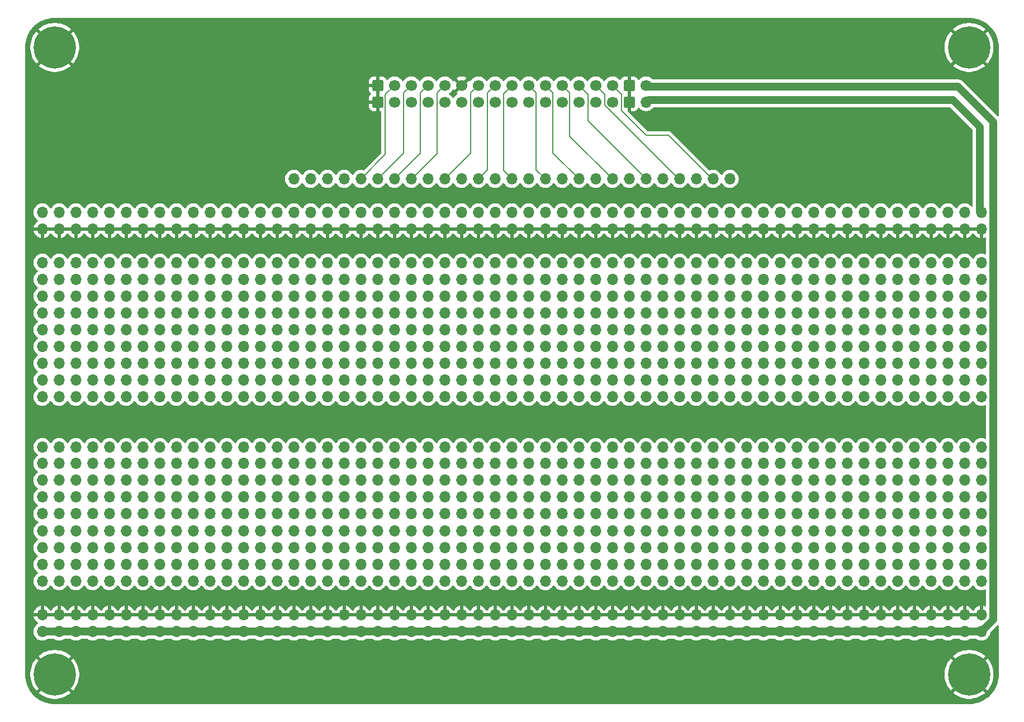
<source format=gbr>
%TF.GenerationSoftware,KiCad,Pcbnew,9.0.0*%
%TF.CreationDate,2025-02-25T12:07:59+01:00*%
%TF.ProjectId,KLST_PANDA_PROTO,4b4c5354-5f50-4414-9e44-415f50524f54,rev?*%
%TF.SameCoordinates,Original*%
%TF.FileFunction,Copper,L1,Top*%
%TF.FilePolarity,Positive*%
%FSLAX46Y46*%
G04 Gerber Fmt 4.6, Leading zero omitted, Abs format (unit mm)*
G04 Created by KiCad (PCBNEW 9.0.0) date 2025-02-25 12:07:59*
%MOMM*%
%LPD*%
G01*
G04 APERTURE LIST*
G04 Aperture macros list*
%AMRoundRect*
0 Rectangle with rounded corners*
0 $1 Rounding radius*
0 $2 $3 $4 $5 $6 $7 $8 $9 X,Y pos of 4 corners*
0 Add a 4 corners polygon primitive as box body*
4,1,4,$2,$3,$4,$5,$6,$7,$8,$9,$2,$3,0*
0 Add four circle primitives for the rounded corners*
1,1,$1+$1,$2,$3*
1,1,$1+$1,$4,$5*
1,1,$1+$1,$6,$7*
1,1,$1+$1,$8,$9*
0 Add four rect primitives between the rounded corners*
20,1,$1+$1,$2,$3,$4,$5,0*
20,1,$1+$1,$4,$5,$6,$7,0*
20,1,$1+$1,$6,$7,$8,$9,0*
20,1,$1+$1,$8,$9,$2,$3,0*%
G04 Aperture macros list end*
%TA.AperFunction,ComponentPad*%
%ADD10O,1.700000X1.700000*%
%TD*%
%TA.AperFunction,ComponentPad*%
%ADD11C,0.800000*%
%TD*%
%TA.AperFunction,ComponentPad*%
%ADD12C,6.400000*%
%TD*%
%TA.AperFunction,ComponentPad*%
%ADD13C,1.700000*%
%TD*%
%TA.AperFunction,ComponentPad*%
%ADD14RoundRect,0.250000X0.600000X-0.600000X0.600000X0.600000X-0.600000X0.600000X-0.600000X-0.600000X0*%
%TD*%
%TA.AperFunction,Conductor*%
%ADD15C,1.143000*%
%TD*%
%TA.AperFunction,Conductor*%
%ADD16C,0.200000*%
%TD*%
G04 APERTURE END LIST*
D10*
%TO.P,J21,1,Pin_1*%
%TO.N,Net-(J14-Pin_1)*%
X103130000Y-90150000D03*
%TO.P,J21,2,Pin_2*%
%TO.N,Net-(J14-Pin_2)*%
X105670000Y-90150000D03*
%TO.P,J21,3,Pin_3*%
%TO.N,Net-(J14-Pin_3)*%
X108210000Y-90150000D03*
%TO.P,J21,4,Pin_4*%
%TO.N,Net-(J14-Pin_4)*%
X110750000Y-90150000D03*
%TO.P,J21,5,Pin_5*%
%TO.N,Net-(J14-Pin_5)*%
X113290000Y-90150000D03*
%TO.P,J21,6,Pin_6*%
%TO.N,Net-(J14-Pin_6)*%
X115830000Y-90150000D03*
%TO.P,J21,7,Pin_7*%
%TO.N,Net-(J14-Pin_7)*%
X118370000Y-90150000D03*
%TO.P,J21,8,Pin_8*%
%TO.N,Net-(J14-Pin_8)*%
X120910000Y-90150000D03*
%TO.P,J21,9,Pin_9*%
%TO.N,Net-(J14-Pin_9)*%
X123450000Y-90150000D03*
%TO.P,J21,10,Pin_10*%
%TO.N,Net-(J14-Pin_10)*%
X125990000Y-90150000D03*
%TO.P,J21,11,Pin_11*%
%TO.N,Net-(J14-Pin_11)*%
X128530000Y-90150000D03*
%TO.P,J21,12,Pin_12*%
%TO.N,Net-(J14-Pin_12)*%
X131070000Y-90150000D03*
%TO.P,J21,13,Pin_13*%
%TO.N,Net-(J14-Pin_13)*%
X133610000Y-90150000D03*
%TO.P,J21,14,Pin_14*%
%TO.N,Net-(J14-Pin_14)*%
X136150000Y-90150000D03*
%TO.P,J21,15,Pin_15*%
%TO.N,Net-(J14-Pin_15)*%
X138690000Y-90150000D03*
%TO.P,J21,16,Pin_16*%
%TO.N,Net-(J14-Pin_16)*%
X141230000Y-90150000D03*
%TO.P,J21,17,Pin_17*%
%TO.N,Net-(J14-Pin_17)*%
X143770000Y-90150000D03*
%TO.P,J21,18,Pin_18*%
%TO.N,Net-(J14-Pin_18)*%
X146310000Y-90150000D03*
%TO.P,J21,19,Pin_19*%
%TO.N,Net-(J14-Pin_19)*%
X148850000Y-90150000D03*
%TO.P,J21,20,Pin_20*%
%TO.N,Net-(J14-Pin_20)*%
X151390000Y-90150000D03*
%TO.P,J21,21,Pin_21*%
%TO.N,Net-(J14-Pin_21)*%
X153930000Y-90150000D03*
%TO.P,J21,22,Pin_22*%
%TO.N,Net-(J14-Pin_22)*%
X156470000Y-90150000D03*
%TO.P,J21,23,Pin_23*%
%TO.N,Net-(J14-Pin_23)*%
X159010000Y-90150000D03*
%TO.P,J21,24,Pin_24*%
%TO.N,Net-(J14-Pin_24)*%
X161550000Y-90150000D03*
%TO.P,J21,25,Pin_25*%
%TO.N,Net-(J14-Pin_25)*%
X164090000Y-90150000D03*
%TO.P,J21,26,Pin_26*%
%TO.N,Net-(J14-Pin_26)*%
X166630000Y-90150000D03*
%TO.P,J21,27,Pin_27*%
%TO.N,Net-(J14-Pin_27)*%
X169170000Y-90150000D03*
%TO.P,J21,28,Pin_28*%
%TO.N,Net-(J14-Pin_28)*%
X171710000Y-90150000D03*
%TO.P,J21,29,Pin_29*%
%TO.N,Net-(J14-Pin_29)*%
X174250000Y-90150000D03*
%TO.P,J21,30,Pin_30*%
%TO.N,Net-(J14-Pin_30)*%
X176790000Y-90150000D03*
%TO.P,J21,31,Pin_31*%
%TO.N,Net-(J14-Pin_31)*%
X179330000Y-90150000D03*
%TO.P,J21,32,Pin_32*%
%TO.N,Net-(J14-Pin_32)*%
X181870000Y-90150000D03*
%TO.P,J21,33,Pin_33*%
%TO.N,Net-(J14-Pin_33)*%
X184410000Y-90150000D03*
%TO.P,J21,34,Pin_34*%
%TO.N,Net-(J14-Pin_34)*%
X186950000Y-90150000D03*
%TO.P,J21,35,Pin_35*%
%TO.N,Net-(J14-Pin_35)*%
X189490000Y-90150000D03*
%TO.P,J21,36,Pin_36*%
%TO.N,Net-(J14-Pin_36)*%
X192030000Y-90150000D03*
%TO.P,J21,37,Pin_37*%
%TO.N,Net-(J14-Pin_37)*%
X194570000Y-90150000D03*
%TO.P,J21,38,Pin_38*%
%TO.N,Net-(J14-Pin_38)*%
X197110000Y-90150000D03*
%TO.P,J21,39,Pin_39*%
%TO.N,Net-(J14-Pin_39)*%
X199650000Y-90150000D03*
%TO.P,J21,40,Pin_40*%
%TO.N,Net-(J14-Pin_40)*%
X202190000Y-90150000D03*
%TO.P,J21,41,Pin_41*%
%TO.N,Net-(J14-Pin_41)*%
X204730000Y-90150000D03*
%TO.P,J21,42,Pin_42*%
%TO.N,Net-(J14-Pin_42)*%
X207270000Y-90150000D03*
%TO.P,J21,43,Pin_43*%
%TO.N,Net-(J14-Pin_43)*%
X209810000Y-90150000D03*
%TO.P,J21,44,Pin_44*%
%TO.N,Net-(J14-Pin_44)*%
X212350000Y-90150000D03*
%TO.P,J21,45,Pin_45*%
%TO.N,Net-(J14-Pin_45)*%
X214890000Y-90150000D03*
%TO.P,J21,46,Pin_46*%
%TO.N,Net-(J14-Pin_46)*%
X217430000Y-90150000D03*
%TO.P,J21,47,Pin_47*%
%TO.N,Net-(J14-Pin_47)*%
X219970000Y-90150000D03*
%TO.P,J21,48,Pin_48*%
%TO.N,Net-(J14-Pin_48)*%
X222510000Y-90150000D03*
%TO.P,J21,49,Pin_49*%
%TO.N,Net-(J14-Pin_49)*%
X225050000Y-90150000D03*
%TO.P,J21,50,Pin_50*%
%TO.N,Net-(J14-Pin_50)*%
X227590000Y-90150000D03*
%TO.P,J21,51,Pin_51*%
%TO.N,Net-(J14-Pin_51)*%
X230130000Y-90150000D03*
%TO.P,J21,52,Pin_52*%
%TO.N,Net-(J14-Pin_52)*%
X232670000Y-90150000D03*
%TO.P,J21,53,Pin_53*%
%TO.N,Net-(J14-Pin_53)*%
X235210000Y-90150000D03*
%TO.P,J21,54,Pin_54*%
%TO.N,Net-(J14-Pin_54)*%
X237750000Y-90150000D03*
%TO.P,J21,55,Pin_55*%
%TO.N,Net-(J14-Pin_55)*%
X240290000Y-90150000D03*
%TO.P,J21,56,Pin_56*%
%TO.N,Net-(J14-Pin_56)*%
X242830000Y-90150000D03*
%TO.P,J21,57,Pin_57*%
%TO.N,Net-(J14-Pin_57)*%
X245370000Y-90150000D03*
%TD*%
%TO.P,J17,1,Pin_1*%
%TO.N,Net-(J14-Pin_1)*%
X103130000Y-100310000D03*
%TO.P,J17,2,Pin_2*%
%TO.N,Net-(J14-Pin_2)*%
X105670000Y-100310000D03*
%TO.P,J17,3,Pin_3*%
%TO.N,Net-(J14-Pin_3)*%
X108210000Y-100310000D03*
%TO.P,J17,4,Pin_4*%
%TO.N,Net-(J14-Pin_4)*%
X110750000Y-100310000D03*
%TO.P,J17,5,Pin_5*%
%TO.N,Net-(J14-Pin_5)*%
X113290000Y-100310000D03*
%TO.P,J17,6,Pin_6*%
%TO.N,Net-(J14-Pin_6)*%
X115830000Y-100310000D03*
%TO.P,J17,7,Pin_7*%
%TO.N,Net-(J14-Pin_7)*%
X118370000Y-100310000D03*
%TO.P,J17,8,Pin_8*%
%TO.N,Net-(J14-Pin_8)*%
X120910000Y-100310000D03*
%TO.P,J17,9,Pin_9*%
%TO.N,Net-(J14-Pin_9)*%
X123450000Y-100310000D03*
%TO.P,J17,10,Pin_10*%
%TO.N,Net-(J14-Pin_10)*%
X125990000Y-100310000D03*
%TO.P,J17,11,Pin_11*%
%TO.N,Net-(J14-Pin_11)*%
X128530000Y-100310000D03*
%TO.P,J17,12,Pin_12*%
%TO.N,Net-(J14-Pin_12)*%
X131070000Y-100310000D03*
%TO.P,J17,13,Pin_13*%
%TO.N,Net-(J14-Pin_13)*%
X133610000Y-100310000D03*
%TO.P,J17,14,Pin_14*%
%TO.N,Net-(J14-Pin_14)*%
X136150000Y-100310000D03*
%TO.P,J17,15,Pin_15*%
%TO.N,Net-(J14-Pin_15)*%
X138690000Y-100310000D03*
%TO.P,J17,16,Pin_16*%
%TO.N,Net-(J14-Pin_16)*%
X141230000Y-100310000D03*
%TO.P,J17,17,Pin_17*%
%TO.N,Net-(J14-Pin_17)*%
X143770000Y-100310000D03*
%TO.P,J17,18,Pin_18*%
%TO.N,Net-(J14-Pin_18)*%
X146310000Y-100310000D03*
%TO.P,J17,19,Pin_19*%
%TO.N,Net-(J14-Pin_19)*%
X148850000Y-100310000D03*
%TO.P,J17,20,Pin_20*%
%TO.N,Net-(J14-Pin_20)*%
X151390000Y-100310000D03*
%TO.P,J17,21,Pin_21*%
%TO.N,Net-(J14-Pin_21)*%
X153930000Y-100310000D03*
%TO.P,J17,22,Pin_22*%
%TO.N,Net-(J14-Pin_22)*%
X156470000Y-100310000D03*
%TO.P,J17,23,Pin_23*%
%TO.N,Net-(J14-Pin_23)*%
X159010000Y-100310000D03*
%TO.P,J17,24,Pin_24*%
%TO.N,Net-(J14-Pin_24)*%
X161550000Y-100310000D03*
%TO.P,J17,25,Pin_25*%
%TO.N,Net-(J14-Pin_25)*%
X164090000Y-100310000D03*
%TO.P,J17,26,Pin_26*%
%TO.N,Net-(J14-Pin_26)*%
X166630000Y-100310000D03*
%TO.P,J17,27,Pin_27*%
%TO.N,Net-(J14-Pin_27)*%
X169170000Y-100310000D03*
%TO.P,J17,28,Pin_28*%
%TO.N,Net-(J14-Pin_28)*%
X171710000Y-100310000D03*
%TO.P,J17,29,Pin_29*%
%TO.N,Net-(J14-Pin_29)*%
X174250000Y-100310000D03*
%TO.P,J17,30,Pin_30*%
%TO.N,Net-(J14-Pin_30)*%
X176790000Y-100310000D03*
%TO.P,J17,31,Pin_31*%
%TO.N,Net-(J14-Pin_31)*%
X179330000Y-100310000D03*
%TO.P,J17,32,Pin_32*%
%TO.N,Net-(J14-Pin_32)*%
X181870000Y-100310000D03*
%TO.P,J17,33,Pin_33*%
%TO.N,Net-(J14-Pin_33)*%
X184410000Y-100310000D03*
%TO.P,J17,34,Pin_34*%
%TO.N,Net-(J14-Pin_34)*%
X186950000Y-100310000D03*
%TO.P,J17,35,Pin_35*%
%TO.N,Net-(J14-Pin_35)*%
X189490000Y-100310000D03*
%TO.P,J17,36,Pin_36*%
%TO.N,Net-(J14-Pin_36)*%
X192030000Y-100310000D03*
%TO.P,J17,37,Pin_37*%
%TO.N,Net-(J14-Pin_37)*%
X194570000Y-100310000D03*
%TO.P,J17,38,Pin_38*%
%TO.N,Net-(J14-Pin_38)*%
X197110000Y-100310000D03*
%TO.P,J17,39,Pin_39*%
%TO.N,Net-(J14-Pin_39)*%
X199650000Y-100310000D03*
%TO.P,J17,40,Pin_40*%
%TO.N,Net-(J14-Pin_40)*%
X202190000Y-100310000D03*
%TO.P,J17,41,Pin_41*%
%TO.N,Net-(J14-Pin_41)*%
X204730000Y-100310000D03*
%TO.P,J17,42,Pin_42*%
%TO.N,Net-(J14-Pin_42)*%
X207270000Y-100310000D03*
%TO.P,J17,43,Pin_43*%
%TO.N,Net-(J14-Pin_43)*%
X209810000Y-100310000D03*
%TO.P,J17,44,Pin_44*%
%TO.N,Net-(J14-Pin_44)*%
X212350000Y-100310000D03*
%TO.P,J17,45,Pin_45*%
%TO.N,Net-(J14-Pin_45)*%
X214890000Y-100310000D03*
%TO.P,J17,46,Pin_46*%
%TO.N,Net-(J14-Pin_46)*%
X217430000Y-100310000D03*
%TO.P,J17,47,Pin_47*%
%TO.N,Net-(J14-Pin_47)*%
X219970000Y-100310000D03*
%TO.P,J17,48,Pin_48*%
%TO.N,Net-(J14-Pin_48)*%
X222510000Y-100310000D03*
%TO.P,J17,49,Pin_49*%
%TO.N,Net-(J14-Pin_49)*%
X225050000Y-100310000D03*
%TO.P,J17,50,Pin_50*%
%TO.N,Net-(J14-Pin_50)*%
X227590000Y-100310000D03*
%TO.P,J17,51,Pin_51*%
%TO.N,Net-(J14-Pin_51)*%
X230130000Y-100310000D03*
%TO.P,J17,52,Pin_52*%
%TO.N,Net-(J14-Pin_52)*%
X232670000Y-100310000D03*
%TO.P,J17,53,Pin_53*%
%TO.N,Net-(J14-Pin_53)*%
X235210000Y-100310000D03*
%TO.P,J17,54,Pin_54*%
%TO.N,Net-(J14-Pin_54)*%
X237750000Y-100310000D03*
%TO.P,J17,55,Pin_55*%
%TO.N,Net-(J14-Pin_55)*%
X240290000Y-100310000D03*
%TO.P,J17,56,Pin_56*%
%TO.N,Net-(J14-Pin_56)*%
X242830000Y-100310000D03*
%TO.P,J17,57,Pin_57*%
%TO.N,Net-(J14-Pin_57)*%
X245370000Y-100310000D03*
%TD*%
%TO.P,J19,1,Pin_1*%
%TO.N,Net-(J14-Pin_1)*%
X103130000Y-95230000D03*
%TO.P,J19,2,Pin_2*%
%TO.N,Net-(J14-Pin_2)*%
X105670000Y-95230000D03*
%TO.P,J19,3,Pin_3*%
%TO.N,Net-(J14-Pin_3)*%
X108210000Y-95230000D03*
%TO.P,J19,4,Pin_4*%
%TO.N,Net-(J14-Pin_4)*%
X110750000Y-95230000D03*
%TO.P,J19,5,Pin_5*%
%TO.N,Net-(J14-Pin_5)*%
X113290000Y-95230000D03*
%TO.P,J19,6,Pin_6*%
%TO.N,Net-(J14-Pin_6)*%
X115830000Y-95230000D03*
%TO.P,J19,7,Pin_7*%
%TO.N,Net-(J14-Pin_7)*%
X118370000Y-95230000D03*
%TO.P,J19,8,Pin_8*%
%TO.N,Net-(J14-Pin_8)*%
X120910000Y-95230000D03*
%TO.P,J19,9,Pin_9*%
%TO.N,Net-(J14-Pin_9)*%
X123450000Y-95230000D03*
%TO.P,J19,10,Pin_10*%
%TO.N,Net-(J14-Pin_10)*%
X125990000Y-95230000D03*
%TO.P,J19,11,Pin_11*%
%TO.N,Net-(J14-Pin_11)*%
X128530000Y-95230000D03*
%TO.P,J19,12,Pin_12*%
%TO.N,Net-(J14-Pin_12)*%
X131070000Y-95230000D03*
%TO.P,J19,13,Pin_13*%
%TO.N,Net-(J14-Pin_13)*%
X133610000Y-95230000D03*
%TO.P,J19,14,Pin_14*%
%TO.N,Net-(J14-Pin_14)*%
X136150000Y-95230000D03*
%TO.P,J19,15,Pin_15*%
%TO.N,Net-(J14-Pin_15)*%
X138690000Y-95230000D03*
%TO.P,J19,16,Pin_16*%
%TO.N,Net-(J14-Pin_16)*%
X141230000Y-95230000D03*
%TO.P,J19,17,Pin_17*%
%TO.N,Net-(J14-Pin_17)*%
X143770000Y-95230000D03*
%TO.P,J19,18,Pin_18*%
%TO.N,Net-(J14-Pin_18)*%
X146310000Y-95230000D03*
%TO.P,J19,19,Pin_19*%
%TO.N,Net-(J14-Pin_19)*%
X148850000Y-95230000D03*
%TO.P,J19,20,Pin_20*%
%TO.N,Net-(J14-Pin_20)*%
X151390000Y-95230000D03*
%TO.P,J19,21,Pin_21*%
%TO.N,Net-(J14-Pin_21)*%
X153930000Y-95230000D03*
%TO.P,J19,22,Pin_22*%
%TO.N,Net-(J14-Pin_22)*%
X156470000Y-95230000D03*
%TO.P,J19,23,Pin_23*%
%TO.N,Net-(J14-Pin_23)*%
X159010000Y-95230000D03*
%TO.P,J19,24,Pin_24*%
%TO.N,Net-(J14-Pin_24)*%
X161550000Y-95230000D03*
%TO.P,J19,25,Pin_25*%
%TO.N,Net-(J14-Pin_25)*%
X164090000Y-95230000D03*
%TO.P,J19,26,Pin_26*%
%TO.N,Net-(J14-Pin_26)*%
X166630000Y-95230000D03*
%TO.P,J19,27,Pin_27*%
%TO.N,Net-(J14-Pin_27)*%
X169170000Y-95230000D03*
%TO.P,J19,28,Pin_28*%
%TO.N,Net-(J14-Pin_28)*%
X171710000Y-95230000D03*
%TO.P,J19,29,Pin_29*%
%TO.N,Net-(J14-Pin_29)*%
X174250000Y-95230000D03*
%TO.P,J19,30,Pin_30*%
%TO.N,Net-(J14-Pin_30)*%
X176790000Y-95230000D03*
%TO.P,J19,31,Pin_31*%
%TO.N,Net-(J14-Pin_31)*%
X179330000Y-95230000D03*
%TO.P,J19,32,Pin_32*%
%TO.N,Net-(J14-Pin_32)*%
X181870000Y-95230000D03*
%TO.P,J19,33,Pin_33*%
%TO.N,Net-(J14-Pin_33)*%
X184410000Y-95230000D03*
%TO.P,J19,34,Pin_34*%
%TO.N,Net-(J14-Pin_34)*%
X186950000Y-95230000D03*
%TO.P,J19,35,Pin_35*%
%TO.N,Net-(J14-Pin_35)*%
X189490000Y-95230000D03*
%TO.P,J19,36,Pin_36*%
%TO.N,Net-(J14-Pin_36)*%
X192030000Y-95230000D03*
%TO.P,J19,37,Pin_37*%
%TO.N,Net-(J14-Pin_37)*%
X194570000Y-95230000D03*
%TO.P,J19,38,Pin_38*%
%TO.N,Net-(J14-Pin_38)*%
X197110000Y-95230000D03*
%TO.P,J19,39,Pin_39*%
%TO.N,Net-(J14-Pin_39)*%
X199650000Y-95230000D03*
%TO.P,J19,40,Pin_40*%
%TO.N,Net-(J14-Pin_40)*%
X202190000Y-95230000D03*
%TO.P,J19,41,Pin_41*%
%TO.N,Net-(J14-Pin_41)*%
X204730000Y-95230000D03*
%TO.P,J19,42,Pin_42*%
%TO.N,Net-(J14-Pin_42)*%
X207270000Y-95230000D03*
%TO.P,J19,43,Pin_43*%
%TO.N,Net-(J14-Pin_43)*%
X209810000Y-95230000D03*
%TO.P,J19,44,Pin_44*%
%TO.N,Net-(J14-Pin_44)*%
X212350000Y-95230000D03*
%TO.P,J19,45,Pin_45*%
%TO.N,Net-(J14-Pin_45)*%
X214890000Y-95230000D03*
%TO.P,J19,46,Pin_46*%
%TO.N,Net-(J14-Pin_46)*%
X217430000Y-95230000D03*
%TO.P,J19,47,Pin_47*%
%TO.N,Net-(J14-Pin_47)*%
X219970000Y-95230000D03*
%TO.P,J19,48,Pin_48*%
%TO.N,Net-(J14-Pin_48)*%
X222510000Y-95230000D03*
%TO.P,J19,49,Pin_49*%
%TO.N,Net-(J14-Pin_49)*%
X225050000Y-95230000D03*
%TO.P,J19,50,Pin_50*%
%TO.N,Net-(J14-Pin_50)*%
X227590000Y-95230000D03*
%TO.P,J19,51,Pin_51*%
%TO.N,Net-(J14-Pin_51)*%
X230130000Y-95230000D03*
%TO.P,J19,52,Pin_52*%
%TO.N,Net-(J14-Pin_52)*%
X232670000Y-95230000D03*
%TO.P,J19,53,Pin_53*%
%TO.N,Net-(J14-Pin_53)*%
X235210000Y-95230000D03*
%TO.P,J19,54,Pin_54*%
%TO.N,Net-(J14-Pin_54)*%
X237750000Y-95230000D03*
%TO.P,J19,55,Pin_55*%
%TO.N,Net-(J14-Pin_55)*%
X240290000Y-95230000D03*
%TO.P,J19,56,Pin_56*%
%TO.N,Net-(J14-Pin_56)*%
X242830000Y-95230000D03*
%TO.P,J19,57,Pin_57*%
%TO.N,Net-(J14-Pin_57)*%
X245370000Y-95230000D03*
%TD*%
D11*
%TO.P,H3,1,1*%
%TO.N,GND*%
X102600000Y-150000000D03*
X103302944Y-148302944D03*
X103302944Y-151697056D03*
X105000000Y-147600000D03*
D12*
X105000000Y-150000000D03*
D11*
X105000000Y-152400000D03*
X106697056Y-148302944D03*
X106697056Y-151697056D03*
X107400000Y-150000000D03*
%TD*%
D10*
%TO.P,J20,1,Pin_1*%
%TO.N,Net-(J14-Pin_1)*%
X103130000Y-92690000D03*
%TO.P,J20,2,Pin_2*%
%TO.N,Net-(J14-Pin_2)*%
X105670000Y-92690000D03*
%TO.P,J20,3,Pin_3*%
%TO.N,Net-(J14-Pin_3)*%
X108210000Y-92690000D03*
%TO.P,J20,4,Pin_4*%
%TO.N,Net-(J14-Pin_4)*%
X110750000Y-92690000D03*
%TO.P,J20,5,Pin_5*%
%TO.N,Net-(J14-Pin_5)*%
X113290000Y-92690000D03*
%TO.P,J20,6,Pin_6*%
%TO.N,Net-(J14-Pin_6)*%
X115830000Y-92690000D03*
%TO.P,J20,7,Pin_7*%
%TO.N,Net-(J14-Pin_7)*%
X118370000Y-92690000D03*
%TO.P,J20,8,Pin_8*%
%TO.N,Net-(J14-Pin_8)*%
X120910000Y-92690000D03*
%TO.P,J20,9,Pin_9*%
%TO.N,Net-(J14-Pin_9)*%
X123450000Y-92690000D03*
%TO.P,J20,10,Pin_10*%
%TO.N,Net-(J14-Pin_10)*%
X125990000Y-92690000D03*
%TO.P,J20,11,Pin_11*%
%TO.N,Net-(J14-Pin_11)*%
X128530000Y-92690000D03*
%TO.P,J20,12,Pin_12*%
%TO.N,Net-(J14-Pin_12)*%
X131070000Y-92690000D03*
%TO.P,J20,13,Pin_13*%
%TO.N,Net-(J14-Pin_13)*%
X133610000Y-92690000D03*
%TO.P,J20,14,Pin_14*%
%TO.N,Net-(J14-Pin_14)*%
X136150000Y-92690000D03*
%TO.P,J20,15,Pin_15*%
%TO.N,Net-(J14-Pin_15)*%
X138690000Y-92690000D03*
%TO.P,J20,16,Pin_16*%
%TO.N,Net-(J14-Pin_16)*%
X141230000Y-92690000D03*
%TO.P,J20,17,Pin_17*%
%TO.N,Net-(J14-Pin_17)*%
X143770000Y-92690000D03*
%TO.P,J20,18,Pin_18*%
%TO.N,Net-(J14-Pin_18)*%
X146310000Y-92690000D03*
%TO.P,J20,19,Pin_19*%
%TO.N,Net-(J14-Pin_19)*%
X148850000Y-92690000D03*
%TO.P,J20,20,Pin_20*%
%TO.N,Net-(J14-Pin_20)*%
X151390000Y-92690000D03*
%TO.P,J20,21,Pin_21*%
%TO.N,Net-(J14-Pin_21)*%
X153930000Y-92690000D03*
%TO.P,J20,22,Pin_22*%
%TO.N,Net-(J14-Pin_22)*%
X156470000Y-92690000D03*
%TO.P,J20,23,Pin_23*%
%TO.N,Net-(J14-Pin_23)*%
X159010000Y-92690000D03*
%TO.P,J20,24,Pin_24*%
%TO.N,Net-(J14-Pin_24)*%
X161550000Y-92690000D03*
%TO.P,J20,25,Pin_25*%
%TO.N,Net-(J14-Pin_25)*%
X164090000Y-92690000D03*
%TO.P,J20,26,Pin_26*%
%TO.N,Net-(J14-Pin_26)*%
X166630000Y-92690000D03*
%TO.P,J20,27,Pin_27*%
%TO.N,Net-(J14-Pin_27)*%
X169170000Y-92690000D03*
%TO.P,J20,28,Pin_28*%
%TO.N,Net-(J14-Pin_28)*%
X171710000Y-92690000D03*
%TO.P,J20,29,Pin_29*%
%TO.N,Net-(J14-Pin_29)*%
X174250000Y-92690000D03*
%TO.P,J20,30,Pin_30*%
%TO.N,Net-(J14-Pin_30)*%
X176790000Y-92690000D03*
%TO.P,J20,31,Pin_31*%
%TO.N,Net-(J14-Pin_31)*%
X179330000Y-92690000D03*
%TO.P,J20,32,Pin_32*%
%TO.N,Net-(J14-Pin_32)*%
X181870000Y-92690000D03*
%TO.P,J20,33,Pin_33*%
%TO.N,Net-(J14-Pin_33)*%
X184410000Y-92690000D03*
%TO.P,J20,34,Pin_34*%
%TO.N,Net-(J14-Pin_34)*%
X186950000Y-92690000D03*
%TO.P,J20,35,Pin_35*%
%TO.N,Net-(J14-Pin_35)*%
X189490000Y-92690000D03*
%TO.P,J20,36,Pin_36*%
%TO.N,Net-(J14-Pin_36)*%
X192030000Y-92690000D03*
%TO.P,J20,37,Pin_37*%
%TO.N,Net-(J14-Pin_37)*%
X194570000Y-92690000D03*
%TO.P,J20,38,Pin_38*%
%TO.N,Net-(J14-Pin_38)*%
X197110000Y-92690000D03*
%TO.P,J20,39,Pin_39*%
%TO.N,Net-(J14-Pin_39)*%
X199650000Y-92690000D03*
%TO.P,J20,40,Pin_40*%
%TO.N,Net-(J14-Pin_40)*%
X202190000Y-92690000D03*
%TO.P,J20,41,Pin_41*%
%TO.N,Net-(J14-Pin_41)*%
X204730000Y-92690000D03*
%TO.P,J20,42,Pin_42*%
%TO.N,Net-(J14-Pin_42)*%
X207270000Y-92690000D03*
%TO.P,J20,43,Pin_43*%
%TO.N,Net-(J14-Pin_43)*%
X209810000Y-92690000D03*
%TO.P,J20,44,Pin_44*%
%TO.N,Net-(J14-Pin_44)*%
X212350000Y-92690000D03*
%TO.P,J20,45,Pin_45*%
%TO.N,Net-(J14-Pin_45)*%
X214890000Y-92690000D03*
%TO.P,J20,46,Pin_46*%
%TO.N,Net-(J14-Pin_46)*%
X217430000Y-92690000D03*
%TO.P,J20,47,Pin_47*%
%TO.N,Net-(J14-Pin_47)*%
X219970000Y-92690000D03*
%TO.P,J20,48,Pin_48*%
%TO.N,Net-(J14-Pin_48)*%
X222510000Y-92690000D03*
%TO.P,J20,49,Pin_49*%
%TO.N,Net-(J14-Pin_49)*%
X225050000Y-92690000D03*
%TO.P,J20,50,Pin_50*%
%TO.N,Net-(J14-Pin_50)*%
X227590000Y-92690000D03*
%TO.P,J20,51,Pin_51*%
%TO.N,Net-(J14-Pin_51)*%
X230130000Y-92690000D03*
%TO.P,J20,52,Pin_52*%
%TO.N,Net-(J14-Pin_52)*%
X232670000Y-92690000D03*
%TO.P,J20,53,Pin_53*%
%TO.N,Net-(J14-Pin_53)*%
X235210000Y-92690000D03*
%TO.P,J20,54,Pin_54*%
%TO.N,Net-(J14-Pin_54)*%
X237750000Y-92690000D03*
%TO.P,J20,55,Pin_55*%
%TO.N,Net-(J14-Pin_55)*%
X240290000Y-92690000D03*
%TO.P,J20,56,Pin_56*%
%TO.N,Net-(J14-Pin_56)*%
X242830000Y-92690000D03*
%TO.P,J20,57,Pin_57*%
%TO.N,Net-(J14-Pin_57)*%
X245370000Y-92690000D03*
%TD*%
%TO.P,J8,1,Pin_1*%
%TO.N,Net-(J10-Pin_1)*%
X103130000Y-128250000D03*
%TO.P,J8,2,Pin_2*%
%TO.N,Net-(J10-Pin_2)*%
X105670000Y-128250000D03*
%TO.P,J8,3,Pin_3*%
%TO.N,Net-(J10-Pin_3)*%
X108210000Y-128250000D03*
%TO.P,J8,4,Pin_4*%
%TO.N,Net-(J10-Pin_4)*%
X110750000Y-128250000D03*
%TO.P,J8,5,Pin_5*%
%TO.N,Net-(J10-Pin_5)*%
X113290000Y-128250000D03*
%TO.P,J8,6,Pin_6*%
%TO.N,Net-(J10-Pin_6)*%
X115830000Y-128250000D03*
%TO.P,J8,7,Pin_7*%
%TO.N,Net-(J10-Pin_7)*%
X118370000Y-128250000D03*
%TO.P,J8,8,Pin_8*%
%TO.N,Net-(J10-Pin_8)*%
X120910000Y-128250000D03*
%TO.P,J8,9,Pin_9*%
%TO.N,Net-(J10-Pin_9)*%
X123450000Y-128250000D03*
%TO.P,J8,10,Pin_10*%
%TO.N,Net-(J10-Pin_10)*%
X125990000Y-128250000D03*
%TO.P,J8,11,Pin_11*%
%TO.N,Net-(J10-Pin_11)*%
X128530000Y-128250000D03*
%TO.P,J8,12,Pin_12*%
%TO.N,Net-(J10-Pin_12)*%
X131070000Y-128250000D03*
%TO.P,J8,13,Pin_13*%
%TO.N,Net-(J10-Pin_13)*%
X133610000Y-128250000D03*
%TO.P,J8,14,Pin_14*%
%TO.N,Net-(J10-Pin_14)*%
X136150000Y-128250000D03*
%TO.P,J8,15,Pin_15*%
%TO.N,Net-(J10-Pin_15)*%
X138690000Y-128250000D03*
%TO.P,J8,16,Pin_16*%
%TO.N,Net-(J10-Pin_16)*%
X141230000Y-128250000D03*
%TO.P,J8,17,Pin_17*%
%TO.N,Net-(J10-Pin_17)*%
X143770000Y-128250000D03*
%TO.P,J8,18,Pin_18*%
%TO.N,Net-(J10-Pin_18)*%
X146310000Y-128250000D03*
%TO.P,J8,19,Pin_19*%
%TO.N,Net-(J10-Pin_19)*%
X148850000Y-128250000D03*
%TO.P,J8,20,Pin_20*%
%TO.N,Net-(J10-Pin_20)*%
X151390000Y-128250000D03*
%TO.P,J8,21,Pin_21*%
%TO.N,Net-(J10-Pin_21)*%
X153930000Y-128250000D03*
%TO.P,J8,22,Pin_22*%
%TO.N,Net-(J10-Pin_22)*%
X156470000Y-128250000D03*
%TO.P,J8,23,Pin_23*%
%TO.N,Net-(J10-Pin_23)*%
X159010000Y-128250000D03*
%TO.P,J8,24,Pin_24*%
%TO.N,Net-(J10-Pin_24)*%
X161550000Y-128250000D03*
%TO.P,J8,25,Pin_25*%
%TO.N,Net-(J10-Pin_25)*%
X164090000Y-128250000D03*
%TO.P,J8,26,Pin_26*%
%TO.N,Net-(J10-Pin_26)*%
X166630000Y-128250000D03*
%TO.P,J8,27,Pin_27*%
%TO.N,Net-(J10-Pin_27)*%
X169170000Y-128250000D03*
%TO.P,J8,28,Pin_28*%
%TO.N,Net-(J10-Pin_28)*%
X171710000Y-128250000D03*
%TO.P,J8,29,Pin_29*%
%TO.N,Net-(J10-Pin_29)*%
X174250000Y-128250000D03*
%TO.P,J8,30,Pin_30*%
%TO.N,Net-(J10-Pin_30)*%
X176790000Y-128250000D03*
%TO.P,J8,31,Pin_31*%
%TO.N,Net-(J10-Pin_31)*%
X179330000Y-128250000D03*
%TO.P,J8,32,Pin_32*%
%TO.N,Net-(J10-Pin_32)*%
X181870000Y-128250000D03*
%TO.P,J8,33,Pin_33*%
%TO.N,Net-(J10-Pin_33)*%
X184410000Y-128250000D03*
%TO.P,J8,34,Pin_34*%
%TO.N,Net-(J10-Pin_34)*%
X186950000Y-128250000D03*
%TO.P,J8,35,Pin_35*%
%TO.N,Net-(J10-Pin_35)*%
X189490000Y-128250000D03*
%TO.P,J8,36,Pin_36*%
%TO.N,Net-(J10-Pin_36)*%
X192030000Y-128250000D03*
%TO.P,J8,37,Pin_37*%
%TO.N,Net-(J10-Pin_37)*%
X194570000Y-128250000D03*
%TO.P,J8,38,Pin_38*%
%TO.N,Net-(J10-Pin_38)*%
X197110000Y-128250000D03*
%TO.P,J8,39,Pin_39*%
%TO.N,Net-(J10-Pin_39)*%
X199650000Y-128250000D03*
%TO.P,J8,40,Pin_40*%
%TO.N,Net-(J10-Pin_40)*%
X202190000Y-128250000D03*
%TO.P,J8,41,Pin_41*%
%TO.N,Net-(J10-Pin_41)*%
X204730000Y-128250000D03*
%TO.P,J8,42,Pin_42*%
%TO.N,Net-(J10-Pin_42)*%
X207270000Y-128250000D03*
%TO.P,J8,43,Pin_43*%
%TO.N,Net-(J10-Pin_43)*%
X209810000Y-128250000D03*
%TO.P,J8,44,Pin_44*%
%TO.N,Net-(J10-Pin_44)*%
X212350000Y-128250000D03*
%TO.P,J8,45,Pin_45*%
%TO.N,Net-(J10-Pin_45)*%
X214890000Y-128250000D03*
%TO.P,J8,46,Pin_46*%
%TO.N,Net-(J10-Pin_46)*%
X217430000Y-128250000D03*
%TO.P,J8,47,Pin_47*%
%TO.N,Net-(J10-Pin_47)*%
X219970000Y-128250000D03*
%TO.P,J8,48,Pin_48*%
%TO.N,Net-(J10-Pin_48)*%
X222510000Y-128250000D03*
%TO.P,J8,49,Pin_49*%
%TO.N,Net-(J10-Pin_49)*%
X225050000Y-128250000D03*
%TO.P,J8,50,Pin_50*%
%TO.N,Net-(J10-Pin_50)*%
X227590000Y-128250000D03*
%TO.P,J8,51,Pin_51*%
%TO.N,Net-(J10-Pin_51)*%
X230130000Y-128250000D03*
%TO.P,J8,52,Pin_52*%
%TO.N,Net-(J10-Pin_52)*%
X232670000Y-128250000D03*
%TO.P,J8,53,Pin_53*%
%TO.N,Net-(J10-Pin_53)*%
X235210000Y-128250000D03*
%TO.P,J8,54,Pin_54*%
%TO.N,Net-(J10-Pin_54)*%
X237750000Y-128250000D03*
%TO.P,J8,55,Pin_55*%
%TO.N,Net-(J10-Pin_55)*%
X240290000Y-128250000D03*
%TO.P,J8,56,Pin_56*%
%TO.N,Net-(J10-Pin_56)*%
X242830000Y-128250000D03*
%TO.P,J8,57,Pin_57*%
%TO.N,Net-(J10-Pin_57)*%
X245370000Y-128250000D03*
%TD*%
%TO.P,J4,1,Pin_1*%
%TO.N,GND*%
X103130000Y-140950000D03*
%TO.P,J4,2,Pin_2*%
X105670000Y-140950000D03*
%TO.P,J4,3,Pin_3*%
X108210000Y-140950000D03*
%TO.P,J4,4,Pin_4*%
X110750000Y-140950000D03*
%TO.P,J4,5,Pin_5*%
X113290000Y-140950000D03*
%TO.P,J4,6,Pin_6*%
X115830000Y-140950000D03*
%TO.P,J4,7,Pin_7*%
X118370000Y-140950000D03*
%TO.P,J4,8,Pin_8*%
X120910000Y-140950000D03*
%TO.P,J4,9,Pin_9*%
X123450000Y-140950000D03*
%TO.P,J4,10,Pin_10*%
X125990000Y-140950000D03*
%TO.P,J4,11,Pin_11*%
X128530000Y-140950000D03*
%TO.P,J4,12,Pin_12*%
X131070000Y-140950000D03*
%TO.P,J4,13,Pin_13*%
X133610000Y-140950000D03*
%TO.P,J4,14,Pin_14*%
X136150000Y-140950000D03*
%TO.P,J4,15,Pin_15*%
X138690000Y-140950000D03*
%TO.P,J4,16,Pin_16*%
X141230000Y-140950000D03*
%TO.P,J4,17,Pin_17*%
X143770000Y-140950000D03*
%TO.P,J4,18,Pin_18*%
X146310000Y-140950000D03*
%TO.P,J4,19,Pin_19*%
X148850000Y-140950000D03*
%TO.P,J4,20,Pin_20*%
X151390000Y-140950000D03*
%TO.P,J4,21,Pin_21*%
X153930000Y-140950000D03*
%TO.P,J4,22,Pin_22*%
X156470000Y-140950000D03*
%TO.P,J4,23,Pin_23*%
X159010000Y-140950000D03*
%TO.P,J4,24,Pin_24*%
X161550000Y-140950000D03*
%TO.P,J4,25,Pin_25*%
X164090000Y-140950000D03*
%TO.P,J4,26,Pin_26*%
X166630000Y-140950000D03*
%TO.P,J4,27,Pin_27*%
X169170000Y-140950000D03*
%TO.P,J4,28,Pin_28*%
X171710000Y-140950000D03*
%TO.P,J4,29,Pin_29*%
X174250000Y-140950000D03*
%TO.P,J4,30,Pin_30*%
X176790000Y-140950000D03*
%TO.P,J4,31,Pin_31*%
X179330000Y-140950000D03*
%TO.P,J4,32,Pin_32*%
X181870000Y-140950000D03*
%TO.P,J4,33,Pin_33*%
X184410000Y-140950000D03*
%TO.P,J4,34,Pin_34*%
X186950000Y-140950000D03*
%TO.P,J4,35,Pin_35*%
X189490000Y-140950000D03*
%TO.P,J4,36,Pin_36*%
X192030000Y-140950000D03*
%TO.P,J4,37,Pin_37*%
X194570000Y-140950000D03*
%TO.P,J4,38,Pin_38*%
X197110000Y-140950000D03*
%TO.P,J4,39,Pin_39*%
X199650000Y-140950000D03*
%TO.P,J4,40,Pin_40*%
X202190000Y-140950000D03*
%TO.P,J4,41,Pin_41*%
X204730000Y-140950000D03*
%TO.P,J4,42,Pin_42*%
X207270000Y-140950000D03*
%TO.P,J4,43,Pin_43*%
X209810000Y-140950000D03*
%TO.P,J4,44,Pin_44*%
X212350000Y-140950000D03*
%TO.P,J4,45,Pin_45*%
X214890000Y-140950000D03*
%TO.P,J4,46,Pin_46*%
X217430000Y-140950000D03*
%TO.P,J4,47,Pin_47*%
X219970000Y-140950000D03*
%TO.P,J4,48,Pin_48*%
X222510000Y-140950000D03*
%TO.P,J4,49,Pin_49*%
X225050000Y-140950000D03*
%TO.P,J4,50,Pin_50*%
X227590000Y-140950000D03*
%TO.P,J4,51,Pin_51*%
X230130000Y-140950000D03*
%TO.P,J4,52,Pin_52*%
X232670000Y-140950000D03*
%TO.P,J4,53,Pin_53*%
X235210000Y-140950000D03*
%TO.P,J4,54,Pin_54*%
X237750000Y-140950000D03*
%TO.P,J4,55,Pin_55*%
X240290000Y-140950000D03*
%TO.P,J4,56,Pin_56*%
X242830000Y-140950000D03*
%TO.P,J4,57,Pin_57*%
X245370000Y-140950000D03*
%TD*%
%TO.P,J15,1,Pin_1*%
%TO.N,Net-(J14-Pin_1)*%
X103130000Y-105390000D03*
%TO.P,J15,2,Pin_2*%
%TO.N,Net-(J14-Pin_2)*%
X105670000Y-105390000D03*
%TO.P,J15,3,Pin_3*%
%TO.N,Net-(J14-Pin_3)*%
X108210000Y-105390000D03*
%TO.P,J15,4,Pin_4*%
%TO.N,Net-(J14-Pin_4)*%
X110750000Y-105390000D03*
%TO.P,J15,5,Pin_5*%
%TO.N,Net-(J14-Pin_5)*%
X113290000Y-105390000D03*
%TO.P,J15,6,Pin_6*%
%TO.N,Net-(J14-Pin_6)*%
X115830000Y-105390000D03*
%TO.P,J15,7,Pin_7*%
%TO.N,Net-(J14-Pin_7)*%
X118370000Y-105390000D03*
%TO.P,J15,8,Pin_8*%
%TO.N,Net-(J14-Pin_8)*%
X120910000Y-105390000D03*
%TO.P,J15,9,Pin_9*%
%TO.N,Net-(J14-Pin_9)*%
X123450000Y-105390000D03*
%TO.P,J15,10,Pin_10*%
%TO.N,Net-(J14-Pin_10)*%
X125990000Y-105390000D03*
%TO.P,J15,11,Pin_11*%
%TO.N,Net-(J14-Pin_11)*%
X128530000Y-105390000D03*
%TO.P,J15,12,Pin_12*%
%TO.N,Net-(J14-Pin_12)*%
X131070000Y-105390000D03*
%TO.P,J15,13,Pin_13*%
%TO.N,Net-(J14-Pin_13)*%
X133610000Y-105390000D03*
%TO.P,J15,14,Pin_14*%
%TO.N,Net-(J14-Pin_14)*%
X136150000Y-105390000D03*
%TO.P,J15,15,Pin_15*%
%TO.N,Net-(J14-Pin_15)*%
X138690000Y-105390000D03*
%TO.P,J15,16,Pin_16*%
%TO.N,Net-(J14-Pin_16)*%
X141230000Y-105390000D03*
%TO.P,J15,17,Pin_17*%
%TO.N,Net-(J14-Pin_17)*%
X143770000Y-105390000D03*
%TO.P,J15,18,Pin_18*%
%TO.N,Net-(J14-Pin_18)*%
X146310000Y-105390000D03*
%TO.P,J15,19,Pin_19*%
%TO.N,Net-(J14-Pin_19)*%
X148850000Y-105390000D03*
%TO.P,J15,20,Pin_20*%
%TO.N,Net-(J14-Pin_20)*%
X151390000Y-105390000D03*
%TO.P,J15,21,Pin_21*%
%TO.N,Net-(J14-Pin_21)*%
X153930000Y-105390000D03*
%TO.P,J15,22,Pin_22*%
%TO.N,Net-(J14-Pin_22)*%
X156470000Y-105390000D03*
%TO.P,J15,23,Pin_23*%
%TO.N,Net-(J14-Pin_23)*%
X159010000Y-105390000D03*
%TO.P,J15,24,Pin_24*%
%TO.N,Net-(J14-Pin_24)*%
X161550000Y-105390000D03*
%TO.P,J15,25,Pin_25*%
%TO.N,Net-(J14-Pin_25)*%
X164090000Y-105390000D03*
%TO.P,J15,26,Pin_26*%
%TO.N,Net-(J14-Pin_26)*%
X166630000Y-105390000D03*
%TO.P,J15,27,Pin_27*%
%TO.N,Net-(J14-Pin_27)*%
X169170000Y-105390000D03*
%TO.P,J15,28,Pin_28*%
%TO.N,Net-(J14-Pin_28)*%
X171710000Y-105390000D03*
%TO.P,J15,29,Pin_29*%
%TO.N,Net-(J14-Pin_29)*%
X174250000Y-105390000D03*
%TO.P,J15,30,Pin_30*%
%TO.N,Net-(J14-Pin_30)*%
X176790000Y-105390000D03*
%TO.P,J15,31,Pin_31*%
%TO.N,Net-(J14-Pin_31)*%
X179330000Y-105390000D03*
%TO.P,J15,32,Pin_32*%
%TO.N,Net-(J14-Pin_32)*%
X181870000Y-105390000D03*
%TO.P,J15,33,Pin_33*%
%TO.N,Net-(J14-Pin_33)*%
X184410000Y-105390000D03*
%TO.P,J15,34,Pin_34*%
%TO.N,Net-(J14-Pin_34)*%
X186950000Y-105390000D03*
%TO.P,J15,35,Pin_35*%
%TO.N,Net-(J14-Pin_35)*%
X189490000Y-105390000D03*
%TO.P,J15,36,Pin_36*%
%TO.N,Net-(J14-Pin_36)*%
X192030000Y-105390000D03*
%TO.P,J15,37,Pin_37*%
%TO.N,Net-(J14-Pin_37)*%
X194570000Y-105390000D03*
%TO.P,J15,38,Pin_38*%
%TO.N,Net-(J14-Pin_38)*%
X197110000Y-105390000D03*
%TO.P,J15,39,Pin_39*%
%TO.N,Net-(J14-Pin_39)*%
X199650000Y-105390000D03*
%TO.P,J15,40,Pin_40*%
%TO.N,Net-(J14-Pin_40)*%
X202190000Y-105390000D03*
%TO.P,J15,41,Pin_41*%
%TO.N,Net-(J14-Pin_41)*%
X204730000Y-105390000D03*
%TO.P,J15,42,Pin_42*%
%TO.N,Net-(J14-Pin_42)*%
X207270000Y-105390000D03*
%TO.P,J15,43,Pin_43*%
%TO.N,Net-(J14-Pin_43)*%
X209810000Y-105390000D03*
%TO.P,J15,44,Pin_44*%
%TO.N,Net-(J14-Pin_44)*%
X212350000Y-105390000D03*
%TO.P,J15,45,Pin_45*%
%TO.N,Net-(J14-Pin_45)*%
X214890000Y-105390000D03*
%TO.P,J15,46,Pin_46*%
%TO.N,Net-(J14-Pin_46)*%
X217430000Y-105390000D03*
%TO.P,J15,47,Pin_47*%
%TO.N,Net-(J14-Pin_47)*%
X219970000Y-105390000D03*
%TO.P,J15,48,Pin_48*%
%TO.N,Net-(J14-Pin_48)*%
X222510000Y-105390000D03*
%TO.P,J15,49,Pin_49*%
%TO.N,Net-(J14-Pin_49)*%
X225050000Y-105390000D03*
%TO.P,J15,50,Pin_50*%
%TO.N,Net-(J14-Pin_50)*%
X227590000Y-105390000D03*
%TO.P,J15,51,Pin_51*%
%TO.N,Net-(J14-Pin_51)*%
X230130000Y-105390000D03*
%TO.P,J15,52,Pin_52*%
%TO.N,Net-(J14-Pin_52)*%
X232670000Y-105390000D03*
%TO.P,J15,53,Pin_53*%
%TO.N,Net-(J14-Pin_53)*%
X235210000Y-105390000D03*
%TO.P,J15,54,Pin_54*%
%TO.N,Net-(J14-Pin_54)*%
X237750000Y-105390000D03*
%TO.P,J15,55,Pin_55*%
%TO.N,Net-(J14-Pin_55)*%
X240290000Y-105390000D03*
%TO.P,J15,56,Pin_56*%
%TO.N,Net-(J14-Pin_56)*%
X242830000Y-105390000D03*
%TO.P,J15,57,Pin_57*%
%TO.N,Net-(J14-Pin_57)*%
X245370000Y-105390000D03*
%TD*%
%TO.P,J11,1,Pin_1*%
%TO.N,Net-(J10-Pin_1)*%
X103117736Y-120582482D03*
%TO.P,J11,2,Pin_2*%
%TO.N,Net-(J10-Pin_2)*%
X105657736Y-120582482D03*
%TO.P,J11,3,Pin_3*%
%TO.N,Net-(J10-Pin_3)*%
X108197736Y-120582482D03*
%TO.P,J11,4,Pin_4*%
%TO.N,Net-(J10-Pin_4)*%
X110737736Y-120582482D03*
%TO.P,J11,5,Pin_5*%
%TO.N,Net-(J10-Pin_5)*%
X113277736Y-120582482D03*
%TO.P,J11,6,Pin_6*%
%TO.N,Net-(J10-Pin_6)*%
X115817736Y-120582482D03*
%TO.P,J11,7,Pin_7*%
%TO.N,Net-(J10-Pin_7)*%
X118357736Y-120582482D03*
%TO.P,J11,8,Pin_8*%
%TO.N,Net-(J10-Pin_8)*%
X120897736Y-120582482D03*
%TO.P,J11,9,Pin_9*%
%TO.N,Net-(J10-Pin_9)*%
X123437736Y-120582482D03*
%TO.P,J11,10,Pin_10*%
%TO.N,Net-(J10-Pin_10)*%
X125977736Y-120582482D03*
%TO.P,J11,11,Pin_11*%
%TO.N,Net-(J10-Pin_11)*%
X128517736Y-120582482D03*
%TO.P,J11,12,Pin_12*%
%TO.N,Net-(J10-Pin_12)*%
X131057736Y-120582482D03*
%TO.P,J11,13,Pin_13*%
%TO.N,Net-(J10-Pin_13)*%
X133597736Y-120582482D03*
%TO.P,J11,14,Pin_14*%
%TO.N,Net-(J10-Pin_14)*%
X136137736Y-120582482D03*
%TO.P,J11,15,Pin_15*%
%TO.N,Net-(J10-Pin_15)*%
X138677736Y-120582482D03*
%TO.P,J11,16,Pin_16*%
%TO.N,Net-(J10-Pin_16)*%
X141217736Y-120582482D03*
%TO.P,J11,17,Pin_17*%
%TO.N,Net-(J10-Pin_17)*%
X143757736Y-120582482D03*
%TO.P,J11,18,Pin_18*%
%TO.N,Net-(J10-Pin_18)*%
X146297736Y-120582482D03*
%TO.P,J11,19,Pin_19*%
%TO.N,Net-(J10-Pin_19)*%
X148837736Y-120582482D03*
%TO.P,J11,20,Pin_20*%
%TO.N,Net-(J10-Pin_20)*%
X151377736Y-120582482D03*
%TO.P,J11,21,Pin_21*%
%TO.N,Net-(J10-Pin_21)*%
X153917736Y-120582482D03*
%TO.P,J11,22,Pin_22*%
%TO.N,Net-(J10-Pin_22)*%
X156457736Y-120582482D03*
%TO.P,J11,23,Pin_23*%
%TO.N,Net-(J10-Pin_23)*%
X158997736Y-120582482D03*
%TO.P,J11,24,Pin_24*%
%TO.N,Net-(J10-Pin_24)*%
X161537736Y-120582482D03*
%TO.P,J11,25,Pin_25*%
%TO.N,Net-(J10-Pin_25)*%
X164077736Y-120582482D03*
%TO.P,J11,26,Pin_26*%
%TO.N,Net-(J10-Pin_26)*%
X166617736Y-120582482D03*
%TO.P,J11,27,Pin_27*%
%TO.N,Net-(J10-Pin_27)*%
X169157736Y-120582482D03*
%TO.P,J11,28,Pin_28*%
%TO.N,Net-(J10-Pin_28)*%
X171697736Y-120582482D03*
%TO.P,J11,29,Pin_29*%
%TO.N,Net-(J10-Pin_29)*%
X174237736Y-120582482D03*
%TO.P,J11,30,Pin_30*%
%TO.N,Net-(J10-Pin_30)*%
X176777736Y-120582482D03*
%TO.P,J11,31,Pin_31*%
%TO.N,Net-(J10-Pin_31)*%
X179317736Y-120582482D03*
%TO.P,J11,32,Pin_32*%
%TO.N,Net-(J10-Pin_32)*%
X181857736Y-120582482D03*
%TO.P,J11,33,Pin_33*%
%TO.N,Net-(J10-Pin_33)*%
X184397736Y-120582482D03*
%TO.P,J11,34,Pin_34*%
%TO.N,Net-(J10-Pin_34)*%
X186937736Y-120582482D03*
%TO.P,J11,35,Pin_35*%
%TO.N,Net-(J10-Pin_35)*%
X189477736Y-120582482D03*
%TO.P,J11,36,Pin_36*%
%TO.N,Net-(J10-Pin_36)*%
X192017736Y-120582482D03*
%TO.P,J11,37,Pin_37*%
%TO.N,Net-(J10-Pin_37)*%
X194557736Y-120582482D03*
%TO.P,J11,38,Pin_38*%
%TO.N,Net-(J10-Pin_38)*%
X197097736Y-120582482D03*
%TO.P,J11,39,Pin_39*%
%TO.N,Net-(J10-Pin_39)*%
X199637736Y-120582482D03*
%TO.P,J11,40,Pin_40*%
%TO.N,Net-(J10-Pin_40)*%
X202177736Y-120582482D03*
%TO.P,J11,41,Pin_41*%
%TO.N,Net-(J10-Pin_41)*%
X204717736Y-120582482D03*
%TO.P,J11,42,Pin_42*%
%TO.N,Net-(J10-Pin_42)*%
X207257736Y-120582482D03*
%TO.P,J11,43,Pin_43*%
%TO.N,Net-(J10-Pin_43)*%
X209797736Y-120582482D03*
%TO.P,J11,44,Pin_44*%
%TO.N,Net-(J10-Pin_44)*%
X212337736Y-120582482D03*
%TO.P,J11,45,Pin_45*%
%TO.N,Net-(J10-Pin_45)*%
X214877736Y-120582482D03*
%TO.P,J11,46,Pin_46*%
%TO.N,Net-(J10-Pin_46)*%
X217417736Y-120582482D03*
%TO.P,J11,47,Pin_47*%
%TO.N,Net-(J10-Pin_47)*%
X219957736Y-120582482D03*
%TO.P,J11,48,Pin_48*%
%TO.N,Net-(J10-Pin_48)*%
X222497736Y-120582482D03*
%TO.P,J11,49,Pin_49*%
%TO.N,Net-(J10-Pin_49)*%
X225037736Y-120582482D03*
%TO.P,J11,50,Pin_50*%
%TO.N,Net-(J10-Pin_50)*%
X227577736Y-120582482D03*
%TO.P,J11,51,Pin_51*%
%TO.N,Net-(J10-Pin_51)*%
X230117736Y-120582482D03*
%TO.P,J11,52,Pin_52*%
%TO.N,Net-(J10-Pin_52)*%
X232657736Y-120582482D03*
%TO.P,J11,53,Pin_53*%
%TO.N,Net-(J10-Pin_53)*%
X235197736Y-120582482D03*
%TO.P,J11,54,Pin_54*%
%TO.N,Net-(J10-Pin_54)*%
X237737736Y-120582482D03*
%TO.P,J11,55,Pin_55*%
%TO.N,Net-(J10-Pin_55)*%
X240277736Y-120582482D03*
%TO.P,J11,56,Pin_56*%
%TO.N,Net-(J10-Pin_56)*%
X242817736Y-120582482D03*
%TO.P,J11,57,Pin_57*%
%TO.N,Net-(J10-Pin_57)*%
X245357736Y-120582482D03*
%TD*%
%TO.P,J18,1,Pin_1*%
%TO.N,Net-(J14-Pin_1)*%
X103130000Y-97770000D03*
%TO.P,J18,2,Pin_2*%
%TO.N,Net-(J14-Pin_2)*%
X105670000Y-97770000D03*
%TO.P,J18,3,Pin_3*%
%TO.N,Net-(J14-Pin_3)*%
X108210000Y-97770000D03*
%TO.P,J18,4,Pin_4*%
%TO.N,Net-(J14-Pin_4)*%
X110750000Y-97770000D03*
%TO.P,J18,5,Pin_5*%
%TO.N,Net-(J14-Pin_5)*%
X113290000Y-97770000D03*
%TO.P,J18,6,Pin_6*%
%TO.N,Net-(J14-Pin_6)*%
X115830000Y-97770000D03*
%TO.P,J18,7,Pin_7*%
%TO.N,Net-(J14-Pin_7)*%
X118370000Y-97770000D03*
%TO.P,J18,8,Pin_8*%
%TO.N,Net-(J14-Pin_8)*%
X120910000Y-97770000D03*
%TO.P,J18,9,Pin_9*%
%TO.N,Net-(J14-Pin_9)*%
X123450000Y-97770000D03*
%TO.P,J18,10,Pin_10*%
%TO.N,Net-(J14-Pin_10)*%
X125990000Y-97770000D03*
%TO.P,J18,11,Pin_11*%
%TO.N,Net-(J14-Pin_11)*%
X128530000Y-97770000D03*
%TO.P,J18,12,Pin_12*%
%TO.N,Net-(J14-Pin_12)*%
X131070000Y-97770000D03*
%TO.P,J18,13,Pin_13*%
%TO.N,Net-(J14-Pin_13)*%
X133610000Y-97770000D03*
%TO.P,J18,14,Pin_14*%
%TO.N,Net-(J14-Pin_14)*%
X136150000Y-97770000D03*
%TO.P,J18,15,Pin_15*%
%TO.N,Net-(J14-Pin_15)*%
X138690000Y-97770000D03*
%TO.P,J18,16,Pin_16*%
%TO.N,Net-(J14-Pin_16)*%
X141230000Y-97770000D03*
%TO.P,J18,17,Pin_17*%
%TO.N,Net-(J14-Pin_17)*%
X143770000Y-97770000D03*
%TO.P,J18,18,Pin_18*%
%TO.N,Net-(J14-Pin_18)*%
X146310000Y-97770000D03*
%TO.P,J18,19,Pin_19*%
%TO.N,Net-(J14-Pin_19)*%
X148850000Y-97770000D03*
%TO.P,J18,20,Pin_20*%
%TO.N,Net-(J14-Pin_20)*%
X151390000Y-97770000D03*
%TO.P,J18,21,Pin_21*%
%TO.N,Net-(J14-Pin_21)*%
X153930000Y-97770000D03*
%TO.P,J18,22,Pin_22*%
%TO.N,Net-(J14-Pin_22)*%
X156470000Y-97770000D03*
%TO.P,J18,23,Pin_23*%
%TO.N,Net-(J14-Pin_23)*%
X159010000Y-97770000D03*
%TO.P,J18,24,Pin_24*%
%TO.N,Net-(J14-Pin_24)*%
X161550000Y-97770000D03*
%TO.P,J18,25,Pin_25*%
%TO.N,Net-(J14-Pin_25)*%
X164090000Y-97770000D03*
%TO.P,J18,26,Pin_26*%
%TO.N,Net-(J14-Pin_26)*%
X166630000Y-97770000D03*
%TO.P,J18,27,Pin_27*%
%TO.N,Net-(J14-Pin_27)*%
X169170000Y-97770000D03*
%TO.P,J18,28,Pin_28*%
%TO.N,Net-(J14-Pin_28)*%
X171710000Y-97770000D03*
%TO.P,J18,29,Pin_29*%
%TO.N,Net-(J14-Pin_29)*%
X174250000Y-97770000D03*
%TO.P,J18,30,Pin_30*%
%TO.N,Net-(J14-Pin_30)*%
X176790000Y-97770000D03*
%TO.P,J18,31,Pin_31*%
%TO.N,Net-(J14-Pin_31)*%
X179330000Y-97770000D03*
%TO.P,J18,32,Pin_32*%
%TO.N,Net-(J14-Pin_32)*%
X181870000Y-97770000D03*
%TO.P,J18,33,Pin_33*%
%TO.N,Net-(J14-Pin_33)*%
X184410000Y-97770000D03*
%TO.P,J18,34,Pin_34*%
%TO.N,Net-(J14-Pin_34)*%
X186950000Y-97770000D03*
%TO.P,J18,35,Pin_35*%
%TO.N,Net-(J14-Pin_35)*%
X189490000Y-97770000D03*
%TO.P,J18,36,Pin_36*%
%TO.N,Net-(J14-Pin_36)*%
X192030000Y-97770000D03*
%TO.P,J18,37,Pin_37*%
%TO.N,Net-(J14-Pin_37)*%
X194570000Y-97770000D03*
%TO.P,J18,38,Pin_38*%
%TO.N,Net-(J14-Pin_38)*%
X197110000Y-97770000D03*
%TO.P,J18,39,Pin_39*%
%TO.N,Net-(J14-Pin_39)*%
X199650000Y-97770000D03*
%TO.P,J18,40,Pin_40*%
%TO.N,Net-(J14-Pin_40)*%
X202190000Y-97770000D03*
%TO.P,J18,41,Pin_41*%
%TO.N,Net-(J14-Pin_41)*%
X204730000Y-97770000D03*
%TO.P,J18,42,Pin_42*%
%TO.N,Net-(J14-Pin_42)*%
X207270000Y-97770000D03*
%TO.P,J18,43,Pin_43*%
%TO.N,Net-(J14-Pin_43)*%
X209810000Y-97770000D03*
%TO.P,J18,44,Pin_44*%
%TO.N,Net-(J14-Pin_44)*%
X212350000Y-97770000D03*
%TO.P,J18,45,Pin_45*%
%TO.N,Net-(J14-Pin_45)*%
X214890000Y-97770000D03*
%TO.P,J18,46,Pin_46*%
%TO.N,Net-(J14-Pin_46)*%
X217430000Y-97770000D03*
%TO.P,J18,47,Pin_47*%
%TO.N,Net-(J14-Pin_47)*%
X219970000Y-97770000D03*
%TO.P,J18,48,Pin_48*%
%TO.N,Net-(J14-Pin_48)*%
X222510000Y-97770000D03*
%TO.P,J18,49,Pin_49*%
%TO.N,Net-(J14-Pin_49)*%
X225050000Y-97770000D03*
%TO.P,J18,50,Pin_50*%
%TO.N,Net-(J14-Pin_50)*%
X227590000Y-97770000D03*
%TO.P,J18,51,Pin_51*%
%TO.N,Net-(J14-Pin_51)*%
X230130000Y-97770000D03*
%TO.P,J18,52,Pin_52*%
%TO.N,Net-(J14-Pin_52)*%
X232670000Y-97770000D03*
%TO.P,J18,53,Pin_53*%
%TO.N,Net-(J14-Pin_53)*%
X235210000Y-97770000D03*
%TO.P,J18,54,Pin_54*%
%TO.N,Net-(J14-Pin_54)*%
X237750000Y-97770000D03*
%TO.P,J18,55,Pin_55*%
%TO.N,Net-(J14-Pin_55)*%
X240290000Y-97770000D03*
%TO.P,J18,56,Pin_56*%
%TO.N,Net-(J14-Pin_56)*%
X242830000Y-97770000D03*
%TO.P,J18,57,Pin_57*%
%TO.N,Net-(J14-Pin_57)*%
X245370000Y-97770000D03*
%TD*%
%TO.P,J12,1,Pin_1*%
%TO.N,Net-(J10-Pin_1)*%
X103117736Y-118042482D03*
%TO.P,J12,2,Pin_2*%
%TO.N,Net-(J10-Pin_2)*%
X105657736Y-118042482D03*
%TO.P,J12,3,Pin_3*%
%TO.N,Net-(J10-Pin_3)*%
X108197736Y-118042482D03*
%TO.P,J12,4,Pin_4*%
%TO.N,Net-(J10-Pin_4)*%
X110737736Y-118042482D03*
%TO.P,J12,5,Pin_5*%
%TO.N,Net-(J10-Pin_5)*%
X113277736Y-118042482D03*
%TO.P,J12,6,Pin_6*%
%TO.N,Net-(J10-Pin_6)*%
X115817736Y-118042482D03*
%TO.P,J12,7,Pin_7*%
%TO.N,Net-(J10-Pin_7)*%
X118357736Y-118042482D03*
%TO.P,J12,8,Pin_8*%
%TO.N,Net-(J10-Pin_8)*%
X120897736Y-118042482D03*
%TO.P,J12,9,Pin_9*%
%TO.N,Net-(J10-Pin_9)*%
X123437736Y-118042482D03*
%TO.P,J12,10,Pin_10*%
%TO.N,Net-(J10-Pin_10)*%
X125977736Y-118042482D03*
%TO.P,J12,11,Pin_11*%
%TO.N,Net-(J10-Pin_11)*%
X128517736Y-118042482D03*
%TO.P,J12,12,Pin_12*%
%TO.N,Net-(J10-Pin_12)*%
X131057736Y-118042482D03*
%TO.P,J12,13,Pin_13*%
%TO.N,Net-(J10-Pin_13)*%
X133597736Y-118042482D03*
%TO.P,J12,14,Pin_14*%
%TO.N,Net-(J10-Pin_14)*%
X136137736Y-118042482D03*
%TO.P,J12,15,Pin_15*%
%TO.N,Net-(J10-Pin_15)*%
X138677736Y-118042482D03*
%TO.P,J12,16,Pin_16*%
%TO.N,Net-(J10-Pin_16)*%
X141217736Y-118042482D03*
%TO.P,J12,17,Pin_17*%
%TO.N,Net-(J10-Pin_17)*%
X143757736Y-118042482D03*
%TO.P,J12,18,Pin_18*%
%TO.N,Net-(J10-Pin_18)*%
X146297736Y-118042482D03*
%TO.P,J12,19,Pin_19*%
%TO.N,Net-(J10-Pin_19)*%
X148837736Y-118042482D03*
%TO.P,J12,20,Pin_20*%
%TO.N,Net-(J10-Pin_20)*%
X151377736Y-118042482D03*
%TO.P,J12,21,Pin_21*%
%TO.N,Net-(J10-Pin_21)*%
X153917736Y-118042482D03*
%TO.P,J12,22,Pin_22*%
%TO.N,Net-(J10-Pin_22)*%
X156457736Y-118042482D03*
%TO.P,J12,23,Pin_23*%
%TO.N,Net-(J10-Pin_23)*%
X158997736Y-118042482D03*
%TO.P,J12,24,Pin_24*%
%TO.N,Net-(J10-Pin_24)*%
X161537736Y-118042482D03*
%TO.P,J12,25,Pin_25*%
%TO.N,Net-(J10-Pin_25)*%
X164077736Y-118042482D03*
%TO.P,J12,26,Pin_26*%
%TO.N,Net-(J10-Pin_26)*%
X166617736Y-118042482D03*
%TO.P,J12,27,Pin_27*%
%TO.N,Net-(J10-Pin_27)*%
X169157736Y-118042482D03*
%TO.P,J12,28,Pin_28*%
%TO.N,Net-(J10-Pin_28)*%
X171697736Y-118042482D03*
%TO.P,J12,29,Pin_29*%
%TO.N,Net-(J10-Pin_29)*%
X174237736Y-118042482D03*
%TO.P,J12,30,Pin_30*%
%TO.N,Net-(J10-Pin_30)*%
X176777736Y-118042482D03*
%TO.P,J12,31,Pin_31*%
%TO.N,Net-(J10-Pin_31)*%
X179317736Y-118042482D03*
%TO.P,J12,32,Pin_32*%
%TO.N,Net-(J10-Pin_32)*%
X181857736Y-118042482D03*
%TO.P,J12,33,Pin_33*%
%TO.N,Net-(J10-Pin_33)*%
X184397736Y-118042482D03*
%TO.P,J12,34,Pin_34*%
%TO.N,Net-(J10-Pin_34)*%
X186937736Y-118042482D03*
%TO.P,J12,35,Pin_35*%
%TO.N,Net-(J10-Pin_35)*%
X189477736Y-118042482D03*
%TO.P,J12,36,Pin_36*%
%TO.N,Net-(J10-Pin_36)*%
X192017736Y-118042482D03*
%TO.P,J12,37,Pin_37*%
%TO.N,Net-(J10-Pin_37)*%
X194557736Y-118042482D03*
%TO.P,J12,38,Pin_38*%
%TO.N,Net-(J10-Pin_38)*%
X197097736Y-118042482D03*
%TO.P,J12,39,Pin_39*%
%TO.N,Net-(J10-Pin_39)*%
X199637736Y-118042482D03*
%TO.P,J12,40,Pin_40*%
%TO.N,Net-(J10-Pin_40)*%
X202177736Y-118042482D03*
%TO.P,J12,41,Pin_41*%
%TO.N,Net-(J10-Pin_41)*%
X204717736Y-118042482D03*
%TO.P,J12,42,Pin_42*%
%TO.N,Net-(J10-Pin_42)*%
X207257736Y-118042482D03*
%TO.P,J12,43,Pin_43*%
%TO.N,Net-(J10-Pin_43)*%
X209797736Y-118042482D03*
%TO.P,J12,44,Pin_44*%
%TO.N,Net-(J10-Pin_44)*%
X212337736Y-118042482D03*
%TO.P,J12,45,Pin_45*%
%TO.N,Net-(J10-Pin_45)*%
X214877736Y-118042482D03*
%TO.P,J12,46,Pin_46*%
%TO.N,Net-(J10-Pin_46)*%
X217417736Y-118042482D03*
%TO.P,J12,47,Pin_47*%
%TO.N,Net-(J10-Pin_47)*%
X219957736Y-118042482D03*
%TO.P,J12,48,Pin_48*%
%TO.N,Net-(J10-Pin_48)*%
X222497736Y-118042482D03*
%TO.P,J12,49,Pin_49*%
%TO.N,Net-(J10-Pin_49)*%
X225037736Y-118042482D03*
%TO.P,J12,50,Pin_50*%
%TO.N,Net-(J10-Pin_50)*%
X227577736Y-118042482D03*
%TO.P,J12,51,Pin_51*%
%TO.N,Net-(J10-Pin_51)*%
X230117736Y-118042482D03*
%TO.P,J12,52,Pin_52*%
%TO.N,Net-(J10-Pin_52)*%
X232657736Y-118042482D03*
%TO.P,J12,53,Pin_53*%
%TO.N,Net-(J10-Pin_53)*%
X235197736Y-118042482D03*
%TO.P,J12,54,Pin_54*%
%TO.N,Net-(J10-Pin_54)*%
X237737736Y-118042482D03*
%TO.P,J12,55,Pin_55*%
%TO.N,Net-(J10-Pin_55)*%
X240277736Y-118042482D03*
%TO.P,J12,56,Pin_56*%
%TO.N,Net-(J10-Pin_56)*%
X242817736Y-118042482D03*
%TO.P,J12,57,Pin_57*%
%TO.N,Net-(J10-Pin_57)*%
X245357736Y-118042482D03*
%TD*%
D11*
%TO.P,H1,1,1*%
%TO.N,GND*%
X102600000Y-55000000D03*
X103302944Y-53302944D03*
X103302944Y-56697056D03*
X105000000Y-52600000D03*
D12*
X105000000Y-55000000D03*
D11*
X105000000Y-57400000D03*
X106697056Y-53302944D03*
X106697056Y-56697056D03*
X107400000Y-55000000D03*
%TD*%
D10*
%TO.P,J5,1,Pin_1*%
%TO.N,Net-(J10-Pin_1)*%
X103130000Y-135870000D03*
%TO.P,J5,2,Pin_2*%
%TO.N,Net-(J10-Pin_2)*%
X105670000Y-135870000D03*
%TO.P,J5,3,Pin_3*%
%TO.N,Net-(J10-Pin_3)*%
X108210000Y-135870000D03*
%TO.P,J5,4,Pin_4*%
%TO.N,Net-(J10-Pin_4)*%
X110750000Y-135870000D03*
%TO.P,J5,5,Pin_5*%
%TO.N,Net-(J10-Pin_5)*%
X113290000Y-135870000D03*
%TO.P,J5,6,Pin_6*%
%TO.N,Net-(J10-Pin_6)*%
X115830000Y-135870000D03*
%TO.P,J5,7,Pin_7*%
%TO.N,Net-(J10-Pin_7)*%
X118370000Y-135870000D03*
%TO.P,J5,8,Pin_8*%
%TO.N,Net-(J10-Pin_8)*%
X120910000Y-135870000D03*
%TO.P,J5,9,Pin_9*%
%TO.N,Net-(J10-Pin_9)*%
X123450000Y-135870000D03*
%TO.P,J5,10,Pin_10*%
%TO.N,Net-(J10-Pin_10)*%
X125990000Y-135870000D03*
%TO.P,J5,11,Pin_11*%
%TO.N,Net-(J10-Pin_11)*%
X128530000Y-135870000D03*
%TO.P,J5,12,Pin_12*%
%TO.N,Net-(J10-Pin_12)*%
X131070000Y-135870000D03*
%TO.P,J5,13,Pin_13*%
%TO.N,Net-(J10-Pin_13)*%
X133610000Y-135870000D03*
%TO.P,J5,14,Pin_14*%
%TO.N,Net-(J10-Pin_14)*%
X136150000Y-135870000D03*
%TO.P,J5,15,Pin_15*%
%TO.N,Net-(J10-Pin_15)*%
X138690000Y-135870000D03*
%TO.P,J5,16,Pin_16*%
%TO.N,Net-(J10-Pin_16)*%
X141230000Y-135870000D03*
%TO.P,J5,17,Pin_17*%
%TO.N,Net-(J10-Pin_17)*%
X143770000Y-135870000D03*
%TO.P,J5,18,Pin_18*%
%TO.N,Net-(J10-Pin_18)*%
X146310000Y-135870000D03*
%TO.P,J5,19,Pin_19*%
%TO.N,Net-(J10-Pin_19)*%
X148850000Y-135870000D03*
%TO.P,J5,20,Pin_20*%
%TO.N,Net-(J10-Pin_20)*%
X151390000Y-135870000D03*
%TO.P,J5,21,Pin_21*%
%TO.N,Net-(J10-Pin_21)*%
X153930000Y-135870000D03*
%TO.P,J5,22,Pin_22*%
%TO.N,Net-(J10-Pin_22)*%
X156470000Y-135870000D03*
%TO.P,J5,23,Pin_23*%
%TO.N,Net-(J10-Pin_23)*%
X159010000Y-135870000D03*
%TO.P,J5,24,Pin_24*%
%TO.N,Net-(J10-Pin_24)*%
X161550000Y-135870000D03*
%TO.P,J5,25,Pin_25*%
%TO.N,Net-(J10-Pin_25)*%
X164090000Y-135870000D03*
%TO.P,J5,26,Pin_26*%
%TO.N,Net-(J10-Pin_26)*%
X166630000Y-135870000D03*
%TO.P,J5,27,Pin_27*%
%TO.N,Net-(J10-Pin_27)*%
X169170000Y-135870000D03*
%TO.P,J5,28,Pin_28*%
%TO.N,Net-(J10-Pin_28)*%
X171710000Y-135870000D03*
%TO.P,J5,29,Pin_29*%
%TO.N,Net-(J10-Pin_29)*%
X174250000Y-135870000D03*
%TO.P,J5,30,Pin_30*%
%TO.N,Net-(J10-Pin_30)*%
X176790000Y-135870000D03*
%TO.P,J5,31,Pin_31*%
%TO.N,Net-(J10-Pin_31)*%
X179330000Y-135870000D03*
%TO.P,J5,32,Pin_32*%
%TO.N,Net-(J10-Pin_32)*%
X181870000Y-135870000D03*
%TO.P,J5,33,Pin_33*%
%TO.N,Net-(J10-Pin_33)*%
X184410000Y-135870000D03*
%TO.P,J5,34,Pin_34*%
%TO.N,Net-(J10-Pin_34)*%
X186950000Y-135870000D03*
%TO.P,J5,35,Pin_35*%
%TO.N,Net-(J10-Pin_35)*%
X189490000Y-135870000D03*
%TO.P,J5,36,Pin_36*%
%TO.N,Net-(J10-Pin_36)*%
X192030000Y-135870000D03*
%TO.P,J5,37,Pin_37*%
%TO.N,Net-(J10-Pin_37)*%
X194570000Y-135870000D03*
%TO.P,J5,38,Pin_38*%
%TO.N,Net-(J10-Pin_38)*%
X197110000Y-135870000D03*
%TO.P,J5,39,Pin_39*%
%TO.N,Net-(J10-Pin_39)*%
X199650000Y-135870000D03*
%TO.P,J5,40,Pin_40*%
%TO.N,Net-(J10-Pin_40)*%
X202190000Y-135870000D03*
%TO.P,J5,41,Pin_41*%
%TO.N,Net-(J10-Pin_41)*%
X204730000Y-135870000D03*
%TO.P,J5,42,Pin_42*%
%TO.N,Net-(J10-Pin_42)*%
X207270000Y-135870000D03*
%TO.P,J5,43,Pin_43*%
%TO.N,Net-(J10-Pin_43)*%
X209810000Y-135870000D03*
%TO.P,J5,44,Pin_44*%
%TO.N,Net-(J10-Pin_44)*%
X212350000Y-135870000D03*
%TO.P,J5,45,Pin_45*%
%TO.N,Net-(J10-Pin_45)*%
X214890000Y-135870000D03*
%TO.P,J5,46,Pin_46*%
%TO.N,Net-(J10-Pin_46)*%
X217430000Y-135870000D03*
%TO.P,J5,47,Pin_47*%
%TO.N,Net-(J10-Pin_47)*%
X219970000Y-135870000D03*
%TO.P,J5,48,Pin_48*%
%TO.N,Net-(J10-Pin_48)*%
X222510000Y-135870000D03*
%TO.P,J5,49,Pin_49*%
%TO.N,Net-(J10-Pin_49)*%
X225050000Y-135870000D03*
%TO.P,J5,50,Pin_50*%
%TO.N,Net-(J10-Pin_50)*%
X227590000Y-135870000D03*
%TO.P,J5,51,Pin_51*%
%TO.N,Net-(J10-Pin_51)*%
X230130000Y-135870000D03*
%TO.P,J5,52,Pin_52*%
%TO.N,Net-(J10-Pin_52)*%
X232670000Y-135870000D03*
%TO.P,J5,53,Pin_53*%
%TO.N,Net-(J10-Pin_53)*%
X235210000Y-135870000D03*
%TO.P,J5,54,Pin_54*%
%TO.N,Net-(J10-Pin_54)*%
X237750000Y-135870000D03*
%TO.P,J5,55,Pin_55*%
%TO.N,Net-(J10-Pin_55)*%
X240290000Y-135870000D03*
%TO.P,J5,56,Pin_56*%
%TO.N,Net-(J10-Pin_56)*%
X242830000Y-135870000D03*
%TO.P,J5,57,Pin_57*%
%TO.N,Net-(J10-Pin_57)*%
X245370000Y-135870000D03*
%TD*%
%TO.P,J3,1,Pin_1*%
%TO.N,+5V*%
X103130000Y-143490000D03*
%TO.P,J3,2,Pin_2*%
X105670000Y-143490000D03*
%TO.P,J3,3,Pin_3*%
X108210000Y-143490000D03*
%TO.P,J3,4,Pin_4*%
X110750000Y-143490000D03*
%TO.P,J3,5,Pin_5*%
X113290000Y-143490000D03*
%TO.P,J3,6,Pin_6*%
X115830000Y-143490000D03*
%TO.P,J3,7,Pin_7*%
X118370000Y-143490000D03*
%TO.P,J3,8,Pin_8*%
X120910000Y-143490000D03*
%TO.P,J3,9,Pin_9*%
X123450000Y-143490000D03*
%TO.P,J3,10,Pin_10*%
X125990000Y-143490000D03*
%TO.P,J3,11,Pin_11*%
X128530000Y-143490000D03*
%TO.P,J3,12,Pin_12*%
X131070000Y-143490000D03*
%TO.P,J3,13,Pin_13*%
X133610000Y-143490000D03*
%TO.P,J3,14,Pin_14*%
X136150000Y-143490000D03*
%TO.P,J3,15,Pin_15*%
X138690000Y-143490000D03*
%TO.P,J3,16,Pin_16*%
X141230000Y-143490000D03*
%TO.P,J3,17,Pin_17*%
X143770000Y-143490000D03*
%TO.P,J3,18,Pin_18*%
X146310000Y-143490000D03*
%TO.P,J3,19,Pin_19*%
X148850000Y-143490000D03*
%TO.P,J3,20,Pin_20*%
X151390000Y-143490000D03*
%TO.P,J3,21,Pin_21*%
X153930000Y-143490000D03*
%TO.P,J3,22,Pin_22*%
X156470000Y-143490000D03*
%TO.P,J3,23,Pin_23*%
X159010000Y-143490000D03*
%TO.P,J3,24,Pin_24*%
X161550000Y-143490000D03*
%TO.P,J3,25,Pin_25*%
X164090000Y-143490000D03*
%TO.P,J3,26,Pin_26*%
X166630000Y-143490000D03*
%TO.P,J3,27,Pin_27*%
X169170000Y-143490000D03*
%TO.P,J3,28,Pin_28*%
X171710000Y-143490000D03*
%TO.P,J3,29,Pin_29*%
X174250000Y-143490000D03*
%TO.P,J3,30,Pin_30*%
X176790000Y-143490000D03*
%TO.P,J3,31,Pin_31*%
X179330000Y-143490000D03*
%TO.P,J3,32,Pin_32*%
X181870000Y-143490000D03*
%TO.P,J3,33,Pin_33*%
X184410000Y-143490000D03*
%TO.P,J3,34,Pin_34*%
X186950000Y-143490000D03*
%TO.P,J3,35,Pin_35*%
X189490000Y-143490000D03*
%TO.P,J3,36,Pin_36*%
X192030000Y-143490000D03*
%TO.P,J3,37,Pin_37*%
X194570000Y-143490000D03*
%TO.P,J3,38,Pin_38*%
X197110000Y-143490000D03*
%TO.P,J3,39,Pin_39*%
X199650000Y-143490000D03*
%TO.P,J3,40,Pin_40*%
X202190000Y-143490000D03*
%TO.P,J3,41,Pin_41*%
X204730000Y-143490000D03*
%TO.P,J3,42,Pin_42*%
X207270000Y-143490000D03*
%TO.P,J3,43,Pin_43*%
X209810000Y-143490000D03*
%TO.P,J3,44,Pin_44*%
X212350000Y-143490000D03*
%TO.P,J3,45,Pin_45*%
X214890000Y-143490000D03*
%TO.P,J3,46,Pin_46*%
X217430000Y-143490000D03*
%TO.P,J3,47,Pin_47*%
X219970000Y-143490000D03*
%TO.P,J3,48,Pin_48*%
X222510000Y-143490000D03*
%TO.P,J3,49,Pin_49*%
X225050000Y-143490000D03*
%TO.P,J3,50,Pin_50*%
X227590000Y-143490000D03*
%TO.P,J3,51,Pin_51*%
X230130000Y-143490000D03*
%TO.P,J3,52,Pin_52*%
X232670000Y-143490000D03*
%TO.P,J3,53,Pin_53*%
X235210000Y-143490000D03*
%TO.P,J3,54,Pin_54*%
X237750000Y-143490000D03*
%TO.P,J3,55,Pin_55*%
X240290000Y-143490000D03*
%TO.P,J3,56,Pin_56*%
X242830000Y-143490000D03*
%TO.P,J3,57,Pin_57*%
X245370000Y-143490000D03*
%TD*%
%TO.P,J7,1,Pin_1*%
%TO.N,Net-(J10-Pin_1)*%
X103130000Y-130790000D03*
%TO.P,J7,2,Pin_2*%
%TO.N,Net-(J10-Pin_2)*%
X105670000Y-130790000D03*
%TO.P,J7,3,Pin_3*%
%TO.N,Net-(J10-Pin_3)*%
X108210000Y-130790000D03*
%TO.P,J7,4,Pin_4*%
%TO.N,Net-(J10-Pin_4)*%
X110750000Y-130790000D03*
%TO.P,J7,5,Pin_5*%
%TO.N,Net-(J10-Pin_5)*%
X113290000Y-130790000D03*
%TO.P,J7,6,Pin_6*%
%TO.N,Net-(J10-Pin_6)*%
X115830000Y-130790000D03*
%TO.P,J7,7,Pin_7*%
%TO.N,Net-(J10-Pin_7)*%
X118370000Y-130790000D03*
%TO.P,J7,8,Pin_8*%
%TO.N,Net-(J10-Pin_8)*%
X120910000Y-130790000D03*
%TO.P,J7,9,Pin_9*%
%TO.N,Net-(J10-Pin_9)*%
X123450000Y-130790000D03*
%TO.P,J7,10,Pin_10*%
%TO.N,Net-(J10-Pin_10)*%
X125990000Y-130790000D03*
%TO.P,J7,11,Pin_11*%
%TO.N,Net-(J10-Pin_11)*%
X128530000Y-130790000D03*
%TO.P,J7,12,Pin_12*%
%TO.N,Net-(J10-Pin_12)*%
X131070000Y-130790000D03*
%TO.P,J7,13,Pin_13*%
%TO.N,Net-(J10-Pin_13)*%
X133610000Y-130790000D03*
%TO.P,J7,14,Pin_14*%
%TO.N,Net-(J10-Pin_14)*%
X136150000Y-130790000D03*
%TO.P,J7,15,Pin_15*%
%TO.N,Net-(J10-Pin_15)*%
X138690000Y-130790000D03*
%TO.P,J7,16,Pin_16*%
%TO.N,Net-(J10-Pin_16)*%
X141230000Y-130790000D03*
%TO.P,J7,17,Pin_17*%
%TO.N,Net-(J10-Pin_17)*%
X143770000Y-130790000D03*
%TO.P,J7,18,Pin_18*%
%TO.N,Net-(J10-Pin_18)*%
X146310000Y-130790000D03*
%TO.P,J7,19,Pin_19*%
%TO.N,Net-(J10-Pin_19)*%
X148850000Y-130790000D03*
%TO.P,J7,20,Pin_20*%
%TO.N,Net-(J10-Pin_20)*%
X151390000Y-130790000D03*
%TO.P,J7,21,Pin_21*%
%TO.N,Net-(J10-Pin_21)*%
X153930000Y-130790000D03*
%TO.P,J7,22,Pin_22*%
%TO.N,Net-(J10-Pin_22)*%
X156470000Y-130790000D03*
%TO.P,J7,23,Pin_23*%
%TO.N,Net-(J10-Pin_23)*%
X159010000Y-130790000D03*
%TO.P,J7,24,Pin_24*%
%TO.N,Net-(J10-Pin_24)*%
X161550000Y-130790000D03*
%TO.P,J7,25,Pin_25*%
%TO.N,Net-(J10-Pin_25)*%
X164090000Y-130790000D03*
%TO.P,J7,26,Pin_26*%
%TO.N,Net-(J10-Pin_26)*%
X166630000Y-130790000D03*
%TO.P,J7,27,Pin_27*%
%TO.N,Net-(J10-Pin_27)*%
X169170000Y-130790000D03*
%TO.P,J7,28,Pin_28*%
%TO.N,Net-(J10-Pin_28)*%
X171710000Y-130790000D03*
%TO.P,J7,29,Pin_29*%
%TO.N,Net-(J10-Pin_29)*%
X174250000Y-130790000D03*
%TO.P,J7,30,Pin_30*%
%TO.N,Net-(J10-Pin_30)*%
X176790000Y-130790000D03*
%TO.P,J7,31,Pin_31*%
%TO.N,Net-(J10-Pin_31)*%
X179330000Y-130790000D03*
%TO.P,J7,32,Pin_32*%
%TO.N,Net-(J10-Pin_32)*%
X181870000Y-130790000D03*
%TO.P,J7,33,Pin_33*%
%TO.N,Net-(J10-Pin_33)*%
X184410000Y-130790000D03*
%TO.P,J7,34,Pin_34*%
%TO.N,Net-(J10-Pin_34)*%
X186950000Y-130790000D03*
%TO.P,J7,35,Pin_35*%
%TO.N,Net-(J10-Pin_35)*%
X189490000Y-130790000D03*
%TO.P,J7,36,Pin_36*%
%TO.N,Net-(J10-Pin_36)*%
X192030000Y-130790000D03*
%TO.P,J7,37,Pin_37*%
%TO.N,Net-(J10-Pin_37)*%
X194570000Y-130790000D03*
%TO.P,J7,38,Pin_38*%
%TO.N,Net-(J10-Pin_38)*%
X197110000Y-130790000D03*
%TO.P,J7,39,Pin_39*%
%TO.N,Net-(J10-Pin_39)*%
X199650000Y-130790000D03*
%TO.P,J7,40,Pin_40*%
%TO.N,Net-(J10-Pin_40)*%
X202190000Y-130790000D03*
%TO.P,J7,41,Pin_41*%
%TO.N,Net-(J10-Pin_41)*%
X204730000Y-130790000D03*
%TO.P,J7,42,Pin_42*%
%TO.N,Net-(J10-Pin_42)*%
X207270000Y-130790000D03*
%TO.P,J7,43,Pin_43*%
%TO.N,Net-(J10-Pin_43)*%
X209810000Y-130790000D03*
%TO.P,J7,44,Pin_44*%
%TO.N,Net-(J10-Pin_44)*%
X212350000Y-130790000D03*
%TO.P,J7,45,Pin_45*%
%TO.N,Net-(J10-Pin_45)*%
X214890000Y-130790000D03*
%TO.P,J7,46,Pin_46*%
%TO.N,Net-(J10-Pin_46)*%
X217430000Y-130790000D03*
%TO.P,J7,47,Pin_47*%
%TO.N,Net-(J10-Pin_47)*%
X219970000Y-130790000D03*
%TO.P,J7,48,Pin_48*%
%TO.N,Net-(J10-Pin_48)*%
X222510000Y-130790000D03*
%TO.P,J7,49,Pin_49*%
%TO.N,Net-(J10-Pin_49)*%
X225050000Y-130790000D03*
%TO.P,J7,50,Pin_50*%
%TO.N,Net-(J10-Pin_50)*%
X227590000Y-130790000D03*
%TO.P,J7,51,Pin_51*%
%TO.N,Net-(J10-Pin_51)*%
X230130000Y-130790000D03*
%TO.P,J7,52,Pin_52*%
%TO.N,Net-(J10-Pin_52)*%
X232670000Y-130790000D03*
%TO.P,J7,53,Pin_53*%
%TO.N,Net-(J10-Pin_53)*%
X235210000Y-130790000D03*
%TO.P,J7,54,Pin_54*%
%TO.N,Net-(J10-Pin_54)*%
X237750000Y-130790000D03*
%TO.P,J7,55,Pin_55*%
%TO.N,Net-(J10-Pin_55)*%
X240290000Y-130790000D03*
%TO.P,J7,56,Pin_56*%
%TO.N,Net-(J10-Pin_56)*%
X242830000Y-130790000D03*
%TO.P,J7,57,Pin_57*%
%TO.N,Net-(J10-Pin_57)*%
X245370000Y-130790000D03*
%TD*%
%TO.P,J6,1,Pin_1*%
%TO.N,Net-(J10-Pin_1)*%
X103130000Y-133330000D03*
%TO.P,J6,2,Pin_2*%
%TO.N,Net-(J10-Pin_2)*%
X105670000Y-133330000D03*
%TO.P,J6,3,Pin_3*%
%TO.N,Net-(J10-Pin_3)*%
X108210000Y-133330000D03*
%TO.P,J6,4,Pin_4*%
%TO.N,Net-(J10-Pin_4)*%
X110750000Y-133330000D03*
%TO.P,J6,5,Pin_5*%
%TO.N,Net-(J10-Pin_5)*%
X113290000Y-133330000D03*
%TO.P,J6,6,Pin_6*%
%TO.N,Net-(J10-Pin_6)*%
X115830000Y-133330000D03*
%TO.P,J6,7,Pin_7*%
%TO.N,Net-(J10-Pin_7)*%
X118370000Y-133330000D03*
%TO.P,J6,8,Pin_8*%
%TO.N,Net-(J10-Pin_8)*%
X120910000Y-133330000D03*
%TO.P,J6,9,Pin_9*%
%TO.N,Net-(J10-Pin_9)*%
X123450000Y-133330000D03*
%TO.P,J6,10,Pin_10*%
%TO.N,Net-(J10-Pin_10)*%
X125990000Y-133330000D03*
%TO.P,J6,11,Pin_11*%
%TO.N,Net-(J10-Pin_11)*%
X128530000Y-133330000D03*
%TO.P,J6,12,Pin_12*%
%TO.N,Net-(J10-Pin_12)*%
X131070000Y-133330000D03*
%TO.P,J6,13,Pin_13*%
%TO.N,Net-(J10-Pin_13)*%
X133610000Y-133330000D03*
%TO.P,J6,14,Pin_14*%
%TO.N,Net-(J10-Pin_14)*%
X136150000Y-133330000D03*
%TO.P,J6,15,Pin_15*%
%TO.N,Net-(J10-Pin_15)*%
X138690000Y-133330000D03*
%TO.P,J6,16,Pin_16*%
%TO.N,Net-(J10-Pin_16)*%
X141230000Y-133330000D03*
%TO.P,J6,17,Pin_17*%
%TO.N,Net-(J10-Pin_17)*%
X143770000Y-133330000D03*
%TO.P,J6,18,Pin_18*%
%TO.N,Net-(J10-Pin_18)*%
X146310000Y-133330000D03*
%TO.P,J6,19,Pin_19*%
%TO.N,Net-(J10-Pin_19)*%
X148850000Y-133330000D03*
%TO.P,J6,20,Pin_20*%
%TO.N,Net-(J10-Pin_20)*%
X151390000Y-133330000D03*
%TO.P,J6,21,Pin_21*%
%TO.N,Net-(J10-Pin_21)*%
X153930000Y-133330000D03*
%TO.P,J6,22,Pin_22*%
%TO.N,Net-(J10-Pin_22)*%
X156470000Y-133330000D03*
%TO.P,J6,23,Pin_23*%
%TO.N,Net-(J10-Pin_23)*%
X159010000Y-133330000D03*
%TO.P,J6,24,Pin_24*%
%TO.N,Net-(J10-Pin_24)*%
X161550000Y-133330000D03*
%TO.P,J6,25,Pin_25*%
%TO.N,Net-(J10-Pin_25)*%
X164090000Y-133330000D03*
%TO.P,J6,26,Pin_26*%
%TO.N,Net-(J10-Pin_26)*%
X166630000Y-133330000D03*
%TO.P,J6,27,Pin_27*%
%TO.N,Net-(J10-Pin_27)*%
X169170000Y-133330000D03*
%TO.P,J6,28,Pin_28*%
%TO.N,Net-(J10-Pin_28)*%
X171710000Y-133330000D03*
%TO.P,J6,29,Pin_29*%
%TO.N,Net-(J10-Pin_29)*%
X174250000Y-133330000D03*
%TO.P,J6,30,Pin_30*%
%TO.N,Net-(J10-Pin_30)*%
X176790000Y-133330000D03*
%TO.P,J6,31,Pin_31*%
%TO.N,Net-(J10-Pin_31)*%
X179330000Y-133330000D03*
%TO.P,J6,32,Pin_32*%
%TO.N,Net-(J10-Pin_32)*%
X181870000Y-133330000D03*
%TO.P,J6,33,Pin_33*%
%TO.N,Net-(J10-Pin_33)*%
X184410000Y-133330000D03*
%TO.P,J6,34,Pin_34*%
%TO.N,Net-(J10-Pin_34)*%
X186950000Y-133330000D03*
%TO.P,J6,35,Pin_35*%
%TO.N,Net-(J10-Pin_35)*%
X189490000Y-133330000D03*
%TO.P,J6,36,Pin_36*%
%TO.N,Net-(J10-Pin_36)*%
X192030000Y-133330000D03*
%TO.P,J6,37,Pin_37*%
%TO.N,Net-(J10-Pin_37)*%
X194570000Y-133330000D03*
%TO.P,J6,38,Pin_38*%
%TO.N,Net-(J10-Pin_38)*%
X197110000Y-133330000D03*
%TO.P,J6,39,Pin_39*%
%TO.N,Net-(J10-Pin_39)*%
X199650000Y-133330000D03*
%TO.P,J6,40,Pin_40*%
%TO.N,Net-(J10-Pin_40)*%
X202190000Y-133330000D03*
%TO.P,J6,41,Pin_41*%
%TO.N,Net-(J10-Pin_41)*%
X204730000Y-133330000D03*
%TO.P,J6,42,Pin_42*%
%TO.N,Net-(J10-Pin_42)*%
X207270000Y-133330000D03*
%TO.P,J6,43,Pin_43*%
%TO.N,Net-(J10-Pin_43)*%
X209810000Y-133330000D03*
%TO.P,J6,44,Pin_44*%
%TO.N,Net-(J10-Pin_44)*%
X212350000Y-133330000D03*
%TO.P,J6,45,Pin_45*%
%TO.N,Net-(J10-Pin_45)*%
X214890000Y-133330000D03*
%TO.P,J6,46,Pin_46*%
%TO.N,Net-(J10-Pin_46)*%
X217430000Y-133330000D03*
%TO.P,J6,47,Pin_47*%
%TO.N,Net-(J10-Pin_47)*%
X219970000Y-133330000D03*
%TO.P,J6,48,Pin_48*%
%TO.N,Net-(J10-Pin_48)*%
X222510000Y-133330000D03*
%TO.P,J6,49,Pin_49*%
%TO.N,Net-(J10-Pin_49)*%
X225050000Y-133330000D03*
%TO.P,J6,50,Pin_50*%
%TO.N,Net-(J10-Pin_50)*%
X227590000Y-133330000D03*
%TO.P,J6,51,Pin_51*%
%TO.N,Net-(J10-Pin_51)*%
X230130000Y-133330000D03*
%TO.P,J6,52,Pin_52*%
%TO.N,Net-(J10-Pin_52)*%
X232670000Y-133330000D03*
%TO.P,J6,53,Pin_53*%
%TO.N,Net-(J10-Pin_53)*%
X235210000Y-133330000D03*
%TO.P,J6,54,Pin_54*%
%TO.N,Net-(J10-Pin_54)*%
X237750000Y-133330000D03*
%TO.P,J6,55,Pin_55*%
%TO.N,Net-(J10-Pin_55)*%
X240290000Y-133330000D03*
%TO.P,J6,56,Pin_56*%
%TO.N,Net-(J10-Pin_56)*%
X242830000Y-133330000D03*
%TO.P,J6,57,Pin_57*%
%TO.N,Net-(J10-Pin_57)*%
X245370000Y-133330000D03*
%TD*%
%TO.P,J14,1,Pin_1*%
%TO.N,Net-(J14-Pin_1)*%
X103130000Y-107930000D03*
%TO.P,J14,2,Pin_2*%
%TO.N,Net-(J14-Pin_2)*%
X105670000Y-107930000D03*
%TO.P,J14,3,Pin_3*%
%TO.N,Net-(J14-Pin_3)*%
X108210000Y-107930000D03*
%TO.P,J14,4,Pin_4*%
%TO.N,Net-(J14-Pin_4)*%
X110750000Y-107930000D03*
%TO.P,J14,5,Pin_5*%
%TO.N,Net-(J14-Pin_5)*%
X113290000Y-107930000D03*
%TO.P,J14,6,Pin_6*%
%TO.N,Net-(J14-Pin_6)*%
X115830000Y-107930000D03*
%TO.P,J14,7,Pin_7*%
%TO.N,Net-(J14-Pin_7)*%
X118370000Y-107930000D03*
%TO.P,J14,8,Pin_8*%
%TO.N,Net-(J14-Pin_8)*%
X120910000Y-107930000D03*
%TO.P,J14,9,Pin_9*%
%TO.N,Net-(J14-Pin_9)*%
X123450000Y-107930000D03*
%TO.P,J14,10,Pin_10*%
%TO.N,Net-(J14-Pin_10)*%
X125990000Y-107930000D03*
%TO.P,J14,11,Pin_11*%
%TO.N,Net-(J14-Pin_11)*%
X128530000Y-107930000D03*
%TO.P,J14,12,Pin_12*%
%TO.N,Net-(J14-Pin_12)*%
X131070000Y-107930000D03*
%TO.P,J14,13,Pin_13*%
%TO.N,Net-(J14-Pin_13)*%
X133610000Y-107930000D03*
%TO.P,J14,14,Pin_14*%
%TO.N,Net-(J14-Pin_14)*%
X136150000Y-107930000D03*
%TO.P,J14,15,Pin_15*%
%TO.N,Net-(J14-Pin_15)*%
X138690000Y-107930000D03*
%TO.P,J14,16,Pin_16*%
%TO.N,Net-(J14-Pin_16)*%
X141230000Y-107930000D03*
%TO.P,J14,17,Pin_17*%
%TO.N,Net-(J14-Pin_17)*%
X143770000Y-107930000D03*
%TO.P,J14,18,Pin_18*%
%TO.N,Net-(J14-Pin_18)*%
X146310000Y-107930000D03*
%TO.P,J14,19,Pin_19*%
%TO.N,Net-(J14-Pin_19)*%
X148850000Y-107930000D03*
%TO.P,J14,20,Pin_20*%
%TO.N,Net-(J14-Pin_20)*%
X151390000Y-107930000D03*
%TO.P,J14,21,Pin_21*%
%TO.N,Net-(J14-Pin_21)*%
X153930000Y-107930000D03*
%TO.P,J14,22,Pin_22*%
%TO.N,Net-(J14-Pin_22)*%
X156470000Y-107930000D03*
%TO.P,J14,23,Pin_23*%
%TO.N,Net-(J14-Pin_23)*%
X159010000Y-107930000D03*
%TO.P,J14,24,Pin_24*%
%TO.N,Net-(J14-Pin_24)*%
X161550000Y-107930000D03*
%TO.P,J14,25,Pin_25*%
%TO.N,Net-(J14-Pin_25)*%
X164090000Y-107930000D03*
%TO.P,J14,26,Pin_26*%
%TO.N,Net-(J14-Pin_26)*%
X166630000Y-107930000D03*
%TO.P,J14,27,Pin_27*%
%TO.N,Net-(J14-Pin_27)*%
X169170000Y-107930000D03*
%TO.P,J14,28,Pin_28*%
%TO.N,Net-(J14-Pin_28)*%
X171710000Y-107930000D03*
%TO.P,J14,29,Pin_29*%
%TO.N,Net-(J14-Pin_29)*%
X174250000Y-107930000D03*
%TO.P,J14,30,Pin_30*%
%TO.N,Net-(J14-Pin_30)*%
X176790000Y-107930000D03*
%TO.P,J14,31,Pin_31*%
%TO.N,Net-(J14-Pin_31)*%
X179330000Y-107930000D03*
%TO.P,J14,32,Pin_32*%
%TO.N,Net-(J14-Pin_32)*%
X181870000Y-107930000D03*
%TO.P,J14,33,Pin_33*%
%TO.N,Net-(J14-Pin_33)*%
X184410000Y-107930000D03*
%TO.P,J14,34,Pin_34*%
%TO.N,Net-(J14-Pin_34)*%
X186950000Y-107930000D03*
%TO.P,J14,35,Pin_35*%
%TO.N,Net-(J14-Pin_35)*%
X189490000Y-107930000D03*
%TO.P,J14,36,Pin_36*%
%TO.N,Net-(J14-Pin_36)*%
X192030000Y-107930000D03*
%TO.P,J14,37,Pin_37*%
%TO.N,Net-(J14-Pin_37)*%
X194570000Y-107930000D03*
%TO.P,J14,38,Pin_38*%
%TO.N,Net-(J14-Pin_38)*%
X197110000Y-107930000D03*
%TO.P,J14,39,Pin_39*%
%TO.N,Net-(J14-Pin_39)*%
X199650000Y-107930000D03*
%TO.P,J14,40,Pin_40*%
%TO.N,Net-(J14-Pin_40)*%
X202190000Y-107930000D03*
%TO.P,J14,41,Pin_41*%
%TO.N,Net-(J14-Pin_41)*%
X204730000Y-107930000D03*
%TO.P,J14,42,Pin_42*%
%TO.N,Net-(J14-Pin_42)*%
X207270000Y-107930000D03*
%TO.P,J14,43,Pin_43*%
%TO.N,Net-(J14-Pin_43)*%
X209810000Y-107930000D03*
%TO.P,J14,44,Pin_44*%
%TO.N,Net-(J14-Pin_44)*%
X212350000Y-107930000D03*
%TO.P,J14,45,Pin_45*%
%TO.N,Net-(J14-Pin_45)*%
X214890000Y-107930000D03*
%TO.P,J14,46,Pin_46*%
%TO.N,Net-(J14-Pin_46)*%
X217430000Y-107930000D03*
%TO.P,J14,47,Pin_47*%
%TO.N,Net-(J14-Pin_47)*%
X219970000Y-107930000D03*
%TO.P,J14,48,Pin_48*%
%TO.N,Net-(J14-Pin_48)*%
X222510000Y-107930000D03*
%TO.P,J14,49,Pin_49*%
%TO.N,Net-(J14-Pin_49)*%
X225050000Y-107930000D03*
%TO.P,J14,50,Pin_50*%
%TO.N,Net-(J14-Pin_50)*%
X227590000Y-107930000D03*
%TO.P,J14,51,Pin_51*%
%TO.N,Net-(J14-Pin_51)*%
X230130000Y-107930000D03*
%TO.P,J14,52,Pin_52*%
%TO.N,Net-(J14-Pin_52)*%
X232670000Y-107930000D03*
%TO.P,J14,53,Pin_53*%
%TO.N,Net-(J14-Pin_53)*%
X235210000Y-107930000D03*
%TO.P,J14,54,Pin_54*%
%TO.N,Net-(J14-Pin_54)*%
X237750000Y-107930000D03*
%TO.P,J14,55,Pin_55*%
%TO.N,Net-(J14-Pin_55)*%
X240290000Y-107930000D03*
%TO.P,J14,56,Pin_56*%
%TO.N,Net-(J14-Pin_56)*%
X242830000Y-107930000D03*
%TO.P,J14,57,Pin_57*%
%TO.N,Net-(J14-Pin_57)*%
X245370000Y-107930000D03*
%TD*%
%TO.P,J13,1,Pin_1*%
%TO.N,Net-(J10-Pin_1)*%
X103130000Y-115550000D03*
%TO.P,J13,2,Pin_2*%
%TO.N,Net-(J10-Pin_2)*%
X105670000Y-115550000D03*
%TO.P,J13,3,Pin_3*%
%TO.N,Net-(J10-Pin_3)*%
X108210000Y-115550000D03*
%TO.P,J13,4,Pin_4*%
%TO.N,Net-(J10-Pin_4)*%
X110750000Y-115550000D03*
%TO.P,J13,5,Pin_5*%
%TO.N,Net-(J10-Pin_5)*%
X113290000Y-115550000D03*
%TO.P,J13,6,Pin_6*%
%TO.N,Net-(J10-Pin_6)*%
X115830000Y-115550000D03*
%TO.P,J13,7,Pin_7*%
%TO.N,Net-(J10-Pin_7)*%
X118370000Y-115550000D03*
%TO.P,J13,8,Pin_8*%
%TO.N,Net-(J10-Pin_8)*%
X120910000Y-115550000D03*
%TO.P,J13,9,Pin_9*%
%TO.N,Net-(J10-Pin_9)*%
X123450000Y-115550000D03*
%TO.P,J13,10,Pin_10*%
%TO.N,Net-(J10-Pin_10)*%
X125990000Y-115550000D03*
%TO.P,J13,11,Pin_11*%
%TO.N,Net-(J10-Pin_11)*%
X128530000Y-115550000D03*
%TO.P,J13,12,Pin_12*%
%TO.N,Net-(J10-Pin_12)*%
X131070000Y-115550000D03*
%TO.P,J13,13,Pin_13*%
%TO.N,Net-(J10-Pin_13)*%
X133610000Y-115550000D03*
%TO.P,J13,14,Pin_14*%
%TO.N,Net-(J10-Pin_14)*%
X136150000Y-115550000D03*
%TO.P,J13,15,Pin_15*%
%TO.N,Net-(J10-Pin_15)*%
X138690000Y-115550000D03*
%TO.P,J13,16,Pin_16*%
%TO.N,Net-(J10-Pin_16)*%
X141230000Y-115550000D03*
%TO.P,J13,17,Pin_17*%
%TO.N,Net-(J10-Pin_17)*%
X143770000Y-115550000D03*
%TO.P,J13,18,Pin_18*%
%TO.N,Net-(J10-Pin_18)*%
X146310000Y-115550000D03*
%TO.P,J13,19,Pin_19*%
%TO.N,Net-(J10-Pin_19)*%
X148850000Y-115550000D03*
%TO.P,J13,20,Pin_20*%
%TO.N,Net-(J10-Pin_20)*%
X151390000Y-115550000D03*
%TO.P,J13,21,Pin_21*%
%TO.N,Net-(J10-Pin_21)*%
X153930000Y-115550000D03*
%TO.P,J13,22,Pin_22*%
%TO.N,Net-(J10-Pin_22)*%
X156470000Y-115550000D03*
%TO.P,J13,23,Pin_23*%
%TO.N,Net-(J10-Pin_23)*%
X159010000Y-115550000D03*
%TO.P,J13,24,Pin_24*%
%TO.N,Net-(J10-Pin_24)*%
X161550000Y-115550000D03*
%TO.P,J13,25,Pin_25*%
%TO.N,Net-(J10-Pin_25)*%
X164090000Y-115550000D03*
%TO.P,J13,26,Pin_26*%
%TO.N,Net-(J10-Pin_26)*%
X166630000Y-115550000D03*
%TO.P,J13,27,Pin_27*%
%TO.N,Net-(J10-Pin_27)*%
X169170000Y-115550000D03*
%TO.P,J13,28,Pin_28*%
%TO.N,Net-(J10-Pin_28)*%
X171710000Y-115550000D03*
%TO.P,J13,29,Pin_29*%
%TO.N,Net-(J10-Pin_29)*%
X174250000Y-115550000D03*
%TO.P,J13,30,Pin_30*%
%TO.N,Net-(J10-Pin_30)*%
X176790000Y-115550000D03*
%TO.P,J13,31,Pin_31*%
%TO.N,Net-(J10-Pin_31)*%
X179330000Y-115550000D03*
%TO.P,J13,32,Pin_32*%
%TO.N,Net-(J10-Pin_32)*%
X181870000Y-115550000D03*
%TO.P,J13,33,Pin_33*%
%TO.N,Net-(J10-Pin_33)*%
X184410000Y-115550000D03*
%TO.P,J13,34,Pin_34*%
%TO.N,Net-(J10-Pin_34)*%
X186950000Y-115550000D03*
%TO.P,J13,35,Pin_35*%
%TO.N,Net-(J10-Pin_35)*%
X189490000Y-115550000D03*
%TO.P,J13,36,Pin_36*%
%TO.N,Net-(J10-Pin_36)*%
X192030000Y-115550000D03*
%TO.P,J13,37,Pin_37*%
%TO.N,Net-(J10-Pin_37)*%
X194570000Y-115550000D03*
%TO.P,J13,38,Pin_38*%
%TO.N,Net-(J10-Pin_38)*%
X197110000Y-115550000D03*
%TO.P,J13,39,Pin_39*%
%TO.N,Net-(J10-Pin_39)*%
X199650000Y-115550000D03*
%TO.P,J13,40,Pin_40*%
%TO.N,Net-(J10-Pin_40)*%
X202190000Y-115550000D03*
%TO.P,J13,41,Pin_41*%
%TO.N,Net-(J10-Pin_41)*%
X204730000Y-115550000D03*
%TO.P,J13,42,Pin_42*%
%TO.N,Net-(J10-Pin_42)*%
X207270000Y-115550000D03*
%TO.P,J13,43,Pin_43*%
%TO.N,Net-(J10-Pin_43)*%
X209810000Y-115550000D03*
%TO.P,J13,44,Pin_44*%
%TO.N,Net-(J10-Pin_44)*%
X212350000Y-115550000D03*
%TO.P,J13,45,Pin_45*%
%TO.N,Net-(J10-Pin_45)*%
X214890000Y-115550000D03*
%TO.P,J13,46,Pin_46*%
%TO.N,Net-(J10-Pin_46)*%
X217430000Y-115550000D03*
%TO.P,J13,47,Pin_47*%
%TO.N,Net-(J10-Pin_47)*%
X219970000Y-115550000D03*
%TO.P,J13,48,Pin_48*%
%TO.N,Net-(J10-Pin_48)*%
X222510000Y-115550000D03*
%TO.P,J13,49,Pin_49*%
%TO.N,Net-(J10-Pin_49)*%
X225050000Y-115550000D03*
%TO.P,J13,50,Pin_50*%
%TO.N,Net-(J10-Pin_50)*%
X227590000Y-115550000D03*
%TO.P,J13,51,Pin_51*%
%TO.N,Net-(J10-Pin_51)*%
X230130000Y-115550000D03*
%TO.P,J13,52,Pin_52*%
%TO.N,Net-(J10-Pin_52)*%
X232670000Y-115550000D03*
%TO.P,J13,53,Pin_53*%
%TO.N,Net-(J10-Pin_53)*%
X235210000Y-115550000D03*
%TO.P,J13,54,Pin_54*%
%TO.N,Net-(J10-Pin_54)*%
X237750000Y-115550000D03*
%TO.P,J13,55,Pin_55*%
%TO.N,Net-(J10-Pin_55)*%
X240290000Y-115550000D03*
%TO.P,J13,56,Pin_56*%
%TO.N,Net-(J10-Pin_56)*%
X242830000Y-115550000D03*
%TO.P,J13,57,Pin_57*%
%TO.N,Net-(J10-Pin_57)*%
X245370000Y-115550000D03*
%TD*%
%TO.P,J9,1,Pin_1*%
%TO.N,Net-(J10-Pin_1)*%
X103117736Y-125662482D03*
%TO.P,J9,2,Pin_2*%
%TO.N,Net-(J10-Pin_2)*%
X105657736Y-125662482D03*
%TO.P,J9,3,Pin_3*%
%TO.N,Net-(J10-Pin_3)*%
X108197736Y-125662482D03*
%TO.P,J9,4,Pin_4*%
%TO.N,Net-(J10-Pin_4)*%
X110737736Y-125662482D03*
%TO.P,J9,5,Pin_5*%
%TO.N,Net-(J10-Pin_5)*%
X113277736Y-125662482D03*
%TO.P,J9,6,Pin_6*%
%TO.N,Net-(J10-Pin_6)*%
X115817736Y-125662482D03*
%TO.P,J9,7,Pin_7*%
%TO.N,Net-(J10-Pin_7)*%
X118357736Y-125662482D03*
%TO.P,J9,8,Pin_8*%
%TO.N,Net-(J10-Pin_8)*%
X120897736Y-125662482D03*
%TO.P,J9,9,Pin_9*%
%TO.N,Net-(J10-Pin_9)*%
X123437736Y-125662482D03*
%TO.P,J9,10,Pin_10*%
%TO.N,Net-(J10-Pin_10)*%
X125977736Y-125662482D03*
%TO.P,J9,11,Pin_11*%
%TO.N,Net-(J10-Pin_11)*%
X128517736Y-125662482D03*
%TO.P,J9,12,Pin_12*%
%TO.N,Net-(J10-Pin_12)*%
X131057736Y-125662482D03*
%TO.P,J9,13,Pin_13*%
%TO.N,Net-(J10-Pin_13)*%
X133597736Y-125662482D03*
%TO.P,J9,14,Pin_14*%
%TO.N,Net-(J10-Pin_14)*%
X136137736Y-125662482D03*
%TO.P,J9,15,Pin_15*%
%TO.N,Net-(J10-Pin_15)*%
X138677736Y-125662482D03*
%TO.P,J9,16,Pin_16*%
%TO.N,Net-(J10-Pin_16)*%
X141217736Y-125662482D03*
%TO.P,J9,17,Pin_17*%
%TO.N,Net-(J10-Pin_17)*%
X143757736Y-125662482D03*
%TO.P,J9,18,Pin_18*%
%TO.N,Net-(J10-Pin_18)*%
X146297736Y-125662482D03*
%TO.P,J9,19,Pin_19*%
%TO.N,Net-(J10-Pin_19)*%
X148837736Y-125662482D03*
%TO.P,J9,20,Pin_20*%
%TO.N,Net-(J10-Pin_20)*%
X151377736Y-125662482D03*
%TO.P,J9,21,Pin_21*%
%TO.N,Net-(J10-Pin_21)*%
X153917736Y-125662482D03*
%TO.P,J9,22,Pin_22*%
%TO.N,Net-(J10-Pin_22)*%
X156457736Y-125662482D03*
%TO.P,J9,23,Pin_23*%
%TO.N,Net-(J10-Pin_23)*%
X158997736Y-125662482D03*
%TO.P,J9,24,Pin_24*%
%TO.N,Net-(J10-Pin_24)*%
X161537736Y-125662482D03*
%TO.P,J9,25,Pin_25*%
%TO.N,Net-(J10-Pin_25)*%
X164077736Y-125662482D03*
%TO.P,J9,26,Pin_26*%
%TO.N,Net-(J10-Pin_26)*%
X166617736Y-125662482D03*
%TO.P,J9,27,Pin_27*%
%TO.N,Net-(J10-Pin_27)*%
X169157736Y-125662482D03*
%TO.P,J9,28,Pin_28*%
%TO.N,Net-(J10-Pin_28)*%
X171697736Y-125662482D03*
%TO.P,J9,29,Pin_29*%
%TO.N,Net-(J10-Pin_29)*%
X174237736Y-125662482D03*
%TO.P,J9,30,Pin_30*%
%TO.N,Net-(J10-Pin_30)*%
X176777736Y-125662482D03*
%TO.P,J9,31,Pin_31*%
%TO.N,Net-(J10-Pin_31)*%
X179317736Y-125662482D03*
%TO.P,J9,32,Pin_32*%
%TO.N,Net-(J10-Pin_32)*%
X181857736Y-125662482D03*
%TO.P,J9,33,Pin_33*%
%TO.N,Net-(J10-Pin_33)*%
X184397736Y-125662482D03*
%TO.P,J9,34,Pin_34*%
%TO.N,Net-(J10-Pin_34)*%
X186937736Y-125662482D03*
%TO.P,J9,35,Pin_35*%
%TO.N,Net-(J10-Pin_35)*%
X189477736Y-125662482D03*
%TO.P,J9,36,Pin_36*%
%TO.N,Net-(J10-Pin_36)*%
X192017736Y-125662482D03*
%TO.P,J9,37,Pin_37*%
%TO.N,Net-(J10-Pin_37)*%
X194557736Y-125662482D03*
%TO.P,J9,38,Pin_38*%
%TO.N,Net-(J10-Pin_38)*%
X197097736Y-125662482D03*
%TO.P,J9,39,Pin_39*%
%TO.N,Net-(J10-Pin_39)*%
X199637736Y-125662482D03*
%TO.P,J9,40,Pin_40*%
%TO.N,Net-(J10-Pin_40)*%
X202177736Y-125662482D03*
%TO.P,J9,41,Pin_41*%
%TO.N,Net-(J10-Pin_41)*%
X204717736Y-125662482D03*
%TO.P,J9,42,Pin_42*%
%TO.N,Net-(J10-Pin_42)*%
X207257736Y-125662482D03*
%TO.P,J9,43,Pin_43*%
%TO.N,Net-(J10-Pin_43)*%
X209797736Y-125662482D03*
%TO.P,J9,44,Pin_44*%
%TO.N,Net-(J10-Pin_44)*%
X212337736Y-125662482D03*
%TO.P,J9,45,Pin_45*%
%TO.N,Net-(J10-Pin_45)*%
X214877736Y-125662482D03*
%TO.P,J9,46,Pin_46*%
%TO.N,Net-(J10-Pin_46)*%
X217417736Y-125662482D03*
%TO.P,J9,47,Pin_47*%
%TO.N,Net-(J10-Pin_47)*%
X219957736Y-125662482D03*
%TO.P,J9,48,Pin_48*%
%TO.N,Net-(J10-Pin_48)*%
X222497736Y-125662482D03*
%TO.P,J9,49,Pin_49*%
%TO.N,Net-(J10-Pin_49)*%
X225037736Y-125662482D03*
%TO.P,J9,50,Pin_50*%
%TO.N,Net-(J10-Pin_50)*%
X227577736Y-125662482D03*
%TO.P,J9,51,Pin_51*%
%TO.N,Net-(J10-Pin_51)*%
X230117736Y-125662482D03*
%TO.P,J9,52,Pin_52*%
%TO.N,Net-(J10-Pin_52)*%
X232657736Y-125662482D03*
%TO.P,J9,53,Pin_53*%
%TO.N,Net-(J10-Pin_53)*%
X235197736Y-125662482D03*
%TO.P,J9,54,Pin_54*%
%TO.N,Net-(J10-Pin_54)*%
X237737736Y-125662482D03*
%TO.P,J9,55,Pin_55*%
%TO.N,Net-(J10-Pin_55)*%
X240277736Y-125662482D03*
%TO.P,J9,56,Pin_56*%
%TO.N,Net-(J10-Pin_56)*%
X242817736Y-125662482D03*
%TO.P,J9,57,Pin_57*%
%TO.N,Net-(J10-Pin_57)*%
X245357736Y-125662482D03*
%TD*%
%TO.P,J10,1,Pin_1*%
%TO.N,Net-(J10-Pin_1)*%
X103117736Y-123122482D03*
%TO.P,J10,2,Pin_2*%
%TO.N,Net-(J10-Pin_2)*%
X105657736Y-123122482D03*
%TO.P,J10,3,Pin_3*%
%TO.N,Net-(J10-Pin_3)*%
X108197736Y-123122482D03*
%TO.P,J10,4,Pin_4*%
%TO.N,Net-(J10-Pin_4)*%
X110737736Y-123122482D03*
%TO.P,J10,5,Pin_5*%
%TO.N,Net-(J10-Pin_5)*%
X113277736Y-123122482D03*
%TO.P,J10,6,Pin_6*%
%TO.N,Net-(J10-Pin_6)*%
X115817736Y-123122482D03*
%TO.P,J10,7,Pin_7*%
%TO.N,Net-(J10-Pin_7)*%
X118357736Y-123122482D03*
%TO.P,J10,8,Pin_8*%
%TO.N,Net-(J10-Pin_8)*%
X120897736Y-123122482D03*
%TO.P,J10,9,Pin_9*%
%TO.N,Net-(J10-Pin_9)*%
X123437736Y-123122482D03*
%TO.P,J10,10,Pin_10*%
%TO.N,Net-(J10-Pin_10)*%
X125977736Y-123122482D03*
%TO.P,J10,11,Pin_11*%
%TO.N,Net-(J10-Pin_11)*%
X128517736Y-123122482D03*
%TO.P,J10,12,Pin_12*%
%TO.N,Net-(J10-Pin_12)*%
X131057736Y-123122482D03*
%TO.P,J10,13,Pin_13*%
%TO.N,Net-(J10-Pin_13)*%
X133597736Y-123122482D03*
%TO.P,J10,14,Pin_14*%
%TO.N,Net-(J10-Pin_14)*%
X136137736Y-123122482D03*
%TO.P,J10,15,Pin_15*%
%TO.N,Net-(J10-Pin_15)*%
X138677736Y-123122482D03*
%TO.P,J10,16,Pin_16*%
%TO.N,Net-(J10-Pin_16)*%
X141217736Y-123122482D03*
%TO.P,J10,17,Pin_17*%
%TO.N,Net-(J10-Pin_17)*%
X143757736Y-123122482D03*
%TO.P,J10,18,Pin_18*%
%TO.N,Net-(J10-Pin_18)*%
X146297736Y-123122482D03*
%TO.P,J10,19,Pin_19*%
%TO.N,Net-(J10-Pin_19)*%
X148837736Y-123122482D03*
%TO.P,J10,20,Pin_20*%
%TO.N,Net-(J10-Pin_20)*%
X151377736Y-123122482D03*
%TO.P,J10,21,Pin_21*%
%TO.N,Net-(J10-Pin_21)*%
X153917736Y-123122482D03*
%TO.P,J10,22,Pin_22*%
%TO.N,Net-(J10-Pin_22)*%
X156457736Y-123122482D03*
%TO.P,J10,23,Pin_23*%
%TO.N,Net-(J10-Pin_23)*%
X158997736Y-123122482D03*
%TO.P,J10,24,Pin_24*%
%TO.N,Net-(J10-Pin_24)*%
X161537736Y-123122482D03*
%TO.P,J10,25,Pin_25*%
%TO.N,Net-(J10-Pin_25)*%
X164077736Y-123122482D03*
%TO.P,J10,26,Pin_26*%
%TO.N,Net-(J10-Pin_26)*%
X166617736Y-123122482D03*
%TO.P,J10,27,Pin_27*%
%TO.N,Net-(J10-Pin_27)*%
X169157736Y-123122482D03*
%TO.P,J10,28,Pin_28*%
%TO.N,Net-(J10-Pin_28)*%
X171697736Y-123122482D03*
%TO.P,J10,29,Pin_29*%
%TO.N,Net-(J10-Pin_29)*%
X174237736Y-123122482D03*
%TO.P,J10,30,Pin_30*%
%TO.N,Net-(J10-Pin_30)*%
X176777736Y-123122482D03*
%TO.P,J10,31,Pin_31*%
%TO.N,Net-(J10-Pin_31)*%
X179317736Y-123122482D03*
%TO.P,J10,32,Pin_32*%
%TO.N,Net-(J10-Pin_32)*%
X181857736Y-123122482D03*
%TO.P,J10,33,Pin_33*%
%TO.N,Net-(J10-Pin_33)*%
X184397736Y-123122482D03*
%TO.P,J10,34,Pin_34*%
%TO.N,Net-(J10-Pin_34)*%
X186937736Y-123122482D03*
%TO.P,J10,35,Pin_35*%
%TO.N,Net-(J10-Pin_35)*%
X189477736Y-123122482D03*
%TO.P,J10,36,Pin_36*%
%TO.N,Net-(J10-Pin_36)*%
X192017736Y-123122482D03*
%TO.P,J10,37,Pin_37*%
%TO.N,Net-(J10-Pin_37)*%
X194557736Y-123122482D03*
%TO.P,J10,38,Pin_38*%
%TO.N,Net-(J10-Pin_38)*%
X197097736Y-123122482D03*
%TO.P,J10,39,Pin_39*%
%TO.N,Net-(J10-Pin_39)*%
X199637736Y-123122482D03*
%TO.P,J10,40,Pin_40*%
%TO.N,Net-(J10-Pin_40)*%
X202177736Y-123122482D03*
%TO.P,J10,41,Pin_41*%
%TO.N,Net-(J10-Pin_41)*%
X204717736Y-123122482D03*
%TO.P,J10,42,Pin_42*%
%TO.N,Net-(J10-Pin_42)*%
X207257736Y-123122482D03*
%TO.P,J10,43,Pin_43*%
%TO.N,Net-(J10-Pin_43)*%
X209797736Y-123122482D03*
%TO.P,J10,44,Pin_44*%
%TO.N,Net-(J10-Pin_44)*%
X212337736Y-123122482D03*
%TO.P,J10,45,Pin_45*%
%TO.N,Net-(J10-Pin_45)*%
X214877736Y-123122482D03*
%TO.P,J10,46,Pin_46*%
%TO.N,Net-(J10-Pin_46)*%
X217417736Y-123122482D03*
%TO.P,J10,47,Pin_47*%
%TO.N,Net-(J10-Pin_47)*%
X219957736Y-123122482D03*
%TO.P,J10,48,Pin_48*%
%TO.N,Net-(J10-Pin_48)*%
X222497736Y-123122482D03*
%TO.P,J10,49,Pin_49*%
%TO.N,Net-(J10-Pin_49)*%
X225037736Y-123122482D03*
%TO.P,J10,50,Pin_50*%
%TO.N,Net-(J10-Pin_50)*%
X227577736Y-123122482D03*
%TO.P,J10,51,Pin_51*%
%TO.N,Net-(J10-Pin_51)*%
X230117736Y-123122482D03*
%TO.P,J10,52,Pin_52*%
%TO.N,Net-(J10-Pin_52)*%
X232657736Y-123122482D03*
%TO.P,J10,53,Pin_53*%
%TO.N,Net-(J10-Pin_53)*%
X235197736Y-123122482D03*
%TO.P,J10,54,Pin_54*%
%TO.N,Net-(J10-Pin_54)*%
X237737736Y-123122482D03*
%TO.P,J10,55,Pin_55*%
%TO.N,Net-(J10-Pin_55)*%
X240277736Y-123122482D03*
%TO.P,J10,56,Pin_56*%
%TO.N,Net-(J10-Pin_56)*%
X242817736Y-123122482D03*
%TO.P,J10,57,Pin_57*%
%TO.N,Net-(J10-Pin_57)*%
X245357736Y-123122482D03*
%TD*%
%TO.P,J22,1,Pin_1*%
%TO.N,Net-(J14-Pin_1)*%
X103130000Y-87610000D03*
%TO.P,J22,2,Pin_2*%
%TO.N,Net-(J14-Pin_2)*%
X105670000Y-87610000D03*
%TO.P,J22,3,Pin_3*%
%TO.N,Net-(J14-Pin_3)*%
X108210000Y-87610000D03*
%TO.P,J22,4,Pin_4*%
%TO.N,Net-(J14-Pin_4)*%
X110750000Y-87610000D03*
%TO.P,J22,5,Pin_5*%
%TO.N,Net-(J14-Pin_5)*%
X113290000Y-87610000D03*
%TO.P,J22,6,Pin_6*%
%TO.N,Net-(J14-Pin_6)*%
X115830000Y-87610000D03*
%TO.P,J22,7,Pin_7*%
%TO.N,Net-(J14-Pin_7)*%
X118370000Y-87610000D03*
%TO.P,J22,8,Pin_8*%
%TO.N,Net-(J14-Pin_8)*%
X120910000Y-87610000D03*
%TO.P,J22,9,Pin_9*%
%TO.N,Net-(J14-Pin_9)*%
X123450000Y-87610000D03*
%TO.P,J22,10,Pin_10*%
%TO.N,Net-(J14-Pin_10)*%
X125990000Y-87610000D03*
%TO.P,J22,11,Pin_11*%
%TO.N,Net-(J14-Pin_11)*%
X128530000Y-87610000D03*
%TO.P,J22,12,Pin_12*%
%TO.N,Net-(J14-Pin_12)*%
X131070000Y-87610000D03*
%TO.P,J22,13,Pin_13*%
%TO.N,Net-(J14-Pin_13)*%
X133610000Y-87610000D03*
%TO.P,J22,14,Pin_14*%
%TO.N,Net-(J14-Pin_14)*%
X136150000Y-87610000D03*
%TO.P,J22,15,Pin_15*%
%TO.N,Net-(J14-Pin_15)*%
X138690000Y-87610000D03*
%TO.P,J22,16,Pin_16*%
%TO.N,Net-(J14-Pin_16)*%
X141230000Y-87610000D03*
%TO.P,J22,17,Pin_17*%
%TO.N,Net-(J14-Pin_17)*%
X143770000Y-87610000D03*
%TO.P,J22,18,Pin_18*%
%TO.N,Net-(J14-Pin_18)*%
X146310000Y-87610000D03*
%TO.P,J22,19,Pin_19*%
%TO.N,Net-(J14-Pin_19)*%
X148850000Y-87610000D03*
%TO.P,J22,20,Pin_20*%
%TO.N,Net-(J14-Pin_20)*%
X151390000Y-87610000D03*
%TO.P,J22,21,Pin_21*%
%TO.N,Net-(J14-Pin_21)*%
X153930000Y-87610000D03*
%TO.P,J22,22,Pin_22*%
%TO.N,Net-(J14-Pin_22)*%
X156470000Y-87610000D03*
%TO.P,J22,23,Pin_23*%
%TO.N,Net-(J14-Pin_23)*%
X159010000Y-87610000D03*
%TO.P,J22,24,Pin_24*%
%TO.N,Net-(J14-Pin_24)*%
X161550000Y-87610000D03*
%TO.P,J22,25,Pin_25*%
%TO.N,Net-(J14-Pin_25)*%
X164090000Y-87610000D03*
%TO.P,J22,26,Pin_26*%
%TO.N,Net-(J14-Pin_26)*%
X166630000Y-87610000D03*
%TO.P,J22,27,Pin_27*%
%TO.N,Net-(J14-Pin_27)*%
X169170000Y-87610000D03*
%TO.P,J22,28,Pin_28*%
%TO.N,Net-(J14-Pin_28)*%
X171710000Y-87610000D03*
%TO.P,J22,29,Pin_29*%
%TO.N,Net-(J14-Pin_29)*%
X174250000Y-87610000D03*
%TO.P,J22,30,Pin_30*%
%TO.N,Net-(J14-Pin_30)*%
X176790000Y-87610000D03*
%TO.P,J22,31,Pin_31*%
%TO.N,Net-(J14-Pin_31)*%
X179330000Y-87610000D03*
%TO.P,J22,32,Pin_32*%
%TO.N,Net-(J14-Pin_32)*%
X181870000Y-87610000D03*
%TO.P,J22,33,Pin_33*%
%TO.N,Net-(J14-Pin_33)*%
X184410000Y-87610000D03*
%TO.P,J22,34,Pin_34*%
%TO.N,Net-(J14-Pin_34)*%
X186950000Y-87610000D03*
%TO.P,J22,35,Pin_35*%
%TO.N,Net-(J14-Pin_35)*%
X189490000Y-87610000D03*
%TO.P,J22,36,Pin_36*%
%TO.N,Net-(J14-Pin_36)*%
X192030000Y-87610000D03*
%TO.P,J22,37,Pin_37*%
%TO.N,Net-(J14-Pin_37)*%
X194570000Y-87610000D03*
%TO.P,J22,38,Pin_38*%
%TO.N,Net-(J14-Pin_38)*%
X197110000Y-87610000D03*
%TO.P,J22,39,Pin_39*%
%TO.N,Net-(J14-Pin_39)*%
X199650000Y-87610000D03*
%TO.P,J22,40,Pin_40*%
%TO.N,Net-(J14-Pin_40)*%
X202190000Y-87610000D03*
%TO.P,J22,41,Pin_41*%
%TO.N,Net-(J14-Pin_41)*%
X204730000Y-87610000D03*
%TO.P,J22,42,Pin_42*%
%TO.N,Net-(J14-Pin_42)*%
X207270000Y-87610000D03*
%TO.P,J22,43,Pin_43*%
%TO.N,Net-(J14-Pin_43)*%
X209810000Y-87610000D03*
%TO.P,J22,44,Pin_44*%
%TO.N,Net-(J14-Pin_44)*%
X212350000Y-87610000D03*
%TO.P,J22,45,Pin_45*%
%TO.N,Net-(J14-Pin_45)*%
X214890000Y-87610000D03*
%TO.P,J22,46,Pin_46*%
%TO.N,Net-(J14-Pin_46)*%
X217430000Y-87610000D03*
%TO.P,J22,47,Pin_47*%
%TO.N,Net-(J14-Pin_47)*%
X219970000Y-87610000D03*
%TO.P,J22,48,Pin_48*%
%TO.N,Net-(J14-Pin_48)*%
X222510000Y-87610000D03*
%TO.P,J22,49,Pin_49*%
%TO.N,Net-(J14-Pin_49)*%
X225050000Y-87610000D03*
%TO.P,J22,50,Pin_50*%
%TO.N,Net-(J14-Pin_50)*%
X227590000Y-87610000D03*
%TO.P,J22,51,Pin_51*%
%TO.N,Net-(J14-Pin_51)*%
X230130000Y-87610000D03*
%TO.P,J22,52,Pin_52*%
%TO.N,Net-(J14-Pin_52)*%
X232670000Y-87610000D03*
%TO.P,J22,53,Pin_53*%
%TO.N,Net-(J14-Pin_53)*%
X235210000Y-87610000D03*
%TO.P,J22,54,Pin_54*%
%TO.N,Net-(J14-Pin_54)*%
X237750000Y-87610000D03*
%TO.P,J22,55,Pin_55*%
%TO.N,Net-(J14-Pin_55)*%
X240290000Y-87610000D03*
%TO.P,J22,56,Pin_56*%
%TO.N,Net-(J14-Pin_56)*%
X242830000Y-87610000D03*
%TO.P,J22,57,Pin_57*%
%TO.N,Net-(J14-Pin_57)*%
X245370000Y-87610000D03*
%TD*%
%TO.P,J24,1,Pin_1*%
%TO.N,+3.3V*%
X103130000Y-79990000D03*
%TO.P,J24,2,Pin_2*%
X105670000Y-79990000D03*
%TO.P,J24,3,Pin_3*%
X108210000Y-79990000D03*
%TO.P,J24,4,Pin_4*%
X110750000Y-79990000D03*
%TO.P,J24,5,Pin_5*%
X113290000Y-79990000D03*
%TO.P,J24,6,Pin_6*%
X115830000Y-79990000D03*
%TO.P,J24,7,Pin_7*%
X118370000Y-79990000D03*
%TO.P,J24,8,Pin_8*%
X120910000Y-79990000D03*
%TO.P,J24,9,Pin_9*%
X123450000Y-79990000D03*
%TO.P,J24,10,Pin_10*%
X125990000Y-79990000D03*
%TO.P,J24,11,Pin_11*%
X128530000Y-79990000D03*
%TO.P,J24,12,Pin_12*%
X131070000Y-79990000D03*
%TO.P,J24,13,Pin_13*%
X133610000Y-79990000D03*
%TO.P,J24,14,Pin_14*%
X136150000Y-79990000D03*
%TO.P,J24,15,Pin_15*%
X138690000Y-79990000D03*
%TO.P,J24,16,Pin_16*%
X141230000Y-79990000D03*
%TO.P,J24,17,Pin_17*%
X143770000Y-79990000D03*
%TO.P,J24,18,Pin_18*%
X146310000Y-79990000D03*
%TO.P,J24,19,Pin_19*%
X148850000Y-79990000D03*
%TO.P,J24,20,Pin_20*%
X151390000Y-79990000D03*
%TO.P,J24,21,Pin_21*%
X153930000Y-79990000D03*
%TO.P,J24,22,Pin_22*%
X156470000Y-79990000D03*
%TO.P,J24,23,Pin_23*%
X159010000Y-79990000D03*
%TO.P,J24,24,Pin_24*%
X161550000Y-79990000D03*
%TO.P,J24,25,Pin_25*%
X164090000Y-79990000D03*
%TO.P,J24,26,Pin_26*%
X166630000Y-79990000D03*
%TO.P,J24,27,Pin_27*%
X169170000Y-79990000D03*
%TO.P,J24,28,Pin_28*%
X171710000Y-79990000D03*
%TO.P,J24,29,Pin_29*%
X174250000Y-79990000D03*
%TO.P,J24,30,Pin_30*%
X176790000Y-79990000D03*
%TO.P,J24,31,Pin_31*%
X179330000Y-79990000D03*
%TO.P,J24,32,Pin_32*%
X181870000Y-79990000D03*
%TO.P,J24,33,Pin_33*%
X184410000Y-79990000D03*
%TO.P,J24,34,Pin_34*%
X186950000Y-79990000D03*
%TO.P,J24,35,Pin_35*%
X189490000Y-79990000D03*
%TO.P,J24,36,Pin_36*%
X192030000Y-79990000D03*
%TO.P,J24,37,Pin_37*%
X194570000Y-79990000D03*
%TO.P,J24,38,Pin_38*%
X197110000Y-79990000D03*
%TO.P,J24,39,Pin_39*%
X199650000Y-79990000D03*
%TO.P,J24,40,Pin_40*%
X202190000Y-79990000D03*
%TO.P,J24,41,Pin_41*%
X204730000Y-79990000D03*
%TO.P,J24,42,Pin_42*%
X207270000Y-79990000D03*
%TO.P,J24,43,Pin_43*%
X209810000Y-79990000D03*
%TO.P,J24,44,Pin_44*%
X212350000Y-79990000D03*
%TO.P,J24,45,Pin_45*%
X214890000Y-79990000D03*
%TO.P,J24,46,Pin_46*%
X217430000Y-79990000D03*
%TO.P,J24,47,Pin_47*%
X219970000Y-79990000D03*
%TO.P,J24,48,Pin_48*%
X222510000Y-79990000D03*
%TO.P,J24,49,Pin_49*%
X225050000Y-79990000D03*
%TO.P,J24,50,Pin_50*%
X227590000Y-79990000D03*
%TO.P,J24,51,Pin_51*%
X230130000Y-79990000D03*
%TO.P,J24,52,Pin_52*%
X232670000Y-79990000D03*
%TO.P,J24,53,Pin_53*%
X235210000Y-79990000D03*
%TO.P,J24,54,Pin_54*%
X237750000Y-79990000D03*
%TO.P,J24,55,Pin_55*%
X240290000Y-79990000D03*
%TO.P,J24,56,Pin_56*%
X242830000Y-79990000D03*
%TO.P,J24,57,Pin_57*%
X245370000Y-79990000D03*
%TD*%
D11*
%TO.P,H4,1,1*%
%TO.N,GND*%
X241100000Y-150000000D03*
X241802944Y-148302944D03*
X241802944Y-151697056D03*
X243500000Y-147600000D03*
D12*
X243500000Y-150000000D03*
D11*
X243500000Y-152400000D03*
X245197056Y-148302944D03*
X245197056Y-151697056D03*
X245900000Y-150000000D03*
%TD*%
D10*
%TO.P,J23,1,Pin_1*%
%TO.N,GND*%
X103130000Y-82530000D03*
%TO.P,J23,2,Pin_2*%
X105670000Y-82530000D03*
%TO.P,J23,3,Pin_3*%
X108210000Y-82530000D03*
%TO.P,J23,4,Pin_4*%
X110750000Y-82530000D03*
%TO.P,J23,5,Pin_5*%
X113290000Y-82530000D03*
%TO.P,J23,6,Pin_6*%
X115830000Y-82530000D03*
%TO.P,J23,7,Pin_7*%
X118370000Y-82530000D03*
%TO.P,J23,8,Pin_8*%
X120910000Y-82530000D03*
%TO.P,J23,9,Pin_9*%
X123450000Y-82530000D03*
%TO.P,J23,10,Pin_10*%
X125990000Y-82530000D03*
%TO.P,J23,11,Pin_11*%
X128530000Y-82530000D03*
%TO.P,J23,12,Pin_12*%
X131070000Y-82530000D03*
%TO.P,J23,13,Pin_13*%
X133610000Y-82530000D03*
%TO.P,J23,14,Pin_14*%
X136150000Y-82530000D03*
%TO.P,J23,15,Pin_15*%
X138690000Y-82530000D03*
%TO.P,J23,16,Pin_16*%
X141230000Y-82530000D03*
%TO.P,J23,17,Pin_17*%
X143770000Y-82530000D03*
%TO.P,J23,18,Pin_18*%
X146310000Y-82530000D03*
%TO.P,J23,19,Pin_19*%
X148850000Y-82530000D03*
%TO.P,J23,20,Pin_20*%
X151390000Y-82530000D03*
%TO.P,J23,21,Pin_21*%
X153930000Y-82530000D03*
%TO.P,J23,22,Pin_22*%
X156470000Y-82530000D03*
%TO.P,J23,23,Pin_23*%
X159010000Y-82530000D03*
%TO.P,J23,24,Pin_24*%
X161550000Y-82530000D03*
%TO.P,J23,25,Pin_25*%
X164090000Y-82530000D03*
%TO.P,J23,26,Pin_26*%
X166630000Y-82530000D03*
%TO.P,J23,27,Pin_27*%
X169170000Y-82530000D03*
%TO.P,J23,28,Pin_28*%
X171710000Y-82530000D03*
%TO.P,J23,29,Pin_29*%
X174250000Y-82530000D03*
%TO.P,J23,30,Pin_30*%
X176790000Y-82530000D03*
%TO.P,J23,31,Pin_31*%
X179330000Y-82530000D03*
%TO.P,J23,32,Pin_32*%
X181870000Y-82530000D03*
%TO.P,J23,33,Pin_33*%
X184410000Y-82530000D03*
%TO.P,J23,34,Pin_34*%
X186950000Y-82530000D03*
%TO.P,J23,35,Pin_35*%
X189490000Y-82530000D03*
%TO.P,J23,36,Pin_36*%
X192030000Y-82530000D03*
%TO.P,J23,37,Pin_37*%
X194570000Y-82530000D03*
%TO.P,J23,38,Pin_38*%
X197110000Y-82530000D03*
%TO.P,J23,39,Pin_39*%
X199650000Y-82530000D03*
%TO.P,J23,40,Pin_40*%
X202190000Y-82530000D03*
%TO.P,J23,41,Pin_41*%
X204730000Y-82530000D03*
%TO.P,J23,42,Pin_42*%
X207270000Y-82530000D03*
%TO.P,J23,43,Pin_43*%
X209810000Y-82530000D03*
%TO.P,J23,44,Pin_44*%
X212350000Y-82530000D03*
%TO.P,J23,45,Pin_45*%
X214890000Y-82530000D03*
%TO.P,J23,46,Pin_46*%
X217430000Y-82530000D03*
%TO.P,J23,47,Pin_47*%
X219970000Y-82530000D03*
%TO.P,J23,48,Pin_48*%
X222510000Y-82530000D03*
%TO.P,J23,49,Pin_49*%
X225050000Y-82530000D03*
%TO.P,J23,50,Pin_50*%
X227590000Y-82530000D03*
%TO.P,J23,51,Pin_51*%
X230130000Y-82530000D03*
%TO.P,J23,52,Pin_52*%
X232670000Y-82530000D03*
%TO.P,J23,53,Pin_53*%
X235210000Y-82530000D03*
%TO.P,J23,54,Pin_54*%
X237750000Y-82530000D03*
%TO.P,J23,55,Pin_55*%
X240290000Y-82530000D03*
%TO.P,J23,56,Pin_56*%
X242830000Y-82530000D03*
%TO.P,J23,57,Pin_57*%
X245370000Y-82530000D03*
%TD*%
D11*
%TO.P,H2,1,1*%
%TO.N,GND*%
X241100000Y-55000000D03*
X241802944Y-53302944D03*
X241802944Y-56697056D03*
X243500000Y-52600000D03*
D12*
X243500000Y-55000000D03*
D11*
X243500000Y-57400000D03*
X245197056Y-53302944D03*
X245197056Y-56697056D03*
X245900000Y-55000000D03*
%TD*%
D10*
%TO.P,J1,1,Pin_1*%
%TO.N,I2C_USR_SCL*%
X141230000Y-74910000D03*
%TO.P,J1,2,Pin_2*%
%TO.N,I2C_USR_SDA*%
X143770000Y-74910000D03*
%TO.P,J1,3,Pin_3*%
%TO.N,SERIAL_USR_TX*%
X146310000Y-74910000D03*
%TO.P,J1,4,Pin_4*%
%TO.N,SERIAL_USR_RX*%
X148850000Y-74910000D03*
%TO.P,J1,5,Pin_5*%
%TO.N,SPI_USR_SCK*%
X151390000Y-74910000D03*
%TO.P,J1,6,Pin_6*%
%TO.N,SPI_USR_MOSI*%
X153930000Y-74910000D03*
%TO.P,J1,7,Pin_7*%
%TO.N,SPI_USR_MISO*%
X156470000Y-74910000D03*
%TO.P,J1,8,Pin_8*%
%TO.N,SPI_USR_CS*%
X159010000Y-74910000D03*
%TO.P,J1,9,Pin_9*%
%TO.N,GPIO_18*%
X161550000Y-74910000D03*
%TO.P,J1,10,Pin_10*%
%TO.N,GPIO_17*%
X164090000Y-74910000D03*
%TO.P,J1,11,Pin_11*%
%TO.N,GPIO_16*%
X166630000Y-74910000D03*
%TO.P,J1,12,Pin_12*%
%TO.N,GPIO_15*%
X169170000Y-74910000D03*
%TO.P,J1,13,Pin_13*%
%TO.N,GPIO_14*%
X171710000Y-74910000D03*
%TO.P,J1,14,Pin_14*%
%TO.N,GPIO_13*%
X174250000Y-74910000D03*
%TO.P,J1,15,Pin_15*%
%TO.N,GPIO_12*%
X176790000Y-74910000D03*
%TO.P,J1,16,Pin_16*%
%TO.N,GPIO_11*%
X179330000Y-74910000D03*
%TO.P,J1,17,Pin_17*%
%TO.N,GPIO_10*%
X181870000Y-74910000D03*
%TO.P,J1,18,Pin_18*%
%TO.N,GPIO_09*%
X184410000Y-74910000D03*
%TO.P,J1,19,Pin_19*%
%TO.N,GPIO_08*%
X186950000Y-74910000D03*
%TO.P,J1,20,Pin_20*%
%TO.N,GPIO_07*%
X189490000Y-74910000D03*
%TO.P,J1,21,Pin_21*%
%TO.N,GPIO_06*%
X192030000Y-74910000D03*
%TO.P,J1,22,Pin_22*%
%TO.N,GPIO_05_ADC*%
X194570000Y-74910000D03*
%TO.P,J1,23,Pin_23*%
%TO.N,GPIO_04_ADC*%
X197110000Y-74910000D03*
%TO.P,J1,24,Pin_24*%
%TO.N,GPIO_03_PWM*%
X199650000Y-74910000D03*
%TO.P,J1,25,Pin_25*%
%TO.N,GPIO_02_PWM*%
X202190000Y-74910000D03*
%TO.P,J1,26,Pin_26*%
%TO.N,GPIO_01_PWM*%
X204730000Y-74910000D03*
%TO.P,J1,27,Pin_27*%
%TO.N,GPIO_00_PWM*%
X207270000Y-74910000D03*
%TD*%
%TO.P,J16,1,Pin_1*%
%TO.N,Net-(J14-Pin_1)*%
X103130000Y-102850000D03*
%TO.P,J16,2,Pin_2*%
%TO.N,Net-(J14-Pin_2)*%
X105670000Y-102850000D03*
%TO.P,J16,3,Pin_3*%
%TO.N,Net-(J14-Pin_3)*%
X108210000Y-102850000D03*
%TO.P,J16,4,Pin_4*%
%TO.N,Net-(J14-Pin_4)*%
X110750000Y-102850000D03*
%TO.P,J16,5,Pin_5*%
%TO.N,Net-(J14-Pin_5)*%
X113290000Y-102850000D03*
%TO.P,J16,6,Pin_6*%
%TO.N,Net-(J14-Pin_6)*%
X115830000Y-102850000D03*
%TO.P,J16,7,Pin_7*%
%TO.N,Net-(J14-Pin_7)*%
X118370000Y-102850000D03*
%TO.P,J16,8,Pin_8*%
%TO.N,Net-(J14-Pin_8)*%
X120910000Y-102850000D03*
%TO.P,J16,9,Pin_9*%
%TO.N,Net-(J14-Pin_9)*%
X123450000Y-102850000D03*
%TO.P,J16,10,Pin_10*%
%TO.N,Net-(J14-Pin_10)*%
X125990000Y-102850000D03*
%TO.P,J16,11,Pin_11*%
%TO.N,Net-(J14-Pin_11)*%
X128530000Y-102850000D03*
%TO.P,J16,12,Pin_12*%
%TO.N,Net-(J14-Pin_12)*%
X131070000Y-102850000D03*
%TO.P,J16,13,Pin_13*%
%TO.N,Net-(J14-Pin_13)*%
X133610000Y-102850000D03*
%TO.P,J16,14,Pin_14*%
%TO.N,Net-(J14-Pin_14)*%
X136150000Y-102850000D03*
%TO.P,J16,15,Pin_15*%
%TO.N,Net-(J14-Pin_15)*%
X138690000Y-102850000D03*
%TO.P,J16,16,Pin_16*%
%TO.N,Net-(J14-Pin_16)*%
X141230000Y-102850000D03*
%TO.P,J16,17,Pin_17*%
%TO.N,Net-(J14-Pin_17)*%
X143770000Y-102850000D03*
%TO.P,J16,18,Pin_18*%
%TO.N,Net-(J14-Pin_18)*%
X146310000Y-102850000D03*
%TO.P,J16,19,Pin_19*%
%TO.N,Net-(J14-Pin_19)*%
X148850000Y-102850000D03*
%TO.P,J16,20,Pin_20*%
%TO.N,Net-(J14-Pin_20)*%
X151390000Y-102850000D03*
%TO.P,J16,21,Pin_21*%
%TO.N,Net-(J14-Pin_21)*%
X153930000Y-102850000D03*
%TO.P,J16,22,Pin_22*%
%TO.N,Net-(J14-Pin_22)*%
X156470000Y-102850000D03*
%TO.P,J16,23,Pin_23*%
%TO.N,Net-(J14-Pin_23)*%
X159010000Y-102850000D03*
%TO.P,J16,24,Pin_24*%
%TO.N,Net-(J14-Pin_24)*%
X161550000Y-102850000D03*
%TO.P,J16,25,Pin_25*%
%TO.N,Net-(J14-Pin_25)*%
X164090000Y-102850000D03*
%TO.P,J16,26,Pin_26*%
%TO.N,Net-(J14-Pin_26)*%
X166630000Y-102850000D03*
%TO.P,J16,27,Pin_27*%
%TO.N,Net-(J14-Pin_27)*%
X169170000Y-102850000D03*
%TO.P,J16,28,Pin_28*%
%TO.N,Net-(J14-Pin_28)*%
X171710000Y-102850000D03*
%TO.P,J16,29,Pin_29*%
%TO.N,Net-(J14-Pin_29)*%
X174250000Y-102850000D03*
%TO.P,J16,30,Pin_30*%
%TO.N,Net-(J14-Pin_30)*%
X176790000Y-102850000D03*
%TO.P,J16,31,Pin_31*%
%TO.N,Net-(J14-Pin_31)*%
X179330000Y-102850000D03*
%TO.P,J16,32,Pin_32*%
%TO.N,Net-(J14-Pin_32)*%
X181870000Y-102850000D03*
%TO.P,J16,33,Pin_33*%
%TO.N,Net-(J14-Pin_33)*%
X184410000Y-102850000D03*
%TO.P,J16,34,Pin_34*%
%TO.N,Net-(J14-Pin_34)*%
X186950000Y-102850000D03*
%TO.P,J16,35,Pin_35*%
%TO.N,Net-(J14-Pin_35)*%
X189490000Y-102850000D03*
%TO.P,J16,36,Pin_36*%
%TO.N,Net-(J14-Pin_36)*%
X192030000Y-102850000D03*
%TO.P,J16,37,Pin_37*%
%TO.N,Net-(J14-Pin_37)*%
X194570000Y-102850000D03*
%TO.P,J16,38,Pin_38*%
%TO.N,Net-(J14-Pin_38)*%
X197110000Y-102850000D03*
%TO.P,J16,39,Pin_39*%
%TO.N,Net-(J14-Pin_39)*%
X199650000Y-102850000D03*
%TO.P,J16,40,Pin_40*%
%TO.N,Net-(J14-Pin_40)*%
X202190000Y-102850000D03*
%TO.P,J16,41,Pin_41*%
%TO.N,Net-(J14-Pin_41)*%
X204730000Y-102850000D03*
%TO.P,J16,42,Pin_42*%
%TO.N,Net-(J14-Pin_42)*%
X207270000Y-102850000D03*
%TO.P,J16,43,Pin_43*%
%TO.N,Net-(J14-Pin_43)*%
X209810000Y-102850000D03*
%TO.P,J16,44,Pin_44*%
%TO.N,Net-(J14-Pin_44)*%
X212350000Y-102850000D03*
%TO.P,J16,45,Pin_45*%
%TO.N,Net-(J14-Pin_45)*%
X214890000Y-102850000D03*
%TO.P,J16,46,Pin_46*%
%TO.N,Net-(J14-Pin_46)*%
X217430000Y-102850000D03*
%TO.P,J16,47,Pin_47*%
%TO.N,Net-(J14-Pin_47)*%
X219970000Y-102850000D03*
%TO.P,J16,48,Pin_48*%
%TO.N,Net-(J14-Pin_48)*%
X222510000Y-102850000D03*
%TO.P,J16,49,Pin_49*%
%TO.N,Net-(J14-Pin_49)*%
X225050000Y-102850000D03*
%TO.P,J16,50,Pin_50*%
%TO.N,Net-(J14-Pin_50)*%
X227590000Y-102850000D03*
%TO.P,J16,51,Pin_51*%
%TO.N,Net-(J14-Pin_51)*%
X230130000Y-102850000D03*
%TO.P,J16,52,Pin_52*%
%TO.N,Net-(J14-Pin_52)*%
X232670000Y-102850000D03*
%TO.P,J16,53,Pin_53*%
%TO.N,Net-(J14-Pin_53)*%
X235210000Y-102850000D03*
%TO.P,J16,54,Pin_54*%
%TO.N,Net-(J14-Pin_54)*%
X237750000Y-102850000D03*
%TO.P,J16,55,Pin_55*%
%TO.N,Net-(J14-Pin_55)*%
X240290000Y-102850000D03*
%TO.P,J16,56,Pin_56*%
%TO.N,Net-(J14-Pin_56)*%
X242830000Y-102850000D03*
%TO.P,J16,57,Pin_57*%
%TO.N,Net-(J14-Pin_57)*%
X245370000Y-102850000D03*
%TD*%
%TO.P,J2,1,Pin_1*%
%TO.N,+3.3V*%
X194570000Y-63290000D03*
D13*
%TO.P,J2,2,Pin_2*%
%TO.N,+5V*%
X194570000Y-60750000D03*
D14*
%TO.P,J2,3,Pin_3*%
%TO.N,GND*%
X192030000Y-63290000D03*
%TO.P,J2,4,Pin_4*%
X192030000Y-60750000D03*
D13*
%TO.P,J2,5,Pin_5*%
%TO.N,GPIO_00_PWM*%
X189490000Y-63290000D03*
%TO.P,J2,6,Pin_6*%
%TO.N,GPIO_01_PWM*%
X189490000Y-60750000D03*
%TO.P,J2,7,Pin_7*%
%TO.N,GPIO_02_PWM*%
X186950000Y-63290000D03*
%TO.P,J2,8,Pin_8*%
%TO.N,GPIO_03_PWM*%
X186950000Y-60750000D03*
%TO.P,J2,9,Pin_9*%
%TO.N,GPIO_04_ADC*%
X184410000Y-63290000D03*
%TO.P,J2,10,Pin_10*%
%TO.N,GPIO_05_ADC*%
X184410000Y-60750000D03*
%TO.P,J2,11,Pin_11*%
%TO.N,GPIO_06*%
X181870000Y-63290000D03*
%TO.P,J2,12,Pin_12*%
%TO.N,GPIO_07*%
X181870000Y-60750000D03*
%TO.P,J2,13,Pin_13*%
%TO.N,GPIO_08*%
X179330000Y-63290000D03*
%TO.P,J2,14,Pin_14*%
%TO.N,GPIO_09*%
X179330000Y-60750000D03*
%TO.P,J2,15,Pin_15*%
%TO.N,GPIO_10*%
X176790000Y-63290000D03*
%TO.P,J2,16,Pin_16*%
%TO.N,GPIO_11*%
X176790000Y-60750000D03*
%TO.P,J2,17,Pin_17*%
%TO.N,GPIO_12*%
X174250000Y-63290000D03*
%TO.P,J2,18,Pin_18*%
%TO.N,GPIO_13*%
X174250000Y-60750000D03*
%TO.P,J2,19,Pin_19*%
%TO.N,GPIO_14*%
X171710000Y-63290000D03*
%TO.P,J2,20,Pin_20*%
%TO.N,GPIO_15*%
X171710000Y-60750000D03*
%TO.P,J2,21,Pin_21*%
%TO.N,GPIO_16*%
X169170000Y-63290000D03*
%TO.P,J2,22,Pin_22*%
%TO.N,GPIO_17*%
X169170000Y-60750000D03*
%TO.P,J2,23,Pin_23*%
%TO.N,GPIO_18*%
X166630000Y-63290000D03*
%TO.P,J2,24,Pin_24*%
%TO.N,GND*%
X166630000Y-60750000D03*
%TO.P,J2,25,Pin_25*%
%TO.N,SERIAL_USR_RX*%
X164090000Y-63290000D03*
%TO.P,J2,26,Pin_26*%
%TO.N,SPI_USR_CS*%
X164090000Y-60750000D03*
%TO.P,J2,27,Pin_27*%
%TO.N,SERIAL_USR_TX*%
X161550000Y-63290000D03*
%TO.P,J2,28,Pin_28*%
%TO.N,SPI_USR_MISO*%
X161550000Y-60750000D03*
%TO.P,J2,29,Pin_29*%
%TO.N,I2C_USR_SDA*%
X159010000Y-63290000D03*
%TO.P,J2,30,Pin_30*%
%TO.N,SPI_USR_MOSI*%
X159010000Y-60750000D03*
%TO.P,J2,31,Pin_31*%
%TO.N,I2C_USR_SCL*%
X156470000Y-63290000D03*
%TO.P,J2,32,Pin_32*%
%TO.N,SPI_USR_SCK*%
X156470000Y-60750000D03*
D14*
%TO.P,J2,33,Pin_33*%
%TO.N,GND*%
X153930000Y-63290000D03*
%TO.P,J2,34,Pin_34*%
X153930000Y-60750000D03*
%TD*%
D15*
%TO.N,+3.3V*%
X194570000Y-63290000D02*
X194888000Y-62972000D01*
X194888000Y-62972000D02*
X241052000Y-62972000D01*
X241052000Y-62972000D02*
X245116000Y-67036000D01*
X245116000Y-67036000D02*
X245116000Y-79736000D01*
X245116000Y-79736000D02*
X245370000Y-79990000D01*
%TO.N,+5V*%
X194570000Y-60750000D02*
X194760000Y-60940000D01*
X247148000Y-66274000D02*
X247148000Y-141712000D01*
X194760000Y-60940000D02*
X241814000Y-60940000D01*
X241814000Y-60940000D02*
X247148000Y-66274000D01*
X247148000Y-141712000D02*
X245370000Y-143490000D01*
D16*
%TO.N,GPIO_01_PWM*%
X189490000Y-60750000D02*
X190855000Y-62115000D01*
X190855000Y-62115000D02*
X190855000Y-64591000D01*
X190855000Y-64591000D02*
X194570000Y-68306000D01*
X194570000Y-68306000D02*
X197958240Y-68306000D01*
X197958240Y-68306000D02*
X204562240Y-74910000D01*
X204562240Y-74910000D02*
X204730000Y-74910000D01*
%TO.N,GPIO_15*%
X171710000Y-60750000D02*
X170559000Y-61901000D01*
X170559000Y-61901000D02*
X170559000Y-73521000D01*
X170559000Y-73521000D02*
X169170000Y-74910000D01*
%TO.N,GPIO_17*%
X169170000Y-60750000D02*
X168019000Y-61901000D01*
X168019000Y-61901000D02*
X168019000Y-70981000D01*
X168019000Y-70981000D02*
X164090000Y-74910000D01*
%TO.N,SPI_USR_CS*%
X164090000Y-60750000D02*
X162939000Y-61901000D01*
X162939000Y-61901000D02*
X162939000Y-71108000D01*
X162939000Y-71108000D02*
X159137000Y-74910000D01*
X159137000Y-74910000D02*
X159010000Y-74910000D01*
%TO.N,SPI_USR_MISO*%
X161550000Y-60750000D02*
X160399000Y-61901000D01*
X160399000Y-61901000D02*
X160399000Y-70981001D01*
X160399000Y-70981001D02*
X156470001Y-74910000D01*
X156470001Y-74910000D02*
X156470000Y-74910000D01*
%TO.N,SPI_USR_MOSI*%
X159010000Y-60750000D02*
X157859000Y-61901000D01*
X157859000Y-61901000D02*
X157859000Y-70981000D01*
X157859000Y-70981000D02*
X153930000Y-74910000D01*
%TO.N,SPI_USR_SCK*%
X151390000Y-74910000D02*
X155081000Y-71219000D01*
X155081000Y-62139000D02*
X156470000Y-60750000D01*
X155081000Y-71219000D02*
X155081000Y-62139000D01*
%TO.N,Net-(J14-Pin_1)*%
X102876000Y-87356000D02*
X102876000Y-87102000D01*
D15*
%TO.N,+5V*%
X245370000Y-143490000D02*
X103130000Y-143490000D01*
D16*
%TO.N,GPIO_03_PWM*%
X186950000Y-60750000D02*
X188339000Y-62139000D01*
X188339000Y-63766760D02*
X199482240Y-74910000D01*
X188339000Y-62139000D02*
X188339000Y-63766760D01*
X199482240Y-74910000D02*
X199650000Y-74910000D01*
%TO.N,GPIO_05_ADC*%
X184410000Y-60750000D02*
X185799000Y-62139000D01*
X185799000Y-62139000D02*
X185799000Y-66139000D01*
X185799000Y-66139000D02*
X194570000Y-74910000D01*
%TO.N,GPIO_07*%
X181870000Y-60750000D02*
X183021000Y-61901000D01*
X183021000Y-61901000D02*
X183021000Y-68441000D01*
X183021000Y-68441000D02*
X189490000Y-74910000D01*
%TO.N,GPIO_09*%
X179330000Y-60750000D02*
X180481000Y-61901000D01*
X180481000Y-70981000D02*
X184410000Y-74910000D01*
X180481000Y-61901000D02*
X180481000Y-70981000D01*
%TO.N,GPIO_11*%
X176790000Y-60750000D02*
X177941000Y-61901000D01*
X177941000Y-61901000D02*
X177941000Y-73521000D01*
X177941000Y-73521000D02*
X179330000Y-74910000D01*
%TO.N,GPIO_13*%
X174250000Y-60750000D02*
X172980000Y-62020000D01*
X172980000Y-62020000D02*
X172980000Y-73640000D01*
X172980000Y-73640000D02*
X174250000Y-74910000D01*
%TD*%
%TA.AperFunction,Conductor*%
%TO.N,GND*%
G36*
X243502702Y-50500617D02*
G01*
X243886771Y-50517386D01*
X243897506Y-50518326D01*
X244275971Y-50568152D01*
X244286597Y-50570025D01*
X244659284Y-50652648D01*
X244669710Y-50655442D01*
X245033765Y-50770227D01*
X245043911Y-50773920D01*
X245396578Y-50920000D01*
X245406369Y-50924566D01*
X245744942Y-51100816D01*
X245754310Y-51106224D01*
X246076244Y-51311318D01*
X246085105Y-51317523D01*
X246387930Y-51549889D01*
X246396217Y-51556843D01*
X246677635Y-51814715D01*
X246685284Y-51822364D01*
X246943156Y-52103782D01*
X246950110Y-52112069D01*
X247182476Y-52414894D01*
X247188681Y-52423755D01*
X247393775Y-52745689D01*
X247399183Y-52755057D01*
X247575430Y-53093623D01*
X247580002Y-53103427D01*
X247726075Y-53456078D01*
X247729775Y-53466244D01*
X247844554Y-53830278D01*
X247847354Y-53840727D01*
X247929971Y-54213389D01*
X247931849Y-54224042D01*
X247981671Y-54602473D01*
X247982614Y-54613249D01*
X247999382Y-54997297D01*
X247999500Y-55002706D01*
X247999500Y-65310101D01*
X247979815Y-65377140D01*
X247927011Y-65422895D01*
X247857853Y-65432839D01*
X247794297Y-65403814D01*
X247787819Y-65397782D01*
X242512362Y-60122325D01*
X242507905Y-60119087D01*
X242375851Y-60023143D01*
X242225506Y-59946537D01*
X242225503Y-59946536D01*
X242065028Y-59894396D01*
X241898373Y-59868000D01*
X241898368Y-59868000D01*
X195649258Y-59868000D01*
X195582219Y-59848315D01*
X195561577Y-59831681D01*
X195449786Y-59719890D01*
X195277820Y-59594951D01*
X195088414Y-59498444D01*
X195088413Y-59498443D01*
X195088412Y-59498443D01*
X194886243Y-59432754D01*
X194886241Y-59432753D01*
X194886240Y-59432753D01*
X194724957Y-59407208D01*
X194676287Y-59399500D01*
X194463713Y-59399500D01*
X194415042Y-59407208D01*
X194253760Y-59432753D01*
X194051585Y-59498444D01*
X193862179Y-59594951D01*
X193690213Y-59719890D01*
X193539892Y-59870211D01*
X193535974Y-59875605D01*
X193480643Y-59918270D01*
X193411029Y-59924248D01*
X193349235Y-59891641D01*
X193317951Y-59841723D01*
X193314357Y-59830878D01*
X193314356Y-59830875D01*
X193222315Y-59681654D01*
X193098345Y-59557684D01*
X192949124Y-59465643D01*
X192949119Y-59465641D01*
X192782697Y-59410494D01*
X192782690Y-59410493D01*
X192679986Y-59400000D01*
X192280000Y-59400000D01*
X192280000Y-60316988D01*
X192222993Y-60284075D01*
X192095826Y-60250000D01*
X191964174Y-60250000D01*
X191837007Y-60284075D01*
X191780000Y-60316988D01*
X191780000Y-59400000D01*
X191380028Y-59400000D01*
X191380012Y-59400001D01*
X191277302Y-59410494D01*
X191110880Y-59465641D01*
X191110875Y-59465643D01*
X190961654Y-59557684D01*
X190837684Y-59681654D01*
X190745643Y-59830875D01*
X190745641Y-59830881D01*
X190742046Y-59841729D01*
X190702270Y-59899171D01*
X190637753Y-59925991D01*
X190568977Y-59913672D01*
X190524020Y-59875598D01*
X190520105Y-59870209D01*
X190369786Y-59719890D01*
X190197820Y-59594951D01*
X190008414Y-59498444D01*
X190008413Y-59498443D01*
X190008412Y-59498443D01*
X189806243Y-59432754D01*
X189806241Y-59432753D01*
X189806240Y-59432753D01*
X189644957Y-59407208D01*
X189596287Y-59399500D01*
X189383713Y-59399500D01*
X189335042Y-59407208D01*
X189173760Y-59432753D01*
X188971585Y-59498444D01*
X188782179Y-59594951D01*
X188610213Y-59719890D01*
X188459890Y-59870213D01*
X188334949Y-60042182D01*
X188330484Y-60050946D01*
X188282509Y-60101742D01*
X188214688Y-60118536D01*
X188148553Y-60095998D01*
X188109516Y-60050946D01*
X188105050Y-60042182D01*
X187980109Y-59870213D01*
X187829786Y-59719890D01*
X187657820Y-59594951D01*
X187468414Y-59498444D01*
X187468413Y-59498443D01*
X187468412Y-59498443D01*
X187266243Y-59432754D01*
X187266241Y-59432753D01*
X187266240Y-59432753D01*
X187104957Y-59407208D01*
X187056287Y-59399500D01*
X186843713Y-59399500D01*
X186795042Y-59407208D01*
X186633760Y-59432753D01*
X186431585Y-59498444D01*
X186242179Y-59594951D01*
X186070213Y-59719890D01*
X185919890Y-59870213D01*
X185794949Y-60042182D01*
X185790484Y-60050946D01*
X185742509Y-60101742D01*
X185674688Y-60118536D01*
X185608553Y-60095998D01*
X185569516Y-60050946D01*
X185565050Y-60042182D01*
X185440109Y-59870213D01*
X185289786Y-59719890D01*
X185117820Y-59594951D01*
X184928414Y-59498444D01*
X184928413Y-59498443D01*
X184928412Y-59498443D01*
X184726243Y-59432754D01*
X184726241Y-59432753D01*
X184726240Y-59432753D01*
X184564957Y-59407208D01*
X184516287Y-59399500D01*
X184303713Y-59399500D01*
X184255042Y-59407208D01*
X184093760Y-59432753D01*
X183891585Y-59498444D01*
X183702179Y-59594951D01*
X183530213Y-59719890D01*
X183379890Y-59870213D01*
X183254949Y-60042182D01*
X183250484Y-60050946D01*
X183202509Y-60101742D01*
X183134688Y-60118536D01*
X183068553Y-60095998D01*
X183029516Y-60050946D01*
X183025050Y-60042182D01*
X182900109Y-59870213D01*
X182749786Y-59719890D01*
X182577820Y-59594951D01*
X182388414Y-59498444D01*
X182388413Y-59498443D01*
X182388412Y-59498443D01*
X182186243Y-59432754D01*
X182186241Y-59432753D01*
X182186240Y-59432753D01*
X182024957Y-59407208D01*
X181976287Y-59399500D01*
X181763713Y-59399500D01*
X181715042Y-59407208D01*
X181553760Y-59432753D01*
X181351585Y-59498444D01*
X181162179Y-59594951D01*
X180990213Y-59719890D01*
X180839890Y-59870213D01*
X180714949Y-60042182D01*
X180710484Y-60050946D01*
X180662509Y-60101742D01*
X180594688Y-60118536D01*
X180528553Y-60095998D01*
X180489516Y-60050946D01*
X180485050Y-60042182D01*
X180360109Y-59870213D01*
X180209786Y-59719890D01*
X180037820Y-59594951D01*
X179848414Y-59498444D01*
X179848413Y-59498443D01*
X179848412Y-59498443D01*
X179646243Y-59432754D01*
X179646241Y-59432753D01*
X179646240Y-59432753D01*
X179484957Y-59407208D01*
X179436287Y-59399500D01*
X179223713Y-59399500D01*
X179175042Y-59407208D01*
X179013760Y-59432753D01*
X178811585Y-59498444D01*
X178622179Y-59594951D01*
X178450213Y-59719890D01*
X178299890Y-59870213D01*
X178174949Y-60042182D01*
X178170484Y-60050946D01*
X178122509Y-60101742D01*
X178054688Y-60118536D01*
X177988553Y-60095998D01*
X177949516Y-60050946D01*
X177945050Y-60042182D01*
X177820109Y-59870213D01*
X177669786Y-59719890D01*
X177497820Y-59594951D01*
X177308414Y-59498444D01*
X177308413Y-59498443D01*
X177308412Y-59498443D01*
X177106243Y-59432754D01*
X177106241Y-59432753D01*
X177106240Y-59432753D01*
X176944957Y-59407208D01*
X176896287Y-59399500D01*
X176683713Y-59399500D01*
X176635042Y-59407208D01*
X176473760Y-59432753D01*
X176271585Y-59498444D01*
X176082179Y-59594951D01*
X175910213Y-59719890D01*
X175759890Y-59870213D01*
X175634949Y-60042182D01*
X175630484Y-60050946D01*
X175582509Y-60101742D01*
X175514688Y-60118536D01*
X175448553Y-60095998D01*
X175409516Y-60050946D01*
X175405050Y-60042182D01*
X175280109Y-59870213D01*
X175129786Y-59719890D01*
X174957820Y-59594951D01*
X174768414Y-59498444D01*
X174768413Y-59498443D01*
X174768412Y-59498443D01*
X174566243Y-59432754D01*
X174566241Y-59432753D01*
X174566240Y-59432753D01*
X174404957Y-59407208D01*
X174356287Y-59399500D01*
X174143713Y-59399500D01*
X174095042Y-59407208D01*
X173933760Y-59432753D01*
X173731585Y-59498444D01*
X173542179Y-59594951D01*
X173370213Y-59719890D01*
X173219890Y-59870213D01*
X173094949Y-60042182D01*
X173090484Y-60050946D01*
X173042509Y-60101742D01*
X172974688Y-60118536D01*
X172908553Y-60095998D01*
X172869516Y-60050946D01*
X172865050Y-60042182D01*
X172740109Y-59870213D01*
X172589786Y-59719890D01*
X172417820Y-59594951D01*
X172228414Y-59498444D01*
X172228413Y-59498443D01*
X172228412Y-59498443D01*
X172026243Y-59432754D01*
X172026241Y-59432753D01*
X172026240Y-59432753D01*
X171864957Y-59407208D01*
X171816287Y-59399500D01*
X171603713Y-59399500D01*
X171555042Y-59407208D01*
X171393760Y-59432753D01*
X171191585Y-59498444D01*
X171002179Y-59594951D01*
X170830213Y-59719890D01*
X170679890Y-59870213D01*
X170554949Y-60042182D01*
X170550484Y-60050946D01*
X170502509Y-60101742D01*
X170434688Y-60118536D01*
X170368553Y-60095998D01*
X170329516Y-60050946D01*
X170325050Y-60042182D01*
X170200109Y-59870213D01*
X170049786Y-59719890D01*
X169877820Y-59594951D01*
X169688414Y-59498444D01*
X169688413Y-59498443D01*
X169688412Y-59498443D01*
X169486243Y-59432754D01*
X169486241Y-59432753D01*
X169486240Y-59432753D01*
X169324957Y-59407208D01*
X169276287Y-59399500D01*
X169063713Y-59399500D01*
X169015042Y-59407208D01*
X168853760Y-59432753D01*
X168651585Y-59498444D01*
X168462179Y-59594951D01*
X168290213Y-59719890D01*
X168139890Y-59870213D01*
X168014949Y-60042182D01*
X168010202Y-60051499D01*
X167962227Y-60102293D01*
X167894405Y-60119087D01*
X167828271Y-60096548D01*
X167789234Y-60051495D01*
X167784626Y-60042452D01*
X167745270Y-59988282D01*
X167745269Y-59988282D01*
X167112962Y-60620590D01*
X167095925Y-60557007D01*
X167030099Y-60442993D01*
X166937007Y-60349901D01*
X166822993Y-60284075D01*
X166759409Y-60267037D01*
X167391716Y-59634728D01*
X167337550Y-59595375D01*
X167148217Y-59498904D01*
X166946129Y-59433242D01*
X166736246Y-59400000D01*
X166523754Y-59400000D01*
X166313872Y-59433242D01*
X166313869Y-59433242D01*
X166111782Y-59498904D01*
X165922439Y-59595380D01*
X165868282Y-59634727D01*
X165868282Y-59634728D01*
X166500591Y-60267037D01*
X166437007Y-60284075D01*
X166322993Y-60349901D01*
X166229901Y-60442993D01*
X166164075Y-60557007D01*
X166147037Y-60620591D01*
X165514728Y-59988282D01*
X165514727Y-59988282D01*
X165475380Y-60042440D01*
X165475376Y-60042446D01*
X165470760Y-60051505D01*
X165422781Y-60102297D01*
X165354959Y-60119087D01*
X165288826Y-60096543D01*
X165249794Y-60051493D01*
X165245051Y-60042184D01*
X165245049Y-60042181D01*
X165245048Y-60042179D01*
X165120109Y-59870213D01*
X164969786Y-59719890D01*
X164797820Y-59594951D01*
X164608414Y-59498444D01*
X164608413Y-59498443D01*
X164608412Y-59498443D01*
X164406243Y-59432754D01*
X164406241Y-59432753D01*
X164406240Y-59432753D01*
X164244957Y-59407208D01*
X164196287Y-59399500D01*
X163983713Y-59399500D01*
X163935042Y-59407208D01*
X163773760Y-59432753D01*
X163571585Y-59498444D01*
X163382179Y-59594951D01*
X163210213Y-59719890D01*
X163059890Y-59870213D01*
X162934949Y-60042182D01*
X162930484Y-60050946D01*
X162882509Y-60101742D01*
X162814688Y-60118536D01*
X162748553Y-60095998D01*
X162709516Y-60050946D01*
X162705050Y-60042182D01*
X162580109Y-59870213D01*
X162429786Y-59719890D01*
X162257820Y-59594951D01*
X162068414Y-59498444D01*
X162068413Y-59498443D01*
X162068412Y-59498443D01*
X161866243Y-59432754D01*
X161866241Y-59432753D01*
X161866240Y-59432753D01*
X161704957Y-59407208D01*
X161656287Y-59399500D01*
X161443713Y-59399500D01*
X161395042Y-59407208D01*
X161233760Y-59432753D01*
X161031585Y-59498444D01*
X160842179Y-59594951D01*
X160670213Y-59719890D01*
X160519890Y-59870213D01*
X160394949Y-60042182D01*
X160390484Y-60050946D01*
X160342509Y-60101742D01*
X160274688Y-60118536D01*
X160208553Y-60095998D01*
X160169516Y-60050946D01*
X160165050Y-60042182D01*
X160040109Y-59870213D01*
X159889786Y-59719890D01*
X159717820Y-59594951D01*
X159528414Y-59498444D01*
X159528413Y-59498443D01*
X159528412Y-59498443D01*
X159326243Y-59432754D01*
X159326241Y-59432753D01*
X159326240Y-59432753D01*
X159164957Y-59407208D01*
X159116287Y-59399500D01*
X158903713Y-59399500D01*
X158855042Y-59407208D01*
X158693760Y-59432753D01*
X158491585Y-59498444D01*
X158302179Y-59594951D01*
X158130213Y-59719890D01*
X157979890Y-59870213D01*
X157854949Y-60042182D01*
X157850484Y-60050946D01*
X157802509Y-60101742D01*
X157734688Y-60118536D01*
X157668553Y-60095998D01*
X157629516Y-60050946D01*
X157625050Y-60042182D01*
X157500109Y-59870213D01*
X157349786Y-59719890D01*
X157177820Y-59594951D01*
X156988414Y-59498444D01*
X156988413Y-59498443D01*
X156988412Y-59498443D01*
X156786243Y-59432754D01*
X156786241Y-59432753D01*
X156786240Y-59432753D01*
X156624957Y-59407208D01*
X156576287Y-59399500D01*
X156363713Y-59399500D01*
X156315042Y-59407208D01*
X156153760Y-59432753D01*
X155951585Y-59498444D01*
X155762179Y-59594951D01*
X155590213Y-59719890D01*
X155439892Y-59870211D01*
X155435974Y-59875605D01*
X155380643Y-59918270D01*
X155311029Y-59924248D01*
X155249235Y-59891641D01*
X155217951Y-59841723D01*
X155214357Y-59830878D01*
X155214356Y-59830875D01*
X155122315Y-59681654D01*
X154998345Y-59557684D01*
X154849124Y-59465643D01*
X154849119Y-59465641D01*
X154682697Y-59410494D01*
X154682690Y-59410493D01*
X154579986Y-59400000D01*
X154180000Y-59400000D01*
X154180000Y-60316988D01*
X154122993Y-60284075D01*
X153995826Y-60250000D01*
X153864174Y-60250000D01*
X153737007Y-60284075D01*
X153680000Y-60316988D01*
X153680000Y-59400000D01*
X153280028Y-59400000D01*
X153280012Y-59400001D01*
X153177302Y-59410494D01*
X153010880Y-59465641D01*
X153010875Y-59465643D01*
X152861654Y-59557684D01*
X152737684Y-59681654D01*
X152645643Y-59830875D01*
X152645641Y-59830880D01*
X152590494Y-59997302D01*
X152590493Y-59997309D01*
X152580000Y-60100013D01*
X152580000Y-60500000D01*
X153496988Y-60500000D01*
X153464075Y-60557007D01*
X153430000Y-60684174D01*
X153430000Y-60815826D01*
X153464075Y-60942993D01*
X153496988Y-61000000D01*
X152580001Y-61000000D01*
X152580001Y-61399986D01*
X152590494Y-61502697D01*
X152645641Y-61669119D01*
X152645643Y-61669124D01*
X152737684Y-61818345D01*
X152851658Y-61932319D01*
X152885143Y-61993642D01*
X152880159Y-62063334D01*
X152851658Y-62107681D01*
X152737684Y-62221654D01*
X152645643Y-62370875D01*
X152645641Y-62370880D01*
X152590494Y-62537302D01*
X152590493Y-62537309D01*
X152580000Y-62640013D01*
X152580000Y-63040000D01*
X153496988Y-63040000D01*
X153464075Y-63097007D01*
X153430000Y-63224174D01*
X153430000Y-63355826D01*
X153464075Y-63482993D01*
X153496988Y-63540000D01*
X152580001Y-63540000D01*
X152580001Y-63939986D01*
X152590494Y-64042697D01*
X152645641Y-64209119D01*
X152645643Y-64209124D01*
X152737684Y-64358345D01*
X152861654Y-64482315D01*
X153010875Y-64574356D01*
X153010880Y-64574358D01*
X153177302Y-64629505D01*
X153177309Y-64629506D01*
X153280019Y-64639999D01*
X153679999Y-64639999D01*
X153680000Y-64639998D01*
X153680000Y-63723012D01*
X153737007Y-63755925D01*
X153864174Y-63790000D01*
X153995826Y-63790000D01*
X154122993Y-63755925D01*
X154180000Y-63723012D01*
X154180000Y-64639999D01*
X154356500Y-64639999D01*
X154423539Y-64659684D01*
X154469294Y-64712488D01*
X154480500Y-64763999D01*
X154480500Y-70918902D01*
X154460815Y-70985941D01*
X154444181Y-71006583D01*
X151874522Y-73576241D01*
X151813199Y-73609726D01*
X151748523Y-73606491D01*
X151706245Y-73592754D01*
X151532515Y-73565238D01*
X151496287Y-73559500D01*
X151283713Y-73559500D01*
X151247485Y-73565238D01*
X151073760Y-73592753D01*
X150871585Y-73658444D01*
X150682179Y-73754951D01*
X150510213Y-73879890D01*
X150359890Y-74030213D01*
X150234949Y-74202182D01*
X150230484Y-74210946D01*
X150182509Y-74261742D01*
X150114688Y-74278536D01*
X150048553Y-74255998D01*
X150009516Y-74210946D01*
X150005050Y-74202182D01*
X149880109Y-74030213D01*
X149729786Y-73879890D01*
X149557820Y-73754951D01*
X149368414Y-73658444D01*
X149368413Y-73658443D01*
X149368412Y-73658443D01*
X149166243Y-73592754D01*
X149166241Y-73592753D01*
X149166240Y-73592753D01*
X148992515Y-73565238D01*
X148956287Y-73559500D01*
X148743713Y-73559500D01*
X148707485Y-73565238D01*
X148533760Y-73592753D01*
X148331585Y-73658444D01*
X148142179Y-73754951D01*
X147970213Y-73879890D01*
X147819890Y-74030213D01*
X147694949Y-74202182D01*
X147690484Y-74210946D01*
X147642509Y-74261742D01*
X147574688Y-74278536D01*
X147508553Y-74255998D01*
X147469516Y-74210946D01*
X147465050Y-74202182D01*
X147340109Y-74030213D01*
X147189786Y-73879890D01*
X147017820Y-73754951D01*
X146828414Y-73658444D01*
X146828413Y-73658443D01*
X146828412Y-73658443D01*
X146626243Y-73592754D01*
X146626241Y-73592753D01*
X146626240Y-73592753D01*
X146452515Y-73565238D01*
X146416287Y-73559500D01*
X146203713Y-73559500D01*
X146167485Y-73565238D01*
X145993760Y-73592753D01*
X145791585Y-73658444D01*
X145602179Y-73754951D01*
X145430213Y-73879890D01*
X145279890Y-74030213D01*
X145154949Y-74202182D01*
X145150484Y-74210946D01*
X145102509Y-74261742D01*
X145034688Y-74278536D01*
X144968553Y-74255998D01*
X144929516Y-74210946D01*
X144925050Y-74202182D01*
X144800109Y-74030213D01*
X144649786Y-73879890D01*
X144477820Y-73754951D01*
X144288414Y-73658444D01*
X144288413Y-73658443D01*
X144288412Y-73658443D01*
X144086243Y-73592754D01*
X144086241Y-73592753D01*
X144086240Y-73592753D01*
X143912515Y-73565238D01*
X143876287Y-73559500D01*
X143663713Y-73559500D01*
X143627485Y-73565238D01*
X143453760Y-73592753D01*
X143251585Y-73658444D01*
X143062179Y-73754951D01*
X142890213Y-73879890D01*
X142739890Y-74030213D01*
X142614949Y-74202182D01*
X142610484Y-74210946D01*
X142562509Y-74261742D01*
X142494688Y-74278536D01*
X142428553Y-74255998D01*
X142389516Y-74210946D01*
X142385050Y-74202182D01*
X142260109Y-74030213D01*
X142109786Y-73879890D01*
X141937820Y-73754951D01*
X141748414Y-73658444D01*
X141748413Y-73658443D01*
X141748412Y-73658443D01*
X141546243Y-73592754D01*
X141546241Y-73592753D01*
X141546240Y-73592753D01*
X141372515Y-73565238D01*
X141336287Y-73559500D01*
X141123713Y-73559500D01*
X141087485Y-73565238D01*
X140913760Y-73592753D01*
X140711585Y-73658444D01*
X140522179Y-73754951D01*
X140350213Y-73879890D01*
X140199890Y-74030213D01*
X140074951Y-74202179D01*
X139978444Y-74391585D01*
X139912753Y-74593760D01*
X139879500Y-74803713D01*
X139879500Y-75016286D01*
X139912753Y-75226239D01*
X139978444Y-75428414D01*
X140074951Y-75617820D01*
X140199890Y-75789786D01*
X140350213Y-75940109D01*
X140522179Y-76065048D01*
X140522181Y-76065049D01*
X140522184Y-76065051D01*
X140711588Y-76161557D01*
X140913757Y-76227246D01*
X141123713Y-76260500D01*
X141123714Y-76260500D01*
X141336286Y-76260500D01*
X141336287Y-76260500D01*
X141546243Y-76227246D01*
X141748412Y-76161557D01*
X141937816Y-76065051D01*
X141959789Y-76049086D01*
X142109786Y-75940109D01*
X142109788Y-75940106D01*
X142109792Y-75940104D01*
X142260104Y-75789792D01*
X142260106Y-75789788D01*
X142260109Y-75789786D01*
X142385048Y-75617820D01*
X142385047Y-75617820D01*
X142385051Y-75617816D01*
X142389514Y-75609054D01*
X142437488Y-75558259D01*
X142505308Y-75541463D01*
X142571444Y-75563999D01*
X142610486Y-75609056D01*
X142614951Y-75617820D01*
X142739890Y-75789786D01*
X142890213Y-75940109D01*
X143062179Y-76065048D01*
X143062181Y-76065049D01*
X143062184Y-76065051D01*
X143251588Y-76161557D01*
X143453757Y-76227246D01*
X143663713Y-76260500D01*
X143663714Y-76260500D01*
X143876286Y-76260500D01*
X143876287Y-76260500D01*
X144086243Y-76227246D01*
X144288412Y-76161557D01*
X144477816Y-76065051D01*
X144499789Y-76049086D01*
X144649786Y-75940109D01*
X144649788Y-75940106D01*
X144649792Y-75940104D01*
X144800104Y-75789792D01*
X144800106Y-75789788D01*
X144800109Y-75789786D01*
X144925048Y-75617820D01*
X144925047Y-75617820D01*
X144925051Y-75617816D01*
X144929514Y-75609054D01*
X144977488Y-75558259D01*
X145045308Y-75541463D01*
X145111444Y-75563999D01*
X145150486Y-75609056D01*
X145154951Y-75617820D01*
X145279890Y-75789786D01*
X145430213Y-75940109D01*
X145602179Y-76065048D01*
X145602181Y-76065049D01*
X145602184Y-76065051D01*
X145791588Y-76161557D01*
X145993757Y-76227246D01*
X146203713Y-76260500D01*
X146203714Y-76260500D01*
X146416286Y-76260500D01*
X146416287Y-76260500D01*
X146626243Y-76227246D01*
X146828412Y-76161557D01*
X147017816Y-76065051D01*
X147039789Y-76049086D01*
X147189786Y-75940109D01*
X147189788Y-75940106D01*
X147189792Y-75940104D01*
X147340104Y-75789792D01*
X147340106Y-75789788D01*
X147340109Y-75789786D01*
X147465048Y-75617820D01*
X147465047Y-75617820D01*
X147465051Y-75617816D01*
X147469514Y-75609054D01*
X147517488Y-75558259D01*
X147585308Y-75541463D01*
X147651444Y-75563999D01*
X147690486Y-75609056D01*
X147694951Y-75617820D01*
X147819890Y-75789786D01*
X147970213Y-75940109D01*
X148142179Y-76065048D01*
X148142181Y-76065049D01*
X148142184Y-76065051D01*
X148331588Y-76161557D01*
X148533757Y-76227246D01*
X148743713Y-76260500D01*
X148743714Y-76260500D01*
X148956286Y-76260500D01*
X148956287Y-76260500D01*
X149166243Y-76227246D01*
X149368412Y-76161557D01*
X149557816Y-76065051D01*
X149579789Y-76049086D01*
X149729786Y-75940109D01*
X149729788Y-75940106D01*
X149729792Y-75940104D01*
X149880104Y-75789792D01*
X149880106Y-75789788D01*
X149880109Y-75789786D01*
X150005048Y-75617820D01*
X150005047Y-75617820D01*
X150005051Y-75617816D01*
X150009514Y-75609054D01*
X150057488Y-75558259D01*
X150125308Y-75541463D01*
X150191444Y-75563999D01*
X150230486Y-75609056D01*
X150234951Y-75617820D01*
X150359890Y-75789786D01*
X150510213Y-75940109D01*
X150682179Y-76065048D01*
X150682181Y-76065049D01*
X150682184Y-76065051D01*
X150871588Y-76161557D01*
X151073757Y-76227246D01*
X151283713Y-76260500D01*
X151283714Y-76260500D01*
X151496286Y-76260500D01*
X151496287Y-76260500D01*
X151706243Y-76227246D01*
X151908412Y-76161557D01*
X152097816Y-76065051D01*
X152119789Y-76049086D01*
X152269786Y-75940109D01*
X152269788Y-75940106D01*
X152269792Y-75940104D01*
X152420104Y-75789792D01*
X152420106Y-75789788D01*
X152420109Y-75789786D01*
X152545048Y-75617820D01*
X152545047Y-75617820D01*
X152545051Y-75617816D01*
X152549514Y-75609054D01*
X152597488Y-75558259D01*
X152665308Y-75541463D01*
X152731444Y-75563999D01*
X152770486Y-75609056D01*
X152774951Y-75617820D01*
X152899890Y-75789786D01*
X153050213Y-75940109D01*
X153222179Y-76065048D01*
X153222181Y-76065049D01*
X153222184Y-76065051D01*
X153411588Y-76161557D01*
X153613757Y-76227246D01*
X153823713Y-76260500D01*
X153823714Y-76260500D01*
X154036286Y-76260500D01*
X154036287Y-76260500D01*
X154246243Y-76227246D01*
X154448412Y-76161557D01*
X154637816Y-76065051D01*
X154659789Y-76049086D01*
X154809786Y-75940109D01*
X154809788Y-75940106D01*
X154809792Y-75940104D01*
X154960104Y-75789792D01*
X154960106Y-75789788D01*
X154960109Y-75789786D01*
X155085048Y-75617820D01*
X155085047Y-75617820D01*
X155085051Y-75617816D01*
X155089514Y-75609054D01*
X155137488Y-75558259D01*
X155205308Y-75541463D01*
X155271444Y-75563999D01*
X155310486Y-75609056D01*
X155314951Y-75617820D01*
X155439890Y-75789786D01*
X155590213Y-75940109D01*
X155762179Y-76065048D01*
X155762181Y-76065049D01*
X155762184Y-76065051D01*
X155951588Y-76161557D01*
X156153757Y-76227246D01*
X156363713Y-76260500D01*
X156363714Y-76260500D01*
X156576286Y-76260500D01*
X156576287Y-76260500D01*
X156786243Y-76227246D01*
X156988412Y-76161557D01*
X157177816Y-76065051D01*
X157199789Y-76049086D01*
X157349786Y-75940109D01*
X157349788Y-75940106D01*
X157349792Y-75940104D01*
X157500104Y-75789792D01*
X157500106Y-75789788D01*
X157500109Y-75789786D01*
X157625048Y-75617820D01*
X157625047Y-75617820D01*
X157625051Y-75617816D01*
X157629514Y-75609054D01*
X157677488Y-75558259D01*
X157745308Y-75541463D01*
X157811444Y-75563999D01*
X157850486Y-75609056D01*
X157854951Y-75617820D01*
X157979890Y-75789786D01*
X158130213Y-75940109D01*
X158302179Y-76065048D01*
X158302181Y-76065049D01*
X158302184Y-76065051D01*
X158491588Y-76161557D01*
X158693757Y-76227246D01*
X158903713Y-76260500D01*
X158903714Y-76260500D01*
X159116286Y-76260500D01*
X159116287Y-76260500D01*
X159326243Y-76227246D01*
X159528412Y-76161557D01*
X159717816Y-76065051D01*
X159739789Y-76049086D01*
X159889786Y-75940109D01*
X159889788Y-75940106D01*
X159889792Y-75940104D01*
X160040104Y-75789792D01*
X160040106Y-75789788D01*
X160040109Y-75789786D01*
X160165048Y-75617820D01*
X160165047Y-75617820D01*
X160165051Y-75617816D01*
X160169514Y-75609054D01*
X160217488Y-75558259D01*
X160285308Y-75541463D01*
X160351444Y-75563999D01*
X160390486Y-75609056D01*
X160394951Y-75617820D01*
X160519890Y-75789786D01*
X160670213Y-75940109D01*
X160842179Y-76065048D01*
X160842181Y-76065049D01*
X160842184Y-76065051D01*
X161031588Y-76161557D01*
X161233757Y-76227246D01*
X161443713Y-76260500D01*
X161443714Y-76260500D01*
X161656286Y-76260500D01*
X161656287Y-76260500D01*
X161866243Y-76227246D01*
X162068412Y-76161557D01*
X162257816Y-76065051D01*
X162279789Y-76049086D01*
X162429786Y-75940109D01*
X162429788Y-75940106D01*
X162429792Y-75940104D01*
X162580104Y-75789792D01*
X162580106Y-75789788D01*
X162580109Y-75789786D01*
X162705048Y-75617820D01*
X162705047Y-75617820D01*
X162705051Y-75617816D01*
X162709514Y-75609054D01*
X162757488Y-75558259D01*
X162825308Y-75541463D01*
X162891444Y-75563999D01*
X162930486Y-75609056D01*
X162934951Y-75617820D01*
X163059890Y-75789786D01*
X163210213Y-75940109D01*
X163382179Y-76065048D01*
X163382181Y-76065049D01*
X163382184Y-76065051D01*
X163571588Y-76161557D01*
X163773757Y-76227246D01*
X163983713Y-76260500D01*
X163983714Y-76260500D01*
X164196286Y-76260500D01*
X164196287Y-76260500D01*
X164406243Y-76227246D01*
X164608412Y-76161557D01*
X164797816Y-76065051D01*
X164819789Y-76049086D01*
X164969786Y-75940109D01*
X164969788Y-75940106D01*
X164969792Y-75940104D01*
X165120104Y-75789792D01*
X165120106Y-75789788D01*
X165120109Y-75789786D01*
X165245048Y-75617820D01*
X165245047Y-75617820D01*
X165245051Y-75617816D01*
X165249514Y-75609054D01*
X165297488Y-75558259D01*
X165365308Y-75541463D01*
X165431444Y-75563999D01*
X165470486Y-75609056D01*
X165474951Y-75617820D01*
X165599890Y-75789786D01*
X165750213Y-75940109D01*
X165922179Y-76065048D01*
X165922181Y-76065049D01*
X165922184Y-76065051D01*
X166111588Y-76161557D01*
X166313757Y-76227246D01*
X166523713Y-76260500D01*
X166523714Y-76260500D01*
X166736286Y-76260500D01*
X166736287Y-76260500D01*
X166946243Y-76227246D01*
X167148412Y-76161557D01*
X167337816Y-76065051D01*
X167359789Y-76049086D01*
X167509786Y-75940109D01*
X167509788Y-75940106D01*
X167509792Y-75940104D01*
X167660104Y-75789792D01*
X167660106Y-75789788D01*
X167660109Y-75789786D01*
X167785048Y-75617820D01*
X167785047Y-75617820D01*
X167785051Y-75617816D01*
X167789514Y-75609054D01*
X167837488Y-75558259D01*
X167905308Y-75541463D01*
X167971444Y-75563999D01*
X168010486Y-75609056D01*
X168014951Y-75617820D01*
X168139890Y-75789786D01*
X168290213Y-75940109D01*
X168462179Y-76065048D01*
X168462181Y-76065049D01*
X168462184Y-76065051D01*
X168651588Y-76161557D01*
X168853757Y-76227246D01*
X169063713Y-76260500D01*
X169063714Y-76260500D01*
X169276286Y-76260500D01*
X169276287Y-76260500D01*
X169486243Y-76227246D01*
X169688412Y-76161557D01*
X169877816Y-76065051D01*
X169899789Y-76049086D01*
X170049786Y-75940109D01*
X170049788Y-75940106D01*
X170049792Y-75940104D01*
X170200104Y-75789792D01*
X170200106Y-75789788D01*
X170200109Y-75789786D01*
X170325048Y-75617820D01*
X170325047Y-75617820D01*
X170325051Y-75617816D01*
X170329514Y-75609054D01*
X170377488Y-75558259D01*
X170445308Y-75541463D01*
X170511444Y-75563999D01*
X170550486Y-75609056D01*
X170554951Y-75617820D01*
X170679890Y-75789786D01*
X170830213Y-75940109D01*
X171002179Y-76065048D01*
X171002181Y-76065049D01*
X171002184Y-76065051D01*
X171191588Y-76161557D01*
X171393757Y-76227246D01*
X171603713Y-76260500D01*
X171603714Y-76260500D01*
X171816286Y-76260500D01*
X171816287Y-76260500D01*
X172026243Y-76227246D01*
X172228412Y-76161557D01*
X172417816Y-76065051D01*
X172439789Y-76049086D01*
X172589786Y-75940109D01*
X172589788Y-75940106D01*
X172589792Y-75940104D01*
X172740104Y-75789792D01*
X172740106Y-75789788D01*
X172740109Y-75789786D01*
X172865048Y-75617820D01*
X172865047Y-75617820D01*
X172865051Y-75617816D01*
X172869514Y-75609054D01*
X172917488Y-75558259D01*
X172985308Y-75541463D01*
X173051444Y-75563999D01*
X173090486Y-75609056D01*
X173094951Y-75617820D01*
X173219890Y-75789786D01*
X173370213Y-75940109D01*
X173542179Y-76065048D01*
X173542181Y-76065049D01*
X173542184Y-76065051D01*
X173731588Y-76161557D01*
X173933757Y-76227246D01*
X174143713Y-76260500D01*
X174143714Y-76260500D01*
X174356286Y-76260500D01*
X174356287Y-76260500D01*
X174566243Y-76227246D01*
X174768412Y-76161557D01*
X174957816Y-76065051D01*
X174979789Y-76049086D01*
X175129786Y-75940109D01*
X175129788Y-75940106D01*
X175129792Y-75940104D01*
X175280104Y-75789792D01*
X175280106Y-75789788D01*
X175280109Y-75789786D01*
X175405048Y-75617820D01*
X175405047Y-75617820D01*
X175405051Y-75617816D01*
X175409514Y-75609054D01*
X175457488Y-75558259D01*
X175525308Y-75541463D01*
X175591444Y-75563999D01*
X175630486Y-75609056D01*
X175634951Y-75617820D01*
X175759890Y-75789786D01*
X175910213Y-75940109D01*
X176082179Y-76065048D01*
X176082181Y-76065049D01*
X176082184Y-76065051D01*
X176271588Y-76161557D01*
X176473757Y-76227246D01*
X176683713Y-76260500D01*
X176683714Y-76260500D01*
X176896286Y-76260500D01*
X176896287Y-76260500D01*
X177106243Y-76227246D01*
X177308412Y-76161557D01*
X177497816Y-76065051D01*
X177519789Y-76049086D01*
X177669786Y-75940109D01*
X177669788Y-75940106D01*
X177669792Y-75940104D01*
X177820104Y-75789792D01*
X177820106Y-75789788D01*
X177820109Y-75789786D01*
X177945048Y-75617820D01*
X177945047Y-75617820D01*
X177945051Y-75617816D01*
X177949514Y-75609054D01*
X177997488Y-75558259D01*
X178065308Y-75541463D01*
X178131444Y-75563999D01*
X178170486Y-75609056D01*
X178174951Y-75617820D01*
X178299890Y-75789786D01*
X178450213Y-75940109D01*
X178622179Y-76065048D01*
X178622181Y-76065049D01*
X178622184Y-76065051D01*
X178811588Y-76161557D01*
X179013757Y-76227246D01*
X179223713Y-76260500D01*
X179223714Y-76260500D01*
X179436286Y-76260500D01*
X179436287Y-76260500D01*
X179646243Y-76227246D01*
X179848412Y-76161557D01*
X180037816Y-76065051D01*
X180059789Y-76049086D01*
X180209786Y-75940109D01*
X180209788Y-75940106D01*
X180209792Y-75940104D01*
X180360104Y-75789792D01*
X180360106Y-75789788D01*
X180360109Y-75789786D01*
X180485048Y-75617820D01*
X180485047Y-75617820D01*
X180485051Y-75617816D01*
X180489514Y-75609054D01*
X180537488Y-75558259D01*
X180605308Y-75541463D01*
X180671444Y-75563999D01*
X180710486Y-75609056D01*
X180714951Y-75617820D01*
X180839890Y-75789786D01*
X180990213Y-75940109D01*
X181162179Y-76065048D01*
X181162181Y-76065049D01*
X181162184Y-76065051D01*
X181351588Y-76161557D01*
X181553757Y-76227246D01*
X181763713Y-76260500D01*
X181763714Y-76260500D01*
X181976286Y-76260500D01*
X181976287Y-76260500D01*
X182186243Y-76227246D01*
X182388412Y-76161557D01*
X182577816Y-76065051D01*
X182599789Y-76049086D01*
X182749786Y-75940109D01*
X182749788Y-75940106D01*
X182749792Y-75940104D01*
X182900104Y-75789792D01*
X182900106Y-75789788D01*
X182900109Y-75789786D01*
X183025048Y-75617820D01*
X183025047Y-75617820D01*
X183025051Y-75617816D01*
X183029514Y-75609054D01*
X183077488Y-75558259D01*
X183145308Y-75541463D01*
X183211444Y-75563999D01*
X183250486Y-75609056D01*
X183254951Y-75617820D01*
X183379890Y-75789786D01*
X183530213Y-75940109D01*
X183702179Y-76065048D01*
X183702181Y-76065049D01*
X183702184Y-76065051D01*
X183891588Y-76161557D01*
X184093757Y-76227246D01*
X184303713Y-76260500D01*
X184303714Y-76260500D01*
X184516286Y-76260500D01*
X184516287Y-76260500D01*
X184726243Y-76227246D01*
X184928412Y-76161557D01*
X185117816Y-76065051D01*
X185139789Y-76049086D01*
X185289786Y-75940109D01*
X185289788Y-75940106D01*
X185289792Y-75940104D01*
X185440104Y-75789792D01*
X185440106Y-75789788D01*
X185440109Y-75789786D01*
X185565048Y-75617820D01*
X185565047Y-75617820D01*
X185565051Y-75617816D01*
X185569514Y-75609054D01*
X185617488Y-75558259D01*
X185685308Y-75541463D01*
X185751444Y-75563999D01*
X185790486Y-75609056D01*
X185794951Y-75617820D01*
X185919890Y-75789786D01*
X186070213Y-75940109D01*
X186242179Y-76065048D01*
X186242181Y-76065049D01*
X186242184Y-76065051D01*
X186431588Y-76161557D01*
X186633757Y-76227246D01*
X186843713Y-76260500D01*
X186843714Y-76260500D01*
X187056286Y-76260500D01*
X187056287Y-76260500D01*
X187266243Y-76227246D01*
X187468412Y-76161557D01*
X187657816Y-76065051D01*
X187679789Y-76049086D01*
X187829786Y-75940109D01*
X187829788Y-75940106D01*
X187829792Y-75940104D01*
X187980104Y-75789792D01*
X187980106Y-75789788D01*
X187980109Y-75789786D01*
X188105048Y-75617820D01*
X188105047Y-75617820D01*
X188105051Y-75617816D01*
X188109514Y-75609054D01*
X188157488Y-75558259D01*
X188225308Y-75541463D01*
X188291444Y-75563999D01*
X188330486Y-75609056D01*
X188334951Y-75617820D01*
X188459890Y-75789786D01*
X188610213Y-75940109D01*
X188782179Y-76065048D01*
X188782181Y-76065049D01*
X188782184Y-76065051D01*
X188971588Y-76161557D01*
X189173757Y-76227246D01*
X189383713Y-76260500D01*
X189383714Y-76260500D01*
X189596286Y-76260500D01*
X189596287Y-76260500D01*
X189806243Y-76227246D01*
X190008412Y-76161557D01*
X190197816Y-76065051D01*
X190219789Y-76049086D01*
X190369786Y-75940109D01*
X190369788Y-75940106D01*
X190369792Y-75940104D01*
X190520104Y-75789792D01*
X190520106Y-75789788D01*
X190520109Y-75789786D01*
X190645048Y-75617820D01*
X190645047Y-75617820D01*
X190645051Y-75617816D01*
X190649514Y-75609054D01*
X190697488Y-75558259D01*
X190765308Y-75541463D01*
X190831444Y-75563999D01*
X190870486Y-75609056D01*
X190874951Y-75617820D01*
X190999890Y-75789786D01*
X191150213Y-75940109D01*
X191322179Y-76065048D01*
X191322181Y-76065049D01*
X191322184Y-76065051D01*
X191511588Y-76161557D01*
X191713757Y-76227246D01*
X191923713Y-76260500D01*
X191923714Y-76260500D01*
X192136286Y-76260500D01*
X192136287Y-76260500D01*
X192346243Y-76227246D01*
X192548412Y-76161557D01*
X192737816Y-76065051D01*
X192759789Y-76049086D01*
X192909786Y-75940109D01*
X192909788Y-75940106D01*
X192909792Y-75940104D01*
X193060104Y-75789792D01*
X193060106Y-75789788D01*
X193060109Y-75789786D01*
X193185048Y-75617820D01*
X193185047Y-75617820D01*
X193185051Y-75617816D01*
X193189514Y-75609054D01*
X193237488Y-75558259D01*
X193305308Y-75541463D01*
X193371444Y-75563999D01*
X193410486Y-75609056D01*
X193414951Y-75617820D01*
X193539890Y-75789786D01*
X193690213Y-75940109D01*
X193862179Y-76065048D01*
X193862181Y-76065049D01*
X193862184Y-76065051D01*
X194051588Y-76161557D01*
X194253757Y-76227246D01*
X194463713Y-76260500D01*
X194463714Y-76260500D01*
X194676286Y-76260500D01*
X194676287Y-76260500D01*
X194886243Y-76227246D01*
X195088412Y-76161557D01*
X195277816Y-76065051D01*
X195299789Y-76049086D01*
X195449786Y-75940109D01*
X195449788Y-75940106D01*
X195449792Y-75940104D01*
X195600104Y-75789792D01*
X195600106Y-75789788D01*
X195600109Y-75789786D01*
X195725048Y-75617820D01*
X195725047Y-75617820D01*
X195725051Y-75617816D01*
X195729514Y-75609054D01*
X195777488Y-75558259D01*
X195845308Y-75541463D01*
X195911444Y-75563999D01*
X195950486Y-75609056D01*
X195954951Y-75617820D01*
X196079890Y-75789786D01*
X196230213Y-75940109D01*
X196402179Y-76065048D01*
X196402181Y-76065049D01*
X196402184Y-76065051D01*
X196591588Y-76161557D01*
X196793757Y-76227246D01*
X197003713Y-76260500D01*
X197003714Y-76260500D01*
X197216286Y-76260500D01*
X197216287Y-76260500D01*
X197426243Y-76227246D01*
X197628412Y-76161557D01*
X197817816Y-76065051D01*
X197839789Y-76049086D01*
X197989786Y-75940109D01*
X197989788Y-75940106D01*
X197989792Y-75940104D01*
X198140104Y-75789792D01*
X198140106Y-75789788D01*
X198140109Y-75789786D01*
X198265048Y-75617820D01*
X198265047Y-75617820D01*
X198265051Y-75617816D01*
X198269514Y-75609054D01*
X198317488Y-75558259D01*
X198385308Y-75541463D01*
X198451444Y-75563999D01*
X198490486Y-75609056D01*
X198494951Y-75617820D01*
X198619890Y-75789786D01*
X198770213Y-75940109D01*
X198942179Y-76065048D01*
X198942181Y-76065049D01*
X198942184Y-76065051D01*
X199131588Y-76161557D01*
X199333757Y-76227246D01*
X199543713Y-76260500D01*
X199543714Y-76260500D01*
X199756286Y-76260500D01*
X199756287Y-76260500D01*
X199966243Y-76227246D01*
X200168412Y-76161557D01*
X200357816Y-76065051D01*
X200379789Y-76049086D01*
X200529786Y-75940109D01*
X200529788Y-75940106D01*
X200529792Y-75940104D01*
X200680104Y-75789792D01*
X200680106Y-75789788D01*
X200680109Y-75789786D01*
X200805048Y-75617820D01*
X200805047Y-75617820D01*
X200805051Y-75617816D01*
X200809514Y-75609054D01*
X200857488Y-75558259D01*
X200925308Y-75541463D01*
X200991444Y-75563999D01*
X201030486Y-75609056D01*
X201034951Y-75617820D01*
X201159890Y-75789786D01*
X201310213Y-75940109D01*
X201482179Y-76065048D01*
X201482181Y-76065049D01*
X201482184Y-76065051D01*
X201671588Y-76161557D01*
X201873757Y-76227246D01*
X202083713Y-76260500D01*
X202083714Y-76260500D01*
X202296286Y-76260500D01*
X202296287Y-76260500D01*
X202506243Y-76227246D01*
X202708412Y-76161557D01*
X202897816Y-76065051D01*
X202919789Y-76049086D01*
X203069786Y-75940109D01*
X203069788Y-75940106D01*
X203069792Y-75940104D01*
X203220104Y-75789792D01*
X203220106Y-75789788D01*
X203220109Y-75789786D01*
X203345048Y-75617820D01*
X203345047Y-75617820D01*
X203345051Y-75617816D01*
X203349514Y-75609054D01*
X203397488Y-75558259D01*
X203465308Y-75541463D01*
X203531444Y-75563999D01*
X203570486Y-75609056D01*
X203574951Y-75617820D01*
X203699890Y-75789786D01*
X203850213Y-75940109D01*
X204022179Y-76065048D01*
X204022181Y-76065049D01*
X204022184Y-76065051D01*
X204211588Y-76161557D01*
X204413757Y-76227246D01*
X204623713Y-76260500D01*
X204623714Y-76260500D01*
X204836286Y-76260500D01*
X204836287Y-76260500D01*
X205046243Y-76227246D01*
X205248412Y-76161557D01*
X205437816Y-76065051D01*
X205459789Y-76049086D01*
X205609786Y-75940109D01*
X205609788Y-75940106D01*
X205609792Y-75940104D01*
X205760104Y-75789792D01*
X205760106Y-75789788D01*
X205760109Y-75789786D01*
X205885048Y-75617820D01*
X205885047Y-75617820D01*
X205885051Y-75617816D01*
X205889514Y-75609054D01*
X205937488Y-75558259D01*
X206005308Y-75541463D01*
X206071444Y-75563999D01*
X206110486Y-75609056D01*
X206114951Y-75617820D01*
X206239890Y-75789786D01*
X206390213Y-75940109D01*
X206562179Y-76065048D01*
X206562181Y-76065049D01*
X206562184Y-76065051D01*
X206751588Y-76161557D01*
X206953757Y-76227246D01*
X207163713Y-76260500D01*
X207163714Y-76260500D01*
X207376286Y-76260500D01*
X207376287Y-76260500D01*
X207586243Y-76227246D01*
X207788412Y-76161557D01*
X207977816Y-76065051D01*
X207999789Y-76049086D01*
X208149786Y-75940109D01*
X208149788Y-75940106D01*
X208149792Y-75940104D01*
X208300104Y-75789792D01*
X208300106Y-75789788D01*
X208300109Y-75789786D01*
X208425048Y-75617820D01*
X208425047Y-75617820D01*
X208425051Y-75617816D01*
X208521557Y-75428412D01*
X208587246Y-75226243D01*
X208620500Y-75016287D01*
X208620500Y-74803713D01*
X208587246Y-74593757D01*
X208521557Y-74391588D01*
X208425051Y-74202184D01*
X208425049Y-74202181D01*
X208425048Y-74202179D01*
X208300109Y-74030213D01*
X208149786Y-73879890D01*
X207977820Y-73754951D01*
X207788414Y-73658444D01*
X207788413Y-73658443D01*
X207788412Y-73658443D01*
X207586243Y-73592754D01*
X207586241Y-73592753D01*
X207586240Y-73592753D01*
X207412515Y-73565238D01*
X207376287Y-73559500D01*
X207163713Y-73559500D01*
X207127485Y-73565238D01*
X206953760Y-73592753D01*
X206751585Y-73658444D01*
X206562179Y-73754951D01*
X206390213Y-73879890D01*
X206239890Y-74030213D01*
X206114949Y-74202182D01*
X206110484Y-74210946D01*
X206062509Y-74261742D01*
X205994688Y-74278536D01*
X205928553Y-74255998D01*
X205889516Y-74210946D01*
X205885050Y-74202182D01*
X205760109Y-74030213D01*
X205609786Y-73879890D01*
X205437820Y-73754951D01*
X205248414Y-73658444D01*
X205248413Y-73658443D01*
X205248412Y-73658443D01*
X205046243Y-73592754D01*
X205046241Y-73592753D01*
X205046240Y-73592753D01*
X204872515Y-73565238D01*
X204836287Y-73559500D01*
X204623713Y-73559500D01*
X204587485Y-73565238D01*
X204413759Y-73592753D01*
X204413755Y-73592754D01*
X204244855Y-73647632D01*
X204175014Y-73649627D01*
X204118857Y-73617382D01*
X198445830Y-67944355D01*
X198445828Y-67944352D01*
X198326957Y-67825481D01*
X198326956Y-67825480D01*
X198240144Y-67775360D01*
X198240144Y-67775359D01*
X198240140Y-67775358D01*
X198190025Y-67746423D01*
X198037297Y-67705499D01*
X197879183Y-67705499D01*
X197871587Y-67705499D01*
X197871571Y-67705500D01*
X194870097Y-67705500D01*
X194803058Y-67685815D01*
X194782416Y-67669181D01*
X191816319Y-64703084D01*
X191782834Y-64641761D01*
X191780000Y-64615403D01*
X191780000Y-63723012D01*
X191837007Y-63755925D01*
X191964174Y-63790000D01*
X192095826Y-63790000D01*
X192222993Y-63755925D01*
X192280000Y-63723012D01*
X192280000Y-64639999D01*
X192679972Y-64639999D01*
X192679986Y-64639998D01*
X192782697Y-64629505D01*
X192949119Y-64574358D01*
X192949124Y-64574356D01*
X193098345Y-64482315D01*
X193222315Y-64358345D01*
X193314356Y-64209124D01*
X193314359Y-64209117D01*
X193317951Y-64198278D01*
X193357723Y-64140833D01*
X193422238Y-64114009D01*
X193491014Y-64126323D01*
X193535977Y-64164399D01*
X193539890Y-64169785D01*
X193539894Y-64169790D01*
X193690213Y-64320109D01*
X193862179Y-64445048D01*
X193862181Y-64445049D01*
X193862184Y-64445051D01*
X194051588Y-64541557D01*
X194253757Y-64607246D01*
X194463713Y-64640500D01*
X194463714Y-64640500D01*
X194676286Y-64640500D01*
X194676287Y-64640500D01*
X194886243Y-64607246D01*
X195088412Y-64541557D01*
X195277816Y-64445051D01*
X195299789Y-64429086D01*
X195449786Y-64320109D01*
X195449788Y-64320106D01*
X195449792Y-64320104D01*
X195600104Y-64169792D01*
X195654359Y-64095115D01*
X195709689Y-64052449D01*
X195754678Y-64044000D01*
X240556601Y-64044000D01*
X240623640Y-64063685D01*
X240644282Y-64080319D01*
X244007681Y-67443718D01*
X244041166Y-67505041D01*
X244044000Y-67531399D01*
X244044000Y-78994742D01*
X244024315Y-79061781D01*
X243971511Y-79107536D01*
X243902353Y-79117480D01*
X243838797Y-79088455D01*
X243832319Y-79082423D01*
X243709786Y-78959890D01*
X243537820Y-78834951D01*
X243348414Y-78738444D01*
X243348413Y-78738443D01*
X243348412Y-78738443D01*
X243146243Y-78672754D01*
X243146241Y-78672753D01*
X243146240Y-78672753D01*
X242984957Y-78647208D01*
X242936287Y-78639500D01*
X242723713Y-78639500D01*
X242675042Y-78647208D01*
X242513760Y-78672753D01*
X242311585Y-78738444D01*
X242122179Y-78834951D01*
X241950213Y-78959890D01*
X241799890Y-79110213D01*
X241674949Y-79282182D01*
X241670484Y-79290946D01*
X241622509Y-79341742D01*
X241554688Y-79358536D01*
X241488553Y-79335998D01*
X241449516Y-79290946D01*
X241445050Y-79282182D01*
X241320109Y-79110213D01*
X241169786Y-78959890D01*
X240997820Y-78834951D01*
X240808414Y-78738444D01*
X240808413Y-78738443D01*
X240808412Y-78738443D01*
X240606243Y-78672754D01*
X240606241Y-78672753D01*
X240606240Y-78672753D01*
X240444957Y-78647208D01*
X240396287Y-78639500D01*
X240183713Y-78639500D01*
X240135042Y-78647208D01*
X239973760Y-78672753D01*
X239771585Y-78738444D01*
X239582179Y-78834951D01*
X239410213Y-78959890D01*
X239259890Y-79110213D01*
X239134949Y-79282182D01*
X239130484Y-79290946D01*
X239082509Y-79341742D01*
X239014688Y-79358536D01*
X238948553Y-79335998D01*
X238909516Y-79290946D01*
X238905050Y-79282182D01*
X238780109Y-79110213D01*
X238629786Y-78959890D01*
X238457820Y-78834951D01*
X238268414Y-78738444D01*
X238268413Y-78738443D01*
X238268412Y-78738443D01*
X238066243Y-78672754D01*
X238066241Y-78672753D01*
X238066240Y-78672753D01*
X237904957Y-78647208D01*
X237856287Y-78639500D01*
X237643713Y-78639500D01*
X237595042Y-78647208D01*
X237433760Y-78672753D01*
X237231585Y-78738444D01*
X237042179Y-78834951D01*
X236870213Y-78959890D01*
X236719890Y-79110213D01*
X236594949Y-79282182D01*
X236590484Y-79290946D01*
X236542509Y-79341742D01*
X236474688Y-79358536D01*
X236408553Y-79335998D01*
X236369516Y-79290946D01*
X236365050Y-79282182D01*
X236240109Y-79110213D01*
X236089786Y-78959890D01*
X235917820Y-78834951D01*
X235728414Y-78738444D01*
X235728413Y-78738443D01*
X235728412Y-78738443D01*
X235526243Y-78672754D01*
X235526241Y-78672753D01*
X235526240Y-78672753D01*
X235364957Y-78647208D01*
X235316287Y-78639500D01*
X235103713Y-78639500D01*
X235055042Y-78647208D01*
X234893760Y-78672753D01*
X234691585Y-78738444D01*
X234502179Y-78834951D01*
X234330213Y-78959890D01*
X234179890Y-79110213D01*
X234054949Y-79282182D01*
X234050484Y-79290946D01*
X234002509Y-79341742D01*
X233934688Y-79358536D01*
X233868553Y-79335998D01*
X233829516Y-79290946D01*
X233825050Y-79282182D01*
X233700109Y-79110213D01*
X233549786Y-78959890D01*
X233377820Y-78834951D01*
X233188414Y-78738444D01*
X233188413Y-78738443D01*
X233188412Y-78738443D01*
X232986243Y-78672754D01*
X232986241Y-78672753D01*
X232986240Y-78672753D01*
X232824957Y-78647208D01*
X232776287Y-78639500D01*
X232563713Y-78639500D01*
X232515042Y-78647208D01*
X232353760Y-78672753D01*
X232151585Y-78738444D01*
X231962179Y-78834951D01*
X231790213Y-78959890D01*
X231639890Y-79110213D01*
X231514949Y-79282182D01*
X231510484Y-79290946D01*
X231462509Y-79341742D01*
X231394688Y-79358536D01*
X231328553Y-79335998D01*
X231289516Y-79290946D01*
X231285050Y-79282182D01*
X231160109Y-79110213D01*
X231009786Y-78959890D01*
X230837820Y-78834951D01*
X230648414Y-78738444D01*
X230648413Y-78738443D01*
X230648412Y-78738443D01*
X230446243Y-78672754D01*
X230446241Y-78672753D01*
X230446240Y-78672753D01*
X230284957Y-78647208D01*
X230236287Y-78639500D01*
X230023713Y-78639500D01*
X229975042Y-78647208D01*
X229813760Y-78672753D01*
X229611585Y-78738444D01*
X229422179Y-78834951D01*
X229250213Y-78959890D01*
X229099890Y-79110213D01*
X228974949Y-79282182D01*
X228970484Y-79290946D01*
X228922509Y-79341742D01*
X228854688Y-79358536D01*
X228788553Y-79335998D01*
X228749516Y-79290946D01*
X228745050Y-79282182D01*
X228620109Y-79110213D01*
X228469786Y-78959890D01*
X228297820Y-78834951D01*
X228108414Y-78738444D01*
X228108413Y-78738443D01*
X228108412Y-78738443D01*
X227906243Y-78672754D01*
X227906241Y-78672753D01*
X227906240Y-78672753D01*
X227744957Y-78647208D01*
X227696287Y-78639500D01*
X227483713Y-78639500D01*
X227435042Y-78647208D01*
X227273760Y-78672753D01*
X227071585Y-78738444D01*
X226882179Y-78834951D01*
X226710213Y-78959890D01*
X226559890Y-79110213D01*
X226434949Y-79282182D01*
X226430484Y-79290946D01*
X226382509Y-79341742D01*
X226314688Y-79358536D01*
X226248553Y-79335998D01*
X226209516Y-79290946D01*
X226205050Y-79282182D01*
X226080109Y-79110213D01*
X225929786Y-78959890D01*
X225757820Y-78834951D01*
X225568414Y-78738444D01*
X225568413Y-78738443D01*
X225568412Y-78738443D01*
X225366243Y-78672754D01*
X225366241Y-78672753D01*
X225366240Y-78672753D01*
X225204957Y-78647208D01*
X225156287Y-78639500D01*
X224943713Y-78639500D01*
X224895042Y-78647208D01*
X224733760Y-78672753D01*
X224531585Y-78738444D01*
X224342179Y-78834951D01*
X224170213Y-78959890D01*
X224019890Y-79110213D01*
X223894949Y-79282182D01*
X223890484Y-79290946D01*
X223842509Y-79341742D01*
X223774688Y-79358536D01*
X223708553Y-79335998D01*
X223669516Y-79290946D01*
X223665050Y-79282182D01*
X223540109Y-79110213D01*
X223389786Y-78959890D01*
X223217820Y-78834951D01*
X223028414Y-78738444D01*
X223028413Y-78738443D01*
X223028412Y-78738443D01*
X222826243Y-78672754D01*
X222826241Y-78672753D01*
X222826240Y-78672753D01*
X222664957Y-78647208D01*
X222616287Y-78639500D01*
X222403713Y-78639500D01*
X222355042Y-78647208D01*
X222193760Y-78672753D01*
X221991585Y-78738444D01*
X221802179Y-78834951D01*
X221630213Y-78959890D01*
X221479890Y-79110213D01*
X221354949Y-79282182D01*
X221350484Y-79290946D01*
X221302509Y-79341742D01*
X221234688Y-79358536D01*
X221168553Y-79335998D01*
X221129516Y-79290946D01*
X221125050Y-79282182D01*
X221000109Y-79110213D01*
X220849786Y-78959890D01*
X220677820Y-78834951D01*
X220488414Y-78738444D01*
X220488413Y-78738443D01*
X220488412Y-78738443D01*
X220286243Y-78672754D01*
X220286241Y-78672753D01*
X220286240Y-78672753D01*
X220124957Y-78647208D01*
X220076287Y-78639500D01*
X219863713Y-78639500D01*
X219815042Y-78647208D01*
X219653760Y-78672753D01*
X219451585Y-78738444D01*
X219262179Y-78834951D01*
X219090213Y-78959890D01*
X218939890Y-79110213D01*
X218814949Y-79282182D01*
X218810484Y-79290946D01*
X218762509Y-79341742D01*
X218694688Y-79358536D01*
X218628553Y-79335998D01*
X218589516Y-79290946D01*
X218585050Y-79282182D01*
X218460109Y-79110213D01*
X218309786Y-78959890D01*
X218137820Y-78834951D01*
X217948414Y-78738444D01*
X217948413Y-78738443D01*
X217948412Y-78738443D01*
X217746243Y-78672754D01*
X217746241Y-78672753D01*
X217746240Y-78672753D01*
X217584957Y-78647208D01*
X217536287Y-78639500D01*
X217323713Y-78639500D01*
X217275042Y-78647208D01*
X217113760Y-78672753D01*
X216911585Y-78738444D01*
X216722179Y-78834951D01*
X216550213Y-78959890D01*
X216399890Y-79110213D01*
X216274949Y-79282182D01*
X216270484Y-79290946D01*
X216222509Y-79341742D01*
X216154688Y-79358536D01*
X216088553Y-79335998D01*
X216049516Y-79290946D01*
X216045050Y-79282182D01*
X215920109Y-79110213D01*
X215769786Y-78959890D01*
X215597820Y-78834951D01*
X215408414Y-78738444D01*
X215408413Y-78738443D01*
X215408412Y-78738443D01*
X215206243Y-78672754D01*
X215206241Y-78672753D01*
X215206240Y-78672753D01*
X215044957Y-78647208D01*
X214996287Y-78639500D01*
X214783713Y-78639500D01*
X214735042Y-78647208D01*
X214573760Y-78672753D01*
X214371585Y-78738444D01*
X214182179Y-78834951D01*
X214010213Y-78959890D01*
X213859890Y-79110213D01*
X213734949Y-79282182D01*
X213730484Y-79290946D01*
X213682509Y-79341742D01*
X213614688Y-79358536D01*
X213548553Y-79335998D01*
X213509516Y-79290946D01*
X213505050Y-79282182D01*
X213380109Y-79110213D01*
X213229786Y-78959890D01*
X213057820Y-78834951D01*
X212868414Y-78738444D01*
X212868413Y-78738443D01*
X212868412Y-78738443D01*
X212666243Y-78672754D01*
X212666241Y-78672753D01*
X212666240Y-78672753D01*
X212504957Y-78647208D01*
X212456287Y-78639500D01*
X212243713Y-78639500D01*
X212195042Y-78647208D01*
X212033760Y-78672753D01*
X211831585Y-78738444D01*
X211642179Y-78834951D01*
X211470213Y-78959890D01*
X211319890Y-79110213D01*
X211194949Y-79282182D01*
X211190484Y-79290946D01*
X211142509Y-79341742D01*
X211074688Y-79358536D01*
X211008553Y-79335998D01*
X210969516Y-79290946D01*
X210965050Y-79282182D01*
X210840109Y-79110213D01*
X210689786Y-78959890D01*
X210517820Y-78834951D01*
X210328414Y-78738444D01*
X210328413Y-78738443D01*
X210328412Y-78738443D01*
X210126243Y-78672754D01*
X210126241Y-78672753D01*
X210126240Y-78672753D01*
X209964957Y-78647208D01*
X209916287Y-78639500D01*
X209703713Y-78639500D01*
X209655042Y-78647208D01*
X209493760Y-78672753D01*
X209291585Y-78738444D01*
X209102179Y-78834951D01*
X208930213Y-78959890D01*
X208779890Y-79110213D01*
X208654949Y-79282182D01*
X208650484Y-79290946D01*
X208602509Y-79341742D01*
X208534688Y-79358536D01*
X208468553Y-79335998D01*
X208429516Y-79290946D01*
X208425050Y-79282182D01*
X208300109Y-79110213D01*
X208149786Y-78959890D01*
X207977820Y-78834951D01*
X207788414Y-78738444D01*
X207788413Y-78738443D01*
X207788412Y-78738443D01*
X207586243Y-78672754D01*
X207586241Y-78672753D01*
X207586240Y-78672753D01*
X207424957Y-78647208D01*
X207376287Y-78639500D01*
X207163713Y-78639500D01*
X207115042Y-78647208D01*
X206953760Y-78672753D01*
X206751585Y-78738444D01*
X206562179Y-78834951D01*
X206390213Y-78959890D01*
X206239890Y-79110213D01*
X206114949Y-79282182D01*
X206110484Y-79290946D01*
X206062509Y-79341742D01*
X205994688Y-79358536D01*
X205928553Y-79335998D01*
X205889516Y-79290946D01*
X205885050Y-79282182D01*
X205760109Y-79110213D01*
X205609786Y-78959890D01*
X205437820Y-78834951D01*
X205248414Y-78738444D01*
X205248413Y-78738443D01*
X205248412Y-78738443D01*
X205046243Y-78672754D01*
X205046241Y-78672753D01*
X205046240Y-78672753D01*
X204884957Y-78647208D01*
X204836287Y-78639500D01*
X204623713Y-78639500D01*
X204575042Y-78647208D01*
X204413760Y-78672753D01*
X204211585Y-78738444D01*
X204022179Y-78834951D01*
X203850213Y-78959890D01*
X203699890Y-79110213D01*
X203574949Y-79282182D01*
X203570484Y-79290946D01*
X203522509Y-79341742D01*
X203454688Y-79358536D01*
X203388553Y-79335998D01*
X203349516Y-79290946D01*
X203345050Y-79282182D01*
X203220109Y-79110213D01*
X203069786Y-78959890D01*
X202897820Y-78834951D01*
X202708414Y-78738444D01*
X202708413Y-78738443D01*
X202708412Y-78738443D01*
X202506243Y-78672754D01*
X202506241Y-78672753D01*
X202506240Y-78672753D01*
X202344957Y-78647208D01*
X202296287Y-78639500D01*
X202083713Y-78639500D01*
X202035042Y-78647208D01*
X201873760Y-78672753D01*
X201671585Y-78738444D01*
X201482179Y-78834951D01*
X201310213Y-78959890D01*
X201159890Y-79110213D01*
X201034949Y-79282182D01*
X201030484Y-79290946D01*
X200982509Y-79341742D01*
X200914688Y-79358536D01*
X200848553Y-79335998D01*
X200809516Y-79290946D01*
X200805050Y-79282182D01*
X200680109Y-79110213D01*
X200529786Y-78959890D01*
X200357820Y-78834951D01*
X200168414Y-78738444D01*
X200168413Y-78738443D01*
X200168412Y-78738443D01*
X199966243Y-78672754D01*
X199966241Y-78672753D01*
X199966240Y-78672753D01*
X199804957Y-78647208D01*
X199756287Y-78639500D01*
X199543713Y-78639500D01*
X199495042Y-78647208D01*
X199333760Y-78672753D01*
X199131585Y-78738444D01*
X198942179Y-78834951D01*
X198770213Y-78959890D01*
X198619890Y-79110213D01*
X198494949Y-79282182D01*
X198490484Y-79290946D01*
X198442509Y-79341742D01*
X198374688Y-79358536D01*
X198308553Y-79335998D01*
X198269516Y-79290946D01*
X198265050Y-79282182D01*
X198140109Y-79110213D01*
X197989786Y-78959890D01*
X197817820Y-78834951D01*
X197628414Y-78738444D01*
X197628413Y-78738443D01*
X197628412Y-78738443D01*
X197426243Y-78672754D01*
X197426241Y-78672753D01*
X197426240Y-78672753D01*
X197264957Y-78647208D01*
X197216287Y-78639500D01*
X197003713Y-78639500D01*
X196955042Y-78647208D01*
X196793760Y-78672753D01*
X196591585Y-78738444D01*
X196402179Y-78834951D01*
X196230213Y-78959890D01*
X196079890Y-79110213D01*
X195954949Y-79282182D01*
X195950484Y-79290946D01*
X195902509Y-79341742D01*
X195834688Y-79358536D01*
X195768553Y-79335998D01*
X195729516Y-79290946D01*
X195725050Y-79282182D01*
X195600109Y-79110213D01*
X195449786Y-78959890D01*
X195277820Y-78834951D01*
X195088414Y-78738444D01*
X195088413Y-78738443D01*
X195088412Y-78738443D01*
X194886243Y-78672754D01*
X194886241Y-78672753D01*
X194886240Y-78672753D01*
X194724957Y-78647208D01*
X194676287Y-78639500D01*
X194463713Y-78639500D01*
X194415042Y-78647208D01*
X194253760Y-78672753D01*
X194051585Y-78738444D01*
X193862179Y-78834951D01*
X193690213Y-78959890D01*
X193539890Y-79110213D01*
X193414949Y-79282182D01*
X193410484Y-79290946D01*
X193362509Y-79341742D01*
X193294688Y-79358536D01*
X193228553Y-79335998D01*
X193189516Y-79290946D01*
X193185050Y-79282182D01*
X193060109Y-79110213D01*
X192909786Y-78959890D01*
X192737820Y-78834951D01*
X192548414Y-78738444D01*
X192548413Y-78738443D01*
X192548412Y-78738443D01*
X192346243Y-78672754D01*
X192346241Y-78672753D01*
X192346240Y-78672753D01*
X192184957Y-78647208D01*
X192136287Y-78639500D01*
X191923713Y-78639500D01*
X191875042Y-78647208D01*
X191713760Y-78672753D01*
X191511585Y-78738444D01*
X191322179Y-78834951D01*
X191150213Y-78959890D01*
X190999890Y-79110213D01*
X190874949Y-79282182D01*
X190870484Y-79290946D01*
X190822509Y-79341742D01*
X190754688Y-79358536D01*
X190688553Y-79335998D01*
X190649516Y-79290946D01*
X190645050Y-79282182D01*
X190520109Y-79110213D01*
X190369786Y-78959890D01*
X190197820Y-78834951D01*
X190008414Y-78738444D01*
X190008413Y-78738443D01*
X190008412Y-78738443D01*
X189806243Y-78672754D01*
X189806241Y-78672753D01*
X189806240Y-78672753D01*
X189644957Y-78647208D01*
X189596287Y-78639500D01*
X189383713Y-78639500D01*
X189335042Y-78647208D01*
X189173760Y-78672753D01*
X188971585Y-78738444D01*
X188782179Y-78834951D01*
X188610213Y-78959890D01*
X188459890Y-79110213D01*
X188334949Y-79282182D01*
X188330484Y-79290946D01*
X188282509Y-79341742D01*
X188214688Y-79358536D01*
X188148553Y-79335998D01*
X188109516Y-79290946D01*
X188105050Y-79282182D01*
X187980109Y-79110213D01*
X187829786Y-78959890D01*
X187657820Y-78834951D01*
X187468414Y-78738444D01*
X187468413Y-78738443D01*
X187468412Y-78738443D01*
X187266243Y-78672754D01*
X187266241Y-78672753D01*
X187266240Y-78672753D01*
X187104957Y-78647208D01*
X187056287Y-78639500D01*
X186843713Y-78639500D01*
X186795042Y-78647208D01*
X186633760Y-78672753D01*
X186431585Y-78738444D01*
X186242179Y-78834951D01*
X186070213Y-78959890D01*
X185919890Y-79110213D01*
X185794949Y-79282182D01*
X185790484Y-79290946D01*
X185742509Y-79341742D01*
X185674688Y-79358536D01*
X185608553Y-79335998D01*
X185569516Y-79290946D01*
X185565050Y-79282182D01*
X185440109Y-79110213D01*
X185289786Y-78959890D01*
X185117820Y-78834951D01*
X184928414Y-78738444D01*
X184928413Y-78738443D01*
X184928412Y-78738443D01*
X184726243Y-78672754D01*
X184726241Y-78672753D01*
X184726240Y-78672753D01*
X184564957Y-78647208D01*
X184516287Y-78639500D01*
X184303713Y-78639500D01*
X184255042Y-78647208D01*
X184093760Y-78672753D01*
X183891585Y-78738444D01*
X183702179Y-78834951D01*
X183530213Y-78959890D01*
X183379890Y-79110213D01*
X183254949Y-79282182D01*
X183250484Y-79290946D01*
X183202509Y-79341742D01*
X183134688Y-79358536D01*
X183068553Y-79335998D01*
X183029516Y-79290946D01*
X183025050Y-79282182D01*
X182900109Y-79110213D01*
X182749786Y-78959890D01*
X182577820Y-78834951D01*
X182388414Y-78738444D01*
X182388413Y-78738443D01*
X182388412Y-78738443D01*
X182186243Y-78672754D01*
X182186241Y-78672753D01*
X182186240Y-78672753D01*
X182024957Y-78647208D01*
X181976287Y-78639500D01*
X181763713Y-78639500D01*
X181715042Y-78647208D01*
X181553760Y-78672753D01*
X181351585Y-78738444D01*
X181162179Y-78834951D01*
X180990213Y-78959890D01*
X180839890Y-79110213D01*
X180714949Y-79282182D01*
X180710484Y-79290946D01*
X180662509Y-79341742D01*
X180594688Y-79358536D01*
X180528553Y-79335998D01*
X180489516Y-79290946D01*
X180485050Y-79282182D01*
X180360109Y-79110213D01*
X180209786Y-78959890D01*
X180037820Y-78834951D01*
X179848414Y-78738444D01*
X179848413Y-78738443D01*
X179848412Y-78738443D01*
X179646243Y-78672754D01*
X179646241Y-78672753D01*
X179646240Y-78672753D01*
X179484957Y-78647208D01*
X179436287Y-78639500D01*
X179223713Y-78639500D01*
X179175042Y-78647208D01*
X179013760Y-78672753D01*
X178811585Y-78738444D01*
X178622179Y-78834951D01*
X178450213Y-78959890D01*
X178299890Y-79110213D01*
X178174949Y-79282182D01*
X178170484Y-79290946D01*
X178122509Y-79341742D01*
X178054688Y-79358536D01*
X177988553Y-79335998D01*
X177949516Y-79290946D01*
X177945050Y-79282182D01*
X177820109Y-79110213D01*
X177669786Y-78959890D01*
X177497820Y-78834951D01*
X177308414Y-78738444D01*
X177308413Y-78738443D01*
X177308412Y-78738443D01*
X177106243Y-78672754D01*
X177106241Y-78672753D01*
X177106240Y-78672753D01*
X176944957Y-78647208D01*
X176896287Y-78639500D01*
X176683713Y-78639500D01*
X176635042Y-78647208D01*
X176473760Y-78672753D01*
X176271585Y-78738444D01*
X176082179Y-78834951D01*
X175910213Y-78959890D01*
X175759890Y-79110213D01*
X175634949Y-79282182D01*
X175630484Y-79290946D01*
X175582509Y-79341742D01*
X175514688Y-79358536D01*
X175448553Y-79335998D01*
X175409516Y-79290946D01*
X175405050Y-79282182D01*
X175280109Y-79110213D01*
X175129786Y-78959890D01*
X174957820Y-78834951D01*
X174768414Y-78738444D01*
X174768413Y-78738443D01*
X174768412Y-78738443D01*
X174566243Y-78672754D01*
X174566241Y-78672753D01*
X174566240Y-78672753D01*
X174404957Y-78647208D01*
X174356287Y-78639500D01*
X174143713Y-78639500D01*
X174095042Y-78647208D01*
X173933760Y-78672753D01*
X173731585Y-78738444D01*
X173542179Y-78834951D01*
X173370213Y-78959890D01*
X173219890Y-79110213D01*
X173094949Y-79282182D01*
X173090484Y-79290946D01*
X173042509Y-79341742D01*
X172974688Y-79358536D01*
X172908553Y-79335998D01*
X172869516Y-79290946D01*
X172865050Y-79282182D01*
X172740109Y-79110213D01*
X172589786Y-78959890D01*
X172417820Y-78834951D01*
X172228414Y-78738444D01*
X172228413Y-78738443D01*
X172228412Y-78738443D01*
X172026243Y-78672754D01*
X172026241Y-78672753D01*
X172026240Y-78672753D01*
X171864957Y-78647208D01*
X171816287Y-78639500D01*
X171603713Y-78639500D01*
X171555042Y-78647208D01*
X171393760Y-78672753D01*
X171191585Y-78738444D01*
X171002179Y-78834951D01*
X170830213Y-78959890D01*
X170679890Y-79110213D01*
X170554949Y-79282182D01*
X170550484Y-79290946D01*
X170502509Y-79341742D01*
X170434688Y-79358536D01*
X170368553Y-79335998D01*
X170329516Y-79290946D01*
X170325050Y-79282182D01*
X170200109Y-79110213D01*
X170049786Y-78959890D01*
X169877820Y-78834951D01*
X169688414Y-78738444D01*
X169688413Y-78738443D01*
X169688412Y-78738443D01*
X169486243Y-78672754D01*
X169486241Y-78672753D01*
X169486240Y-78672753D01*
X169324957Y-78647208D01*
X169276287Y-78639500D01*
X169063713Y-78639500D01*
X169015042Y-78647208D01*
X168853760Y-78672753D01*
X168651585Y-78738444D01*
X168462179Y-78834951D01*
X168290213Y-78959890D01*
X168139890Y-79110213D01*
X168014949Y-79282182D01*
X168010484Y-79290946D01*
X167962509Y-79341742D01*
X167894688Y-79358536D01*
X167828553Y-79335998D01*
X167789516Y-79290946D01*
X167785050Y-79282182D01*
X167660109Y-79110213D01*
X167509786Y-78959890D01*
X167337820Y-78834951D01*
X167148414Y-78738444D01*
X167148413Y-78738443D01*
X167148412Y-78738443D01*
X166946243Y-78672754D01*
X166946241Y-78672753D01*
X166946240Y-78672753D01*
X166784957Y-78647208D01*
X166736287Y-78639500D01*
X166523713Y-78639500D01*
X166475042Y-78647208D01*
X166313760Y-78672753D01*
X166111585Y-78738444D01*
X165922179Y-78834951D01*
X165750213Y-78959890D01*
X165599890Y-79110213D01*
X165474949Y-79282182D01*
X165470484Y-79290946D01*
X165422509Y-79341742D01*
X165354688Y-79358536D01*
X165288553Y-79335998D01*
X165249516Y-79290946D01*
X165245050Y-79282182D01*
X165120109Y-79110213D01*
X164969786Y-78959890D01*
X164797820Y-78834951D01*
X164608414Y-78738444D01*
X164608413Y-78738443D01*
X164608412Y-78738443D01*
X164406243Y-78672754D01*
X164406241Y-78672753D01*
X164406240Y-78672753D01*
X164244957Y-78647208D01*
X164196287Y-78639500D01*
X163983713Y-78639500D01*
X163935042Y-78647208D01*
X163773760Y-78672753D01*
X163571585Y-78738444D01*
X163382179Y-78834951D01*
X163210213Y-78959890D01*
X163059890Y-79110213D01*
X162934949Y-79282182D01*
X162930484Y-79290946D01*
X162882509Y-79341742D01*
X162814688Y-79358536D01*
X162748553Y-79335998D01*
X162709516Y-79290946D01*
X162705050Y-79282182D01*
X162580109Y-79110213D01*
X162429786Y-78959890D01*
X162257820Y-78834951D01*
X162068414Y-78738444D01*
X162068413Y-78738443D01*
X162068412Y-78738443D01*
X161866243Y-78672754D01*
X161866241Y-78672753D01*
X161866240Y-78672753D01*
X161704957Y-78647208D01*
X161656287Y-78639500D01*
X161443713Y-78639500D01*
X161395042Y-78647208D01*
X161233760Y-78672753D01*
X161031585Y-78738444D01*
X160842179Y-78834951D01*
X160670213Y-78959890D01*
X160519890Y-79110213D01*
X160394949Y-79282182D01*
X160390484Y-79290946D01*
X160342509Y-79341742D01*
X160274688Y-79358536D01*
X160208553Y-79335998D01*
X160169516Y-79290946D01*
X160165050Y-79282182D01*
X160040109Y-79110213D01*
X159889786Y-78959890D01*
X159717820Y-78834951D01*
X159528414Y-78738444D01*
X159528413Y-78738443D01*
X159528412Y-78738443D01*
X159326243Y-78672754D01*
X159326241Y-78672753D01*
X159326240Y-78672753D01*
X159164957Y-78647208D01*
X159116287Y-78639500D01*
X158903713Y-78639500D01*
X158855042Y-78647208D01*
X158693760Y-78672753D01*
X158491585Y-78738444D01*
X158302179Y-78834951D01*
X158130213Y-78959890D01*
X157979890Y-79110213D01*
X157854949Y-79282182D01*
X157850484Y-79290946D01*
X157802509Y-79341742D01*
X157734688Y-79358536D01*
X157668553Y-79335998D01*
X157629516Y-79290946D01*
X157625050Y-79282182D01*
X157500109Y-79110213D01*
X157349786Y-78959890D01*
X157177820Y-78834951D01*
X156988414Y-78738444D01*
X156988413Y-78738443D01*
X156988412Y-78738443D01*
X156786243Y-78672754D01*
X156786241Y-78672753D01*
X156786240Y-78672753D01*
X156624957Y-78647208D01*
X156576287Y-78639500D01*
X156363713Y-78639500D01*
X156315042Y-78647208D01*
X156153760Y-78672753D01*
X155951585Y-78738444D01*
X155762179Y-78834951D01*
X155590213Y-78959890D01*
X155439890Y-79110213D01*
X155314949Y-79282182D01*
X155310484Y-79290946D01*
X155262509Y-79341742D01*
X155194688Y-79358536D01*
X155128553Y-79335998D01*
X155089516Y-79290946D01*
X155085050Y-79282182D01*
X154960109Y-79110213D01*
X154809786Y-78959890D01*
X154637820Y-78834951D01*
X154448414Y-78738444D01*
X154448413Y-78738443D01*
X154448412Y-78738443D01*
X154246243Y-78672754D01*
X154246241Y-78672753D01*
X154246240Y-78672753D01*
X154084957Y-78647208D01*
X154036287Y-78639500D01*
X153823713Y-78639500D01*
X153775042Y-78647208D01*
X153613760Y-78672753D01*
X153411585Y-78738444D01*
X153222179Y-78834951D01*
X153050213Y-78959890D01*
X152899890Y-79110213D01*
X152774949Y-79282182D01*
X152770484Y-79290946D01*
X152722509Y-79341742D01*
X152654688Y-79358536D01*
X152588553Y-79335998D01*
X152549516Y-79290946D01*
X152545050Y-79282182D01*
X152420109Y-79110213D01*
X152269786Y-78959890D01*
X152097820Y-78834951D01*
X151908414Y-78738444D01*
X151908413Y-78738443D01*
X151908412Y-78738443D01*
X151706243Y-78672754D01*
X151706241Y-78672753D01*
X151706240Y-78672753D01*
X151544957Y-78647208D01*
X151496287Y-78639500D01*
X151283713Y-78639500D01*
X151235042Y-78647208D01*
X151073760Y-78672753D01*
X150871585Y-78738444D01*
X150682179Y-78834951D01*
X150510213Y-78959890D01*
X150359890Y-79110213D01*
X150234949Y-79282182D01*
X150230484Y-79290946D01*
X150182509Y-79341742D01*
X150114688Y-79358536D01*
X150048553Y-79335998D01*
X150009516Y-79290946D01*
X150005050Y-79282182D01*
X149880109Y-79110213D01*
X149729786Y-78959890D01*
X149557820Y-78834951D01*
X149368414Y-78738444D01*
X149368413Y-78738443D01*
X149368412Y-78738443D01*
X149166243Y-78672754D01*
X149166241Y-78672753D01*
X149166240Y-78672753D01*
X149004957Y-78647208D01*
X148956287Y-78639500D01*
X148743713Y-78639500D01*
X148695042Y-78647208D01*
X148533760Y-78672753D01*
X148331585Y-78738444D01*
X148142179Y-78834951D01*
X147970213Y-78959890D01*
X147819890Y-79110213D01*
X147694949Y-79282182D01*
X147690484Y-79290946D01*
X147642509Y-79341742D01*
X147574688Y-79358536D01*
X147508553Y-79335998D01*
X147469516Y-79290946D01*
X147465050Y-79282182D01*
X147340109Y-79110213D01*
X147189786Y-78959890D01*
X147017820Y-78834951D01*
X146828414Y-78738444D01*
X146828413Y-78738443D01*
X146828412Y-78738443D01*
X146626243Y-78672754D01*
X146626241Y-78672753D01*
X146626240Y-78672753D01*
X146464957Y-78647208D01*
X146416287Y-78639500D01*
X146203713Y-78639500D01*
X146155042Y-78647208D01*
X145993760Y-78672753D01*
X145791585Y-78738444D01*
X145602179Y-78834951D01*
X145430213Y-78959890D01*
X145279890Y-79110213D01*
X145154949Y-79282182D01*
X145150484Y-79290946D01*
X145102509Y-79341742D01*
X145034688Y-79358536D01*
X144968553Y-79335998D01*
X144929516Y-79290946D01*
X144925050Y-79282182D01*
X144800109Y-79110213D01*
X144649786Y-78959890D01*
X144477820Y-78834951D01*
X144288414Y-78738444D01*
X144288413Y-78738443D01*
X144288412Y-78738443D01*
X144086243Y-78672754D01*
X144086241Y-78672753D01*
X144086240Y-78672753D01*
X143924957Y-78647208D01*
X143876287Y-78639500D01*
X143663713Y-78639500D01*
X143615042Y-78647208D01*
X143453760Y-78672753D01*
X143251585Y-78738444D01*
X143062179Y-78834951D01*
X142890213Y-78959890D01*
X142739890Y-79110213D01*
X142614949Y-79282182D01*
X142610484Y-79290946D01*
X142562509Y-79341742D01*
X142494688Y-79358536D01*
X142428553Y-79335998D01*
X142389516Y-79290946D01*
X142385050Y-79282182D01*
X142260109Y-79110213D01*
X142109786Y-78959890D01*
X141937820Y-78834951D01*
X141748414Y-78738444D01*
X141748413Y-78738443D01*
X141748412Y-78738443D01*
X141546243Y-78672754D01*
X141546241Y-78672753D01*
X141546240Y-78672753D01*
X141384957Y-78647208D01*
X141336287Y-78639500D01*
X141123713Y-78639500D01*
X141075042Y-78647208D01*
X140913760Y-78672753D01*
X140711585Y-78738444D01*
X140522179Y-78834951D01*
X140350213Y-78959890D01*
X140199890Y-79110213D01*
X140074949Y-79282182D01*
X140070484Y-79290946D01*
X140022509Y-79341742D01*
X139954688Y-79358536D01*
X139888553Y-79335998D01*
X139849516Y-79290946D01*
X139845050Y-79282182D01*
X139720109Y-79110213D01*
X139569786Y-78959890D01*
X139397820Y-78834951D01*
X139208414Y-78738444D01*
X139208413Y-78738443D01*
X139208412Y-78738443D01*
X139006243Y-78672754D01*
X139006241Y-78672753D01*
X139006240Y-78672753D01*
X138844957Y-78647208D01*
X138796287Y-78639500D01*
X138583713Y-78639500D01*
X138535042Y-78647208D01*
X138373760Y-78672753D01*
X138171585Y-78738444D01*
X137982179Y-78834951D01*
X137810213Y-78959890D01*
X137659890Y-79110213D01*
X137534949Y-79282182D01*
X137530484Y-79290946D01*
X137482509Y-79341742D01*
X137414688Y-79358536D01*
X137348553Y-79335998D01*
X137309516Y-79290946D01*
X137305050Y-79282182D01*
X137180109Y-79110213D01*
X137029786Y-78959890D01*
X136857820Y-78834951D01*
X136668414Y-78738444D01*
X136668413Y-78738443D01*
X136668412Y-78738443D01*
X136466243Y-78672754D01*
X136466241Y-78672753D01*
X136466240Y-78672753D01*
X136304957Y-78647208D01*
X136256287Y-78639500D01*
X136043713Y-78639500D01*
X135995042Y-78647208D01*
X135833760Y-78672753D01*
X135631585Y-78738444D01*
X135442179Y-78834951D01*
X135270213Y-78959890D01*
X135119890Y-79110213D01*
X134994949Y-79282182D01*
X134990484Y-79290946D01*
X134942509Y-79341742D01*
X134874688Y-79358536D01*
X134808553Y-79335998D01*
X134769516Y-79290946D01*
X134765050Y-79282182D01*
X134640109Y-79110213D01*
X134489786Y-78959890D01*
X134317820Y-78834951D01*
X134128414Y-78738444D01*
X134128413Y-78738443D01*
X134128412Y-78738443D01*
X133926243Y-78672754D01*
X133926241Y-78672753D01*
X133926240Y-78672753D01*
X133764957Y-78647208D01*
X133716287Y-78639500D01*
X133503713Y-78639500D01*
X133455042Y-78647208D01*
X133293760Y-78672753D01*
X133091585Y-78738444D01*
X132902179Y-78834951D01*
X132730213Y-78959890D01*
X132579890Y-79110213D01*
X132454949Y-79282182D01*
X132450484Y-79290946D01*
X132402509Y-79341742D01*
X132334688Y-79358536D01*
X132268553Y-79335998D01*
X132229516Y-79290946D01*
X132225050Y-79282182D01*
X132100109Y-79110213D01*
X131949786Y-78959890D01*
X131777820Y-78834951D01*
X131588414Y-78738444D01*
X131588413Y-78738443D01*
X131588412Y-78738443D01*
X131386243Y-78672754D01*
X131386241Y-78672753D01*
X131386240Y-78672753D01*
X131224957Y-78647208D01*
X131176287Y-78639500D01*
X130963713Y-78639500D01*
X130915042Y-78647208D01*
X130753760Y-78672753D01*
X130551585Y-78738444D01*
X130362179Y-78834951D01*
X130190213Y-78959890D01*
X130039890Y-79110213D01*
X129914949Y-79282182D01*
X129910484Y-79290946D01*
X129862509Y-79341742D01*
X129794688Y-79358536D01*
X129728553Y-79335998D01*
X129689516Y-79290946D01*
X129685050Y-79282182D01*
X129560109Y-79110213D01*
X129409786Y-78959890D01*
X129237820Y-78834951D01*
X129048414Y-78738444D01*
X129048413Y-78738443D01*
X129048412Y-78738443D01*
X128846243Y-78672754D01*
X128846241Y-78672753D01*
X128846240Y-78672753D01*
X128684957Y-78647208D01*
X128636287Y-78639500D01*
X128423713Y-78639500D01*
X128375042Y-78647208D01*
X128213760Y-78672753D01*
X128011585Y-78738444D01*
X127822179Y-78834951D01*
X127650213Y-78959890D01*
X127499890Y-79110213D01*
X127374949Y-79282182D01*
X127370484Y-79290946D01*
X127322509Y-79341742D01*
X127254688Y-79358536D01*
X127188553Y-79335998D01*
X127149516Y-79290946D01*
X127145050Y-79282182D01*
X127020109Y-79110213D01*
X126869786Y-78959890D01*
X126697820Y-78834951D01*
X126508414Y-78738444D01*
X126508413Y-78738443D01*
X126508412Y-78738443D01*
X126306243Y-78672754D01*
X126306241Y-78672753D01*
X126306240Y-78672753D01*
X126144957Y-78647208D01*
X126096287Y-78639500D01*
X125883713Y-78639500D01*
X125835042Y-78647208D01*
X125673760Y-78672753D01*
X125471585Y-78738444D01*
X125282179Y-78834951D01*
X125110213Y-78959890D01*
X124959890Y-79110213D01*
X124834949Y-79282182D01*
X124830484Y-79290946D01*
X124782509Y-79341742D01*
X124714688Y-79358536D01*
X124648553Y-79335998D01*
X124609516Y-79290946D01*
X124605050Y-79282182D01*
X124480109Y-79110213D01*
X124329786Y-78959890D01*
X124157820Y-78834951D01*
X123968414Y-78738444D01*
X123968413Y-78738443D01*
X123968412Y-78738443D01*
X123766243Y-78672754D01*
X123766241Y-78672753D01*
X123766240Y-78672753D01*
X123604957Y-78647208D01*
X123556287Y-78639500D01*
X123343713Y-78639500D01*
X123295042Y-78647208D01*
X123133760Y-78672753D01*
X122931585Y-78738444D01*
X122742179Y-78834951D01*
X122570213Y-78959890D01*
X122419890Y-79110213D01*
X122294949Y-79282182D01*
X122290484Y-79290946D01*
X122242509Y-79341742D01*
X122174688Y-79358536D01*
X122108553Y-79335998D01*
X122069516Y-79290946D01*
X122065050Y-79282182D01*
X121940109Y-79110213D01*
X121789786Y-78959890D01*
X121617820Y-78834951D01*
X121428414Y-78738444D01*
X121428413Y-78738443D01*
X121428412Y-78738443D01*
X121226243Y-78672754D01*
X121226241Y-78672753D01*
X121226240Y-78672753D01*
X121064957Y-78647208D01*
X121016287Y-78639500D01*
X120803713Y-78639500D01*
X120755042Y-78647208D01*
X120593760Y-78672753D01*
X120391585Y-78738444D01*
X120202179Y-78834951D01*
X120030213Y-78959890D01*
X119879890Y-79110213D01*
X119754949Y-79282182D01*
X119750484Y-79290946D01*
X119702509Y-79341742D01*
X119634688Y-79358536D01*
X119568553Y-79335998D01*
X119529516Y-79290946D01*
X119525050Y-79282182D01*
X119400109Y-79110213D01*
X119249786Y-78959890D01*
X119077820Y-78834951D01*
X118888414Y-78738444D01*
X118888413Y-78738443D01*
X118888412Y-78738443D01*
X118686243Y-78672754D01*
X118686241Y-78672753D01*
X118686240Y-78672753D01*
X118524957Y-78647208D01*
X118476287Y-78639500D01*
X118263713Y-78639500D01*
X118215042Y-78647208D01*
X118053760Y-78672753D01*
X117851585Y-78738444D01*
X117662179Y-78834951D01*
X117490213Y-78959890D01*
X117339890Y-79110213D01*
X117214949Y-79282182D01*
X117210484Y-79290946D01*
X117162509Y-79341742D01*
X117094688Y-79358536D01*
X117028553Y-79335998D01*
X116989516Y-79290946D01*
X116985050Y-79282182D01*
X116860109Y-79110213D01*
X116709786Y-78959890D01*
X116537820Y-78834951D01*
X116348414Y-78738444D01*
X116348413Y-78738443D01*
X116348412Y-78738443D01*
X116146243Y-78672754D01*
X116146241Y-78672753D01*
X116146240Y-78672753D01*
X115984957Y-78647208D01*
X115936287Y-78639500D01*
X115723713Y-78639500D01*
X115675042Y-78647208D01*
X115513760Y-78672753D01*
X115311585Y-78738444D01*
X115122179Y-78834951D01*
X114950213Y-78959890D01*
X114799890Y-79110213D01*
X114674949Y-79282182D01*
X114670484Y-79290946D01*
X114622509Y-79341742D01*
X114554688Y-79358536D01*
X114488553Y-79335998D01*
X114449516Y-79290946D01*
X114445050Y-79282182D01*
X114320109Y-79110213D01*
X114169786Y-78959890D01*
X113997820Y-78834951D01*
X113808414Y-78738444D01*
X113808413Y-78738443D01*
X113808412Y-78738443D01*
X113606243Y-78672754D01*
X113606241Y-78672753D01*
X113606240Y-78672753D01*
X113444957Y-78647208D01*
X113396287Y-78639500D01*
X113183713Y-78639500D01*
X113135042Y-78647208D01*
X112973760Y-78672753D01*
X112771585Y-78738444D01*
X112582179Y-78834951D01*
X112410213Y-78959890D01*
X112259890Y-79110213D01*
X112134949Y-79282182D01*
X112130484Y-79290946D01*
X112082509Y-79341742D01*
X112014688Y-79358536D01*
X111948553Y-79335998D01*
X111909516Y-79290946D01*
X111905050Y-79282182D01*
X111780109Y-79110213D01*
X111629786Y-78959890D01*
X111457820Y-78834951D01*
X111268414Y-78738444D01*
X111268413Y-78738443D01*
X111268412Y-78738443D01*
X111066243Y-78672754D01*
X111066241Y-78672753D01*
X111066240Y-78672753D01*
X110904957Y-78647208D01*
X110856287Y-78639500D01*
X110643713Y-78639500D01*
X110595042Y-78647208D01*
X110433760Y-78672753D01*
X110231585Y-78738444D01*
X110042179Y-78834951D01*
X109870213Y-78959890D01*
X109719890Y-79110213D01*
X109594949Y-79282182D01*
X109590484Y-79290946D01*
X109542509Y-79341742D01*
X109474688Y-79358536D01*
X109408553Y-79335998D01*
X109369516Y-79290946D01*
X109365050Y-79282182D01*
X109240109Y-79110213D01*
X109089786Y-78959890D01*
X108917820Y-78834951D01*
X108728414Y-78738444D01*
X108728413Y-78738443D01*
X108728412Y-78738443D01*
X108526243Y-78672754D01*
X108526241Y-78672753D01*
X108526240Y-78672753D01*
X108364957Y-78647208D01*
X108316287Y-78639500D01*
X108103713Y-78639500D01*
X108055042Y-78647208D01*
X107893760Y-78672753D01*
X107691585Y-78738444D01*
X107502179Y-78834951D01*
X107330213Y-78959890D01*
X107179890Y-79110213D01*
X107054949Y-79282182D01*
X107050484Y-79290946D01*
X107002509Y-79341742D01*
X106934688Y-79358536D01*
X106868553Y-79335998D01*
X106829516Y-79290946D01*
X106825050Y-79282182D01*
X106700109Y-79110213D01*
X106549786Y-78959890D01*
X106377820Y-78834951D01*
X106188414Y-78738444D01*
X106188413Y-78738443D01*
X106188412Y-78738443D01*
X105986243Y-78672754D01*
X105986241Y-78672753D01*
X105986240Y-78672753D01*
X105824957Y-78647208D01*
X105776287Y-78639500D01*
X105563713Y-78639500D01*
X105515042Y-78647208D01*
X105353760Y-78672753D01*
X105151585Y-78738444D01*
X104962179Y-78834951D01*
X104790213Y-78959890D01*
X104639890Y-79110213D01*
X104514949Y-79282182D01*
X104510484Y-79290946D01*
X104462509Y-79341742D01*
X104394688Y-79358536D01*
X104328553Y-79335998D01*
X104289516Y-79290946D01*
X104285050Y-79282182D01*
X104160109Y-79110213D01*
X104009786Y-78959890D01*
X103837820Y-78834951D01*
X103648414Y-78738444D01*
X103648413Y-78738443D01*
X103648412Y-78738443D01*
X103446243Y-78672754D01*
X103446241Y-78672753D01*
X103446240Y-78672753D01*
X103284957Y-78647208D01*
X103236287Y-78639500D01*
X103023713Y-78639500D01*
X102975042Y-78647208D01*
X102813760Y-78672753D01*
X102611585Y-78738444D01*
X102422179Y-78834951D01*
X102250213Y-78959890D01*
X102099890Y-79110213D01*
X101974951Y-79282179D01*
X101878444Y-79471585D01*
X101812753Y-79673760D01*
X101779500Y-79883713D01*
X101779500Y-80096286D01*
X101812753Y-80306239D01*
X101878444Y-80508414D01*
X101974951Y-80697820D01*
X102099890Y-80869786D01*
X102250213Y-81020109D01*
X102422179Y-81145048D01*
X102422181Y-81145049D01*
X102422184Y-81145051D01*
X102431493Y-81149794D01*
X102482290Y-81197766D01*
X102499087Y-81265587D01*
X102476552Y-81331722D01*
X102431502Y-81370762D01*
X102422443Y-81375378D01*
X102250540Y-81500272D01*
X102250535Y-81500276D01*
X102100276Y-81650535D01*
X102100272Y-81650540D01*
X101975379Y-81822442D01*
X101878904Y-82011782D01*
X101813242Y-82213870D01*
X101813242Y-82213873D01*
X101802769Y-82280000D01*
X102696988Y-82280000D01*
X102664075Y-82337007D01*
X102630000Y-82464174D01*
X102630000Y-82595826D01*
X102664075Y-82722993D01*
X102696988Y-82780000D01*
X101802769Y-82780000D01*
X101813242Y-82846126D01*
X101813242Y-82846129D01*
X101878904Y-83048217D01*
X101975379Y-83237557D01*
X102100272Y-83409459D01*
X102100276Y-83409464D01*
X102250535Y-83559723D01*
X102250540Y-83559727D01*
X102422442Y-83684620D01*
X102611782Y-83781095D01*
X102813871Y-83846757D01*
X102880000Y-83857231D01*
X102880000Y-82963012D01*
X102937007Y-82995925D01*
X103064174Y-83030000D01*
X103195826Y-83030000D01*
X103322993Y-82995925D01*
X103380000Y-82963012D01*
X103380000Y-83857230D01*
X103446126Y-83846757D01*
X103446129Y-83846757D01*
X103648217Y-83781095D01*
X103837557Y-83684620D01*
X104009459Y-83559727D01*
X104009464Y-83559723D01*
X104159723Y-83409464D01*
X104159727Y-83409459D01*
X104284620Y-83237558D01*
X104289514Y-83227954D01*
X104337488Y-83177157D01*
X104405308Y-83160361D01*
X104471444Y-83182897D01*
X104510486Y-83227954D01*
X104515379Y-83237558D01*
X104640272Y-83409459D01*
X104640276Y-83409464D01*
X104790535Y-83559723D01*
X104790540Y-83559727D01*
X104962442Y-83684620D01*
X105151782Y-83781095D01*
X105353871Y-83846757D01*
X105420000Y-83857231D01*
X105420000Y-82963012D01*
X105477007Y-82995925D01*
X105604174Y-83030000D01*
X105735826Y-83030000D01*
X105862993Y-82995925D01*
X105920000Y-82963012D01*
X105920000Y-83857230D01*
X105986126Y-83846757D01*
X105986129Y-83846757D01*
X106188217Y-83781095D01*
X106377557Y-83684620D01*
X106549459Y-83559727D01*
X106549464Y-83559723D01*
X106699723Y-83409464D01*
X106699727Y-83409459D01*
X106824620Y-83237558D01*
X106829514Y-83227954D01*
X106877488Y-83177157D01*
X106945308Y-83160361D01*
X107011444Y-83182897D01*
X107050486Y-83227954D01*
X107055379Y-83237558D01*
X107180272Y-83409459D01*
X107180276Y-83409464D01*
X107330535Y-83559723D01*
X107330540Y-83559727D01*
X107502442Y-83684620D01*
X107691782Y-83781095D01*
X107893871Y-83846757D01*
X107960000Y-83857231D01*
X107960000Y-82963012D01*
X108017007Y-82995925D01*
X108144174Y-83030000D01*
X108275826Y-83030000D01*
X108402993Y-82995925D01*
X108460000Y-82963012D01*
X108460000Y-83857231D01*
X108526126Y-83846757D01*
X108526129Y-83846757D01*
X108728217Y-83781095D01*
X108917557Y-83684620D01*
X109089459Y-83559727D01*
X109089464Y-83559723D01*
X109239723Y-83409464D01*
X109239727Y-83409459D01*
X109364620Y-83237558D01*
X109369514Y-83227954D01*
X109417488Y-83177157D01*
X109485308Y-83160361D01*
X109551444Y-83182897D01*
X109590486Y-83227954D01*
X109595379Y-83237558D01*
X109720272Y-83409459D01*
X109720276Y-83409464D01*
X109870535Y-83559723D01*
X109870540Y-83559727D01*
X110042442Y-83684620D01*
X110231782Y-83781095D01*
X110433871Y-83846757D01*
X110500000Y-83857231D01*
X110500000Y-82963012D01*
X110557007Y-82995925D01*
X110684174Y-83030000D01*
X110815826Y-83030000D01*
X110942993Y-82995925D01*
X111000000Y-82963012D01*
X111000000Y-83857231D01*
X111066126Y-83846757D01*
X111066129Y-83846757D01*
X111268217Y-83781095D01*
X111457557Y-83684620D01*
X111629459Y-83559727D01*
X111629464Y-83559723D01*
X111779723Y-83409464D01*
X111779727Y-83409459D01*
X111904620Y-83237558D01*
X111909514Y-83227954D01*
X111957488Y-83177157D01*
X112025308Y-83160361D01*
X112091444Y-83182897D01*
X112130486Y-83227954D01*
X112135379Y-83237558D01*
X112260272Y-83409459D01*
X112260276Y-83409464D01*
X112410535Y-83559723D01*
X112410540Y-83559727D01*
X112582442Y-83684620D01*
X112771782Y-83781095D01*
X112973871Y-83846757D01*
X113040000Y-83857231D01*
X113040000Y-82963012D01*
X113097007Y-82995925D01*
X113224174Y-83030000D01*
X113355826Y-83030000D01*
X113482993Y-82995925D01*
X113540000Y-82963012D01*
X113540000Y-83857231D01*
X113606126Y-83846757D01*
X113606129Y-83846757D01*
X113808217Y-83781095D01*
X113997557Y-83684620D01*
X114169459Y-83559727D01*
X114169464Y-83559723D01*
X114319723Y-83409464D01*
X114319727Y-83409459D01*
X114444620Y-83237558D01*
X114449514Y-83227954D01*
X114497488Y-83177157D01*
X114565308Y-83160361D01*
X114631444Y-83182897D01*
X114670486Y-83227954D01*
X114675379Y-83237558D01*
X114800272Y-83409459D01*
X114800276Y-83409464D01*
X114950535Y-83559723D01*
X114950540Y-83559727D01*
X115122442Y-83684620D01*
X115311782Y-83781095D01*
X115513871Y-83846757D01*
X115580000Y-83857231D01*
X115580000Y-82963012D01*
X115637007Y-82995925D01*
X115764174Y-83030000D01*
X115895826Y-83030000D01*
X116022993Y-82995925D01*
X116080000Y-82963012D01*
X116080000Y-83857230D01*
X116146126Y-83846757D01*
X116146129Y-83846757D01*
X116348217Y-83781095D01*
X116537557Y-83684620D01*
X116709459Y-83559727D01*
X116709464Y-83559723D01*
X116859723Y-83409464D01*
X116859727Y-83409459D01*
X116984620Y-83237558D01*
X116989514Y-83227954D01*
X117037488Y-83177157D01*
X117105308Y-83160361D01*
X117171444Y-83182897D01*
X117210486Y-83227954D01*
X117215379Y-83237558D01*
X117340272Y-83409459D01*
X117340276Y-83409464D01*
X117490535Y-83559723D01*
X117490540Y-83559727D01*
X117662442Y-83684620D01*
X117851782Y-83781095D01*
X118053871Y-83846757D01*
X118120000Y-83857231D01*
X118120000Y-82963012D01*
X118177007Y-82995925D01*
X118304174Y-83030000D01*
X118435826Y-83030000D01*
X118562993Y-82995925D01*
X118620000Y-82963012D01*
X118620000Y-83857230D01*
X118686126Y-83846757D01*
X118686129Y-83846757D01*
X118888217Y-83781095D01*
X119077557Y-83684620D01*
X119249459Y-83559727D01*
X119249464Y-83559723D01*
X119399723Y-83409464D01*
X119399727Y-83409459D01*
X119524620Y-83237558D01*
X119529514Y-83227954D01*
X119577488Y-83177157D01*
X119645308Y-83160361D01*
X119711444Y-83182897D01*
X119750486Y-83227954D01*
X119755379Y-83237558D01*
X119880272Y-83409459D01*
X119880276Y-83409464D01*
X120030535Y-83559723D01*
X120030540Y-83559727D01*
X120202442Y-83684620D01*
X120391782Y-83781095D01*
X120593871Y-83846757D01*
X120660000Y-83857231D01*
X120660000Y-82963012D01*
X120717007Y-82995925D01*
X120844174Y-83030000D01*
X120975826Y-83030000D01*
X121102993Y-82995925D01*
X121160000Y-82963012D01*
X121160000Y-83857230D01*
X121226126Y-83846757D01*
X121226129Y-83846757D01*
X121428217Y-83781095D01*
X121617557Y-83684620D01*
X121789459Y-83559727D01*
X121789464Y-83559723D01*
X121939723Y-83409464D01*
X121939727Y-83409459D01*
X122064620Y-83237558D01*
X122069514Y-83227954D01*
X122117488Y-83177157D01*
X122185308Y-83160361D01*
X122251444Y-83182897D01*
X122290486Y-83227954D01*
X122295379Y-83237558D01*
X122420272Y-83409459D01*
X122420276Y-83409464D01*
X122570535Y-83559723D01*
X122570540Y-83559727D01*
X122742442Y-83684620D01*
X122931782Y-83781095D01*
X123133871Y-83846757D01*
X123200000Y-83857231D01*
X123200000Y-82963012D01*
X123257007Y-82995925D01*
X123384174Y-83030000D01*
X123515826Y-83030000D01*
X123642993Y-82995925D01*
X123700000Y-82963012D01*
X123700000Y-83857231D01*
X123766126Y-83846757D01*
X123766129Y-83846757D01*
X123968217Y-83781095D01*
X124157557Y-83684620D01*
X124329459Y-83559727D01*
X124329464Y-83559723D01*
X124479723Y-83409464D01*
X124479727Y-83409459D01*
X124604620Y-83237558D01*
X124609514Y-83227954D01*
X124657488Y-83177157D01*
X124725308Y-83160361D01*
X124791444Y-83182897D01*
X124830486Y-83227954D01*
X124835379Y-83237558D01*
X124960272Y-83409459D01*
X124960276Y-83409464D01*
X125110535Y-83559723D01*
X125110540Y-83559727D01*
X125282442Y-83684620D01*
X125471782Y-83781095D01*
X125673871Y-83846757D01*
X125740000Y-83857231D01*
X125740000Y-82963012D01*
X125797007Y-82995925D01*
X125924174Y-83030000D01*
X126055826Y-83030000D01*
X126182993Y-82995925D01*
X126240000Y-82963012D01*
X126240000Y-83857230D01*
X126306126Y-83846757D01*
X126306129Y-83846757D01*
X126508217Y-83781095D01*
X126697557Y-83684620D01*
X126869459Y-83559727D01*
X126869464Y-83559723D01*
X127019723Y-83409464D01*
X127019727Y-83409459D01*
X127144620Y-83237558D01*
X127149514Y-83227954D01*
X127197488Y-83177157D01*
X127265308Y-83160361D01*
X127331444Y-83182897D01*
X127370486Y-83227954D01*
X127375379Y-83237558D01*
X127500272Y-83409459D01*
X127500276Y-83409464D01*
X127650535Y-83559723D01*
X127650540Y-83559727D01*
X127822442Y-83684620D01*
X128011782Y-83781095D01*
X128213871Y-83846757D01*
X128280000Y-83857231D01*
X128280000Y-82963012D01*
X128337007Y-82995925D01*
X128464174Y-83030000D01*
X128595826Y-83030000D01*
X128722993Y-82995925D01*
X128780000Y-82963012D01*
X128780000Y-83857230D01*
X128846126Y-83846757D01*
X128846129Y-83846757D01*
X129048217Y-83781095D01*
X129237557Y-83684620D01*
X129409459Y-83559727D01*
X129409464Y-83559723D01*
X129559723Y-83409464D01*
X129559727Y-83409459D01*
X129684620Y-83237558D01*
X129689514Y-83227954D01*
X129737488Y-83177157D01*
X129805308Y-83160361D01*
X129871444Y-83182897D01*
X129910486Y-83227954D01*
X129915379Y-83237558D01*
X130040272Y-83409459D01*
X130040276Y-83409464D01*
X130190535Y-83559723D01*
X130190540Y-83559727D01*
X130362442Y-83684620D01*
X130551782Y-83781095D01*
X130753871Y-83846757D01*
X130820000Y-83857231D01*
X130820000Y-82963012D01*
X130877007Y-82995925D01*
X131004174Y-83030000D01*
X131135826Y-83030000D01*
X131262993Y-82995925D01*
X131320000Y-82963012D01*
X131320000Y-83857230D01*
X131386126Y-83846757D01*
X131386129Y-83846757D01*
X131588217Y-83781095D01*
X131777557Y-83684620D01*
X131949459Y-83559727D01*
X131949464Y-83559723D01*
X132099723Y-83409464D01*
X132099727Y-83409459D01*
X132224620Y-83237558D01*
X132229514Y-83227954D01*
X132277488Y-83177157D01*
X132345308Y-83160361D01*
X132411444Y-83182897D01*
X132450486Y-83227954D01*
X132455379Y-83237558D01*
X132580272Y-83409459D01*
X132580276Y-83409464D01*
X132730535Y-83559723D01*
X132730540Y-83559727D01*
X132902442Y-83684620D01*
X133091782Y-83781095D01*
X133293871Y-83846757D01*
X133360000Y-83857231D01*
X133360000Y-82963012D01*
X133417007Y-82995925D01*
X133544174Y-83030000D01*
X133675826Y-83030000D01*
X133802993Y-82995925D01*
X133860000Y-82963012D01*
X133860000Y-83857230D01*
X133926126Y-83846757D01*
X133926129Y-83846757D01*
X134128217Y-83781095D01*
X134317557Y-83684620D01*
X134489459Y-83559727D01*
X134489464Y-83559723D01*
X134639723Y-83409464D01*
X134639727Y-83409459D01*
X134764620Y-83237558D01*
X134769514Y-83227954D01*
X134817488Y-83177157D01*
X134885308Y-83160361D01*
X134951444Y-83182897D01*
X134990486Y-83227954D01*
X134995379Y-83237558D01*
X135120272Y-83409459D01*
X135120276Y-83409464D01*
X135270535Y-83559723D01*
X135270540Y-83559727D01*
X135442442Y-83684620D01*
X135631782Y-83781095D01*
X135833871Y-83846757D01*
X135900000Y-83857231D01*
X135900000Y-82963012D01*
X135957007Y-82995925D01*
X136084174Y-83030000D01*
X136215826Y-83030000D01*
X136342993Y-82995925D01*
X136400000Y-82963012D01*
X136400000Y-83857230D01*
X136466126Y-83846757D01*
X136466129Y-83846757D01*
X136668217Y-83781095D01*
X136857557Y-83684620D01*
X137029459Y-83559727D01*
X137029464Y-83559723D01*
X137179723Y-83409464D01*
X137179727Y-83409459D01*
X137304620Y-83237558D01*
X137309514Y-83227954D01*
X137357488Y-83177157D01*
X137425308Y-83160361D01*
X137491444Y-83182897D01*
X137530486Y-83227954D01*
X137535379Y-83237558D01*
X137660272Y-83409459D01*
X137660276Y-83409464D01*
X137810535Y-83559723D01*
X137810540Y-83559727D01*
X137982442Y-83684620D01*
X138171782Y-83781095D01*
X138373871Y-83846757D01*
X138440000Y-83857231D01*
X138440000Y-82963012D01*
X138497007Y-82995925D01*
X138624174Y-83030000D01*
X138755826Y-83030000D01*
X138882993Y-82995925D01*
X138940000Y-82963012D01*
X138940000Y-83857231D01*
X139006126Y-83846757D01*
X139006129Y-83846757D01*
X139208217Y-83781095D01*
X139397557Y-83684620D01*
X139569459Y-83559727D01*
X139569464Y-83559723D01*
X139719723Y-83409464D01*
X139719727Y-83409459D01*
X139844620Y-83237558D01*
X139849514Y-83227954D01*
X139897488Y-83177157D01*
X139965308Y-83160361D01*
X140031444Y-83182897D01*
X140070486Y-83227954D01*
X140075379Y-83237558D01*
X140200272Y-83409459D01*
X140200276Y-83409464D01*
X140350535Y-83559723D01*
X140350540Y-83559727D01*
X140522442Y-83684620D01*
X140711782Y-83781095D01*
X140913871Y-83846757D01*
X140980000Y-83857231D01*
X140980000Y-82963012D01*
X141037007Y-82995925D01*
X141164174Y-83030000D01*
X141295826Y-83030000D01*
X141422993Y-82995925D01*
X141480000Y-82963012D01*
X141480000Y-83857231D01*
X141546126Y-83846757D01*
X141546129Y-83846757D01*
X141748217Y-83781095D01*
X141937557Y-83684620D01*
X142109459Y-83559727D01*
X142109464Y-83559723D01*
X142259723Y-83409464D01*
X142259727Y-83409459D01*
X142384620Y-83237558D01*
X142389514Y-83227954D01*
X142437488Y-83177157D01*
X142505308Y-83160361D01*
X142571444Y-83182897D01*
X142610486Y-83227954D01*
X142615379Y-83237558D01*
X142740272Y-83409459D01*
X142740276Y-83409464D01*
X142890535Y-83559723D01*
X142890540Y-83559727D01*
X143062442Y-83684620D01*
X143251782Y-83781095D01*
X143453871Y-83846757D01*
X143520000Y-83857231D01*
X143520000Y-82963012D01*
X143577007Y-82995925D01*
X143704174Y-83030000D01*
X143835826Y-83030000D01*
X143962993Y-82995925D01*
X144020000Y-82963012D01*
X144020000Y-83857231D01*
X144086126Y-83846757D01*
X144086129Y-83846757D01*
X144288217Y-83781095D01*
X144477557Y-83684620D01*
X144649459Y-83559727D01*
X144649464Y-83559723D01*
X144799723Y-83409464D01*
X144799727Y-83409459D01*
X144924620Y-83237558D01*
X144929514Y-83227954D01*
X144977488Y-83177157D01*
X145045308Y-83160361D01*
X145111444Y-83182897D01*
X145150486Y-83227954D01*
X145155379Y-83237558D01*
X145280272Y-83409459D01*
X145280276Y-83409464D01*
X145430535Y-83559723D01*
X145430540Y-83559727D01*
X145602442Y-83684620D01*
X145791782Y-83781095D01*
X145993871Y-83846757D01*
X146060000Y-83857231D01*
X146060000Y-82963012D01*
X146117007Y-82995925D01*
X146244174Y-83030000D01*
X146375826Y-83030000D01*
X146502993Y-82995925D01*
X146560000Y-82963012D01*
X146560000Y-83857230D01*
X146626126Y-83846757D01*
X146626129Y-83846757D01*
X146828217Y-83781095D01*
X147017557Y-83684620D01*
X147189459Y-83559727D01*
X147189464Y-83559723D01*
X147339723Y-83409464D01*
X147339727Y-83409459D01*
X147464620Y-83237558D01*
X147469514Y-83227954D01*
X147517488Y-83177157D01*
X147585308Y-83160361D01*
X147651444Y-83182897D01*
X147690486Y-83227954D01*
X147695379Y-83237558D01*
X147820272Y-83409459D01*
X147820276Y-83409464D01*
X147970535Y-83559723D01*
X147970540Y-83559727D01*
X148142442Y-83684620D01*
X148331782Y-83781095D01*
X148533871Y-83846757D01*
X148600000Y-83857231D01*
X148600000Y-82963012D01*
X148657007Y-82995925D01*
X148784174Y-83030000D01*
X148915826Y-83030000D01*
X149042993Y-82995925D01*
X149100000Y-82963012D01*
X149100000Y-83857230D01*
X149166126Y-83846757D01*
X149166129Y-83846757D01*
X149368217Y-83781095D01*
X149557557Y-83684620D01*
X149729459Y-83559727D01*
X149729464Y-83559723D01*
X149879723Y-83409464D01*
X149879727Y-83409459D01*
X150004620Y-83237558D01*
X150009514Y-83227954D01*
X150057488Y-83177157D01*
X150125308Y-83160361D01*
X150191444Y-83182897D01*
X150230486Y-83227954D01*
X150235379Y-83237558D01*
X150360272Y-83409459D01*
X150360276Y-83409464D01*
X150510535Y-83559723D01*
X150510540Y-83559727D01*
X150682442Y-83684620D01*
X150871782Y-83781095D01*
X151073871Y-83846757D01*
X151140000Y-83857231D01*
X151140000Y-82963012D01*
X151197007Y-82995925D01*
X151324174Y-83030000D01*
X151455826Y-83030000D01*
X151582993Y-82995925D01*
X151640000Y-82963012D01*
X151640000Y-83857230D01*
X151706126Y-83846757D01*
X151706129Y-83846757D01*
X151908217Y-83781095D01*
X152097557Y-83684620D01*
X152269459Y-83559727D01*
X152269464Y-83559723D01*
X152419723Y-83409464D01*
X152419727Y-83409459D01*
X152544620Y-83237558D01*
X152549514Y-83227954D01*
X152597488Y-83177157D01*
X152665308Y-83160361D01*
X152731444Y-83182897D01*
X152770486Y-83227954D01*
X152775379Y-83237558D01*
X152900272Y-83409459D01*
X152900276Y-83409464D01*
X153050535Y-83559723D01*
X153050540Y-83559727D01*
X153222442Y-83684620D01*
X153411782Y-83781095D01*
X153613871Y-83846757D01*
X153680000Y-83857231D01*
X153680000Y-82963012D01*
X153737007Y-82995925D01*
X153864174Y-83030000D01*
X153995826Y-83030000D01*
X154122993Y-82995925D01*
X154180000Y-82963012D01*
X154180000Y-83857230D01*
X154246126Y-83846757D01*
X154246129Y-83846757D01*
X154448217Y-83781095D01*
X154637557Y-83684620D01*
X154809459Y-83559727D01*
X154809464Y-83559723D01*
X154959723Y-83409464D01*
X154959727Y-83409459D01*
X155084620Y-83237558D01*
X155089514Y-83227954D01*
X155137488Y-83177157D01*
X155205308Y-83160361D01*
X155271444Y-83182897D01*
X155310486Y-83227954D01*
X155315379Y-83237558D01*
X155440272Y-83409459D01*
X155440276Y-83409464D01*
X155590535Y-83559723D01*
X155590540Y-83559727D01*
X155762442Y-83684620D01*
X155951782Y-83781095D01*
X156153871Y-83846757D01*
X156220000Y-83857231D01*
X156220000Y-82963012D01*
X156277007Y-82995925D01*
X156404174Y-83030000D01*
X156535826Y-83030000D01*
X156662993Y-82995925D01*
X156720000Y-82963012D01*
X156720000Y-83857230D01*
X156786126Y-83846757D01*
X156786129Y-83846757D01*
X156988217Y-83781095D01*
X157177557Y-83684620D01*
X157349459Y-83559727D01*
X157349464Y-83559723D01*
X157499723Y-83409464D01*
X157499727Y-83409459D01*
X157624620Y-83237558D01*
X157629514Y-83227954D01*
X157677488Y-83177157D01*
X157745308Y-83160361D01*
X157811444Y-83182897D01*
X157850486Y-83227954D01*
X157855379Y-83237558D01*
X157980272Y-83409459D01*
X157980276Y-83409464D01*
X158130535Y-83559723D01*
X158130540Y-83559727D01*
X158302442Y-83684620D01*
X158491782Y-83781095D01*
X158693871Y-83846757D01*
X158760000Y-83857231D01*
X158760000Y-82963012D01*
X158817007Y-82995925D01*
X158944174Y-83030000D01*
X159075826Y-83030000D01*
X159202993Y-82995925D01*
X159260000Y-82963012D01*
X159260000Y-83857231D01*
X159326126Y-83846757D01*
X159326129Y-83846757D01*
X159528217Y-83781095D01*
X159717557Y-83684620D01*
X159889459Y-83559727D01*
X159889464Y-83559723D01*
X160039723Y-83409464D01*
X160039727Y-83409459D01*
X160164620Y-83237558D01*
X160169514Y-83227954D01*
X160217488Y-83177157D01*
X160285308Y-83160361D01*
X160351444Y-83182897D01*
X160390486Y-83227954D01*
X160395379Y-83237558D01*
X160520272Y-83409459D01*
X160520276Y-83409464D01*
X160670535Y-83559723D01*
X160670540Y-83559727D01*
X160842442Y-83684620D01*
X161031782Y-83781095D01*
X161233871Y-83846757D01*
X161300000Y-83857231D01*
X161300000Y-82963012D01*
X161357007Y-82995925D01*
X161484174Y-83030000D01*
X161615826Y-83030000D01*
X161742993Y-82995925D01*
X161800000Y-82963012D01*
X161800000Y-83857230D01*
X161866126Y-83846757D01*
X161866129Y-83846757D01*
X162068217Y-83781095D01*
X162257557Y-83684620D01*
X162429459Y-83559727D01*
X162429464Y-83559723D01*
X162579723Y-83409464D01*
X162579727Y-83409459D01*
X162704620Y-83237558D01*
X162709514Y-83227954D01*
X162757488Y-83177157D01*
X162825308Y-83160361D01*
X162891444Y-83182897D01*
X162930486Y-83227954D01*
X162935379Y-83237558D01*
X163060272Y-83409459D01*
X163060276Y-83409464D01*
X163210535Y-83559723D01*
X163210540Y-83559727D01*
X163382442Y-83684620D01*
X163571782Y-83781095D01*
X163773871Y-83846757D01*
X163840000Y-83857231D01*
X163840000Y-82963012D01*
X163897007Y-82995925D01*
X164024174Y-83030000D01*
X164155826Y-83030000D01*
X164282993Y-82995925D01*
X164340000Y-82963012D01*
X164340000Y-83857231D01*
X164406126Y-83846757D01*
X164406129Y-83846757D01*
X164608217Y-83781095D01*
X164797557Y-83684620D01*
X164969459Y-83559727D01*
X164969464Y-83559723D01*
X165119723Y-83409464D01*
X165119727Y-83409459D01*
X165244620Y-83237558D01*
X165249514Y-83227954D01*
X165297488Y-83177157D01*
X165365308Y-83160361D01*
X165431444Y-83182897D01*
X165470486Y-83227954D01*
X165475379Y-83237558D01*
X165600272Y-83409459D01*
X165600276Y-83409464D01*
X165750535Y-83559723D01*
X165750540Y-83559727D01*
X165922442Y-83684620D01*
X166111782Y-83781095D01*
X166313871Y-83846757D01*
X166380000Y-83857231D01*
X166380000Y-82963012D01*
X166437007Y-82995925D01*
X166564174Y-83030000D01*
X166695826Y-83030000D01*
X166822993Y-82995925D01*
X166880000Y-82963012D01*
X166880000Y-83857230D01*
X166946126Y-83846757D01*
X166946129Y-83846757D01*
X167148217Y-83781095D01*
X167337557Y-83684620D01*
X167509459Y-83559727D01*
X167509464Y-83559723D01*
X167659723Y-83409464D01*
X167659727Y-83409459D01*
X167784620Y-83237558D01*
X167789514Y-83227954D01*
X167837488Y-83177157D01*
X167905308Y-83160361D01*
X167971444Y-83182897D01*
X168010486Y-83227954D01*
X168015379Y-83237558D01*
X168140272Y-83409459D01*
X168140276Y-83409464D01*
X168290535Y-83559723D01*
X168290540Y-83559727D01*
X168462442Y-83684620D01*
X168651782Y-83781095D01*
X168853871Y-83846757D01*
X168920000Y-83857231D01*
X168920000Y-82963012D01*
X168977007Y-82995925D01*
X169104174Y-83030000D01*
X169235826Y-83030000D01*
X169362993Y-82995925D01*
X169420000Y-82963012D01*
X169420000Y-83857231D01*
X169486126Y-83846757D01*
X169486129Y-83846757D01*
X169688217Y-83781095D01*
X169877557Y-83684620D01*
X170049459Y-83559727D01*
X170049464Y-83559723D01*
X170199723Y-83409464D01*
X170199727Y-83409459D01*
X170324620Y-83237558D01*
X170329514Y-83227954D01*
X170377488Y-83177157D01*
X170445308Y-83160361D01*
X170511444Y-83182897D01*
X170550486Y-83227954D01*
X170555379Y-83237558D01*
X170680272Y-83409459D01*
X170680276Y-83409464D01*
X170830535Y-83559723D01*
X170830540Y-83559727D01*
X171002442Y-83684620D01*
X171191782Y-83781095D01*
X171393871Y-83846757D01*
X171460000Y-83857231D01*
X171460000Y-82963012D01*
X171517007Y-82995925D01*
X171644174Y-83030000D01*
X171775826Y-83030000D01*
X171902993Y-82995925D01*
X171960000Y-82963012D01*
X171960000Y-83857230D01*
X172026126Y-83846757D01*
X172026129Y-83846757D01*
X172228217Y-83781095D01*
X172417557Y-83684620D01*
X172589459Y-83559727D01*
X172589464Y-83559723D01*
X172739723Y-83409464D01*
X172739727Y-83409459D01*
X172864620Y-83237558D01*
X172869514Y-83227954D01*
X172917488Y-83177157D01*
X172985308Y-83160361D01*
X173051444Y-83182897D01*
X173090486Y-83227954D01*
X173095379Y-83237558D01*
X173220272Y-83409459D01*
X173220276Y-83409464D01*
X173370535Y-83559723D01*
X173370540Y-83559727D01*
X173542442Y-83684620D01*
X173731782Y-83781095D01*
X173933871Y-83846757D01*
X174000000Y-83857231D01*
X174000000Y-82963012D01*
X174057007Y-82995925D01*
X174184174Y-83030000D01*
X174315826Y-83030000D01*
X174442993Y-82995925D01*
X174500000Y-82963012D01*
X174500000Y-83857231D01*
X174566126Y-83846757D01*
X174566129Y-83846757D01*
X174768217Y-83781095D01*
X174957557Y-83684620D01*
X175129459Y-83559727D01*
X175129464Y-83559723D01*
X175279723Y-83409464D01*
X175279727Y-83409459D01*
X175404620Y-83237558D01*
X175409514Y-83227954D01*
X175457488Y-83177157D01*
X175525308Y-83160361D01*
X175591444Y-83182897D01*
X175630486Y-83227954D01*
X175635379Y-83237558D01*
X175760272Y-83409459D01*
X175760276Y-83409464D01*
X175910535Y-83559723D01*
X175910540Y-83559727D01*
X176082442Y-83684620D01*
X176271782Y-83781095D01*
X176473871Y-83846757D01*
X176540000Y-83857231D01*
X176540000Y-82963012D01*
X176597007Y-82995925D01*
X176724174Y-83030000D01*
X176855826Y-83030000D01*
X176982993Y-82995925D01*
X177040000Y-82963012D01*
X177040000Y-83857231D01*
X177106126Y-83846757D01*
X177106129Y-83846757D01*
X177308217Y-83781095D01*
X177497557Y-83684620D01*
X177669459Y-83559727D01*
X177669464Y-83559723D01*
X177819723Y-83409464D01*
X177819727Y-83409459D01*
X177944620Y-83237558D01*
X177949514Y-83227954D01*
X177997488Y-83177157D01*
X178065308Y-83160361D01*
X178131444Y-83182897D01*
X178170486Y-83227954D01*
X178175379Y-83237558D01*
X178300272Y-83409459D01*
X178300276Y-83409464D01*
X178450535Y-83559723D01*
X178450540Y-83559727D01*
X178622442Y-83684620D01*
X178811782Y-83781095D01*
X179013871Y-83846757D01*
X179080000Y-83857231D01*
X179080000Y-82963012D01*
X179137007Y-82995925D01*
X179264174Y-83030000D01*
X179395826Y-83030000D01*
X179522993Y-82995925D01*
X179580000Y-82963012D01*
X179580000Y-83857231D01*
X179646126Y-83846757D01*
X179646129Y-83846757D01*
X179848217Y-83781095D01*
X180037557Y-83684620D01*
X180209459Y-83559727D01*
X180209464Y-83559723D01*
X180359723Y-83409464D01*
X180359727Y-83409459D01*
X180484620Y-83237558D01*
X180489514Y-83227954D01*
X180537488Y-83177157D01*
X180605308Y-83160361D01*
X180671444Y-83182897D01*
X180710486Y-83227954D01*
X180715379Y-83237558D01*
X180840272Y-83409459D01*
X180840276Y-83409464D01*
X180990535Y-83559723D01*
X180990540Y-83559727D01*
X181162442Y-83684620D01*
X181351782Y-83781095D01*
X181553871Y-83846757D01*
X181620000Y-83857231D01*
X181620000Y-82963012D01*
X181677007Y-82995925D01*
X181804174Y-83030000D01*
X181935826Y-83030000D01*
X182062993Y-82995925D01*
X182120000Y-82963012D01*
X182120000Y-83857230D01*
X182186126Y-83846757D01*
X182186129Y-83846757D01*
X182388217Y-83781095D01*
X182577557Y-83684620D01*
X182749459Y-83559727D01*
X182749464Y-83559723D01*
X182899723Y-83409464D01*
X182899727Y-83409459D01*
X183024620Y-83237558D01*
X183029514Y-83227954D01*
X183077488Y-83177157D01*
X183145308Y-83160361D01*
X183211444Y-83182897D01*
X183250486Y-83227954D01*
X183255379Y-83237558D01*
X183380272Y-83409459D01*
X183380276Y-83409464D01*
X183530535Y-83559723D01*
X183530540Y-83559727D01*
X183702442Y-83684620D01*
X183891782Y-83781095D01*
X184093871Y-83846757D01*
X184160000Y-83857231D01*
X184160000Y-82963012D01*
X184217007Y-82995925D01*
X184344174Y-83030000D01*
X184475826Y-83030000D01*
X184602993Y-82995925D01*
X184660000Y-82963012D01*
X184660000Y-83857230D01*
X184726126Y-83846757D01*
X184726129Y-83846757D01*
X184928217Y-83781095D01*
X185117557Y-83684620D01*
X185289459Y-83559727D01*
X185289464Y-83559723D01*
X185439723Y-83409464D01*
X185439727Y-83409459D01*
X185564620Y-83237558D01*
X185569514Y-83227954D01*
X185617488Y-83177157D01*
X185685308Y-83160361D01*
X185751444Y-83182897D01*
X185790486Y-83227954D01*
X185795379Y-83237558D01*
X185920272Y-83409459D01*
X185920276Y-83409464D01*
X186070535Y-83559723D01*
X186070540Y-83559727D01*
X186242442Y-83684620D01*
X186431782Y-83781095D01*
X186633871Y-83846757D01*
X186700000Y-83857231D01*
X186700000Y-82963012D01*
X186757007Y-82995925D01*
X186884174Y-83030000D01*
X187015826Y-83030000D01*
X187142993Y-82995925D01*
X187200000Y-82963012D01*
X187200000Y-83857231D01*
X187266126Y-83846757D01*
X187266129Y-83846757D01*
X187468217Y-83781095D01*
X187657557Y-83684620D01*
X187829459Y-83559727D01*
X187829464Y-83559723D01*
X187979723Y-83409464D01*
X187979727Y-83409459D01*
X188104620Y-83237558D01*
X188109514Y-83227954D01*
X188157488Y-83177157D01*
X188225308Y-83160361D01*
X188291444Y-83182897D01*
X188330486Y-83227954D01*
X188335379Y-83237558D01*
X188460272Y-83409459D01*
X188460276Y-83409464D01*
X188610535Y-83559723D01*
X188610540Y-83559727D01*
X188782442Y-83684620D01*
X188971782Y-83781095D01*
X189173871Y-83846757D01*
X189240000Y-83857231D01*
X189240000Y-82963012D01*
X189297007Y-82995925D01*
X189424174Y-83030000D01*
X189555826Y-83030000D01*
X189682993Y-82995925D01*
X189740000Y-82963012D01*
X189740000Y-83857231D01*
X189806126Y-83846757D01*
X189806129Y-83846757D01*
X190008217Y-83781095D01*
X190197557Y-83684620D01*
X190369459Y-83559727D01*
X190369464Y-83559723D01*
X190519723Y-83409464D01*
X190519727Y-83409459D01*
X190644620Y-83237558D01*
X190649514Y-83227954D01*
X190697488Y-83177157D01*
X190765308Y-83160361D01*
X190831444Y-83182897D01*
X190870486Y-83227954D01*
X190875379Y-83237558D01*
X191000272Y-83409459D01*
X191000276Y-83409464D01*
X191150535Y-83559723D01*
X191150540Y-83559727D01*
X191322442Y-83684620D01*
X191511782Y-83781095D01*
X191713871Y-83846757D01*
X191780000Y-83857231D01*
X191780000Y-82963012D01*
X191837007Y-82995925D01*
X191964174Y-83030000D01*
X192095826Y-83030000D01*
X192222993Y-82995925D01*
X192280000Y-82963012D01*
X192280000Y-83857231D01*
X192346126Y-83846757D01*
X192346129Y-83846757D01*
X192548217Y-83781095D01*
X192737557Y-83684620D01*
X192909459Y-83559727D01*
X192909464Y-83559723D01*
X193059723Y-83409464D01*
X193059727Y-83409459D01*
X193184620Y-83237558D01*
X193189514Y-83227954D01*
X193237488Y-83177157D01*
X193305308Y-83160361D01*
X193371444Y-83182897D01*
X193410486Y-83227954D01*
X193415379Y-83237558D01*
X193540272Y-83409459D01*
X193540276Y-83409464D01*
X193690535Y-83559723D01*
X193690540Y-83559727D01*
X193862442Y-83684620D01*
X194051782Y-83781095D01*
X194253871Y-83846757D01*
X194320000Y-83857231D01*
X194320000Y-82963012D01*
X194377007Y-82995925D01*
X194504174Y-83030000D01*
X194635826Y-83030000D01*
X194762993Y-82995925D01*
X194820000Y-82963012D01*
X194820000Y-83857231D01*
X194886126Y-83846757D01*
X194886129Y-83846757D01*
X195088217Y-83781095D01*
X195277557Y-83684620D01*
X195449459Y-83559727D01*
X195449464Y-83559723D01*
X195599723Y-83409464D01*
X195599727Y-83409459D01*
X195724620Y-83237558D01*
X195729514Y-83227954D01*
X195777488Y-83177157D01*
X195845308Y-83160361D01*
X195911444Y-83182897D01*
X195950486Y-83227954D01*
X195955379Y-83237558D01*
X196080272Y-83409459D01*
X196080276Y-83409464D01*
X196230535Y-83559723D01*
X196230540Y-83559727D01*
X196402442Y-83684620D01*
X196591782Y-83781095D01*
X196793871Y-83846757D01*
X196860000Y-83857231D01*
X196860000Y-82963012D01*
X196917007Y-82995925D01*
X197044174Y-83030000D01*
X197175826Y-83030000D01*
X197302993Y-82995925D01*
X197360000Y-82963012D01*
X197360000Y-83857231D01*
X197426126Y-83846757D01*
X197426129Y-83846757D01*
X197628217Y-83781095D01*
X197817557Y-83684620D01*
X197989459Y-83559727D01*
X197989464Y-83559723D01*
X198139723Y-83409464D01*
X198139727Y-83409459D01*
X198264620Y-83237558D01*
X198269514Y-83227954D01*
X198317488Y-83177157D01*
X198385308Y-83160361D01*
X198451444Y-83182897D01*
X198490486Y-83227954D01*
X198495379Y-83237558D01*
X198620272Y-83409459D01*
X198620276Y-83409464D01*
X198770535Y-83559723D01*
X198770540Y-83559727D01*
X198942442Y-83684620D01*
X199131782Y-83781095D01*
X199333871Y-83846757D01*
X199400000Y-83857231D01*
X199400000Y-82963012D01*
X199457007Y-82995925D01*
X199584174Y-83030000D01*
X199715826Y-83030000D01*
X199842993Y-82995925D01*
X199900000Y-82963012D01*
X199900000Y-83857231D01*
X199966126Y-83846757D01*
X199966129Y-83846757D01*
X200168217Y-83781095D01*
X200357557Y-83684620D01*
X200529459Y-83559727D01*
X200529464Y-83559723D01*
X200679723Y-83409464D01*
X200679727Y-83409459D01*
X200804620Y-83237558D01*
X200809514Y-83227954D01*
X200857488Y-83177157D01*
X200925308Y-83160361D01*
X200991444Y-83182897D01*
X201030486Y-83227954D01*
X201035379Y-83237558D01*
X201160272Y-83409459D01*
X201160276Y-83409464D01*
X201310535Y-83559723D01*
X201310540Y-83559727D01*
X201482442Y-83684620D01*
X201671782Y-83781095D01*
X201873871Y-83846757D01*
X201940000Y-83857231D01*
X201940000Y-82963012D01*
X201997007Y-82995925D01*
X202124174Y-83030000D01*
X202255826Y-83030000D01*
X202382993Y-82995925D01*
X202440000Y-82963012D01*
X202440000Y-83857230D01*
X202506126Y-83846757D01*
X202506129Y-83846757D01*
X202708217Y-83781095D01*

... [312961 chars truncated]
</source>
